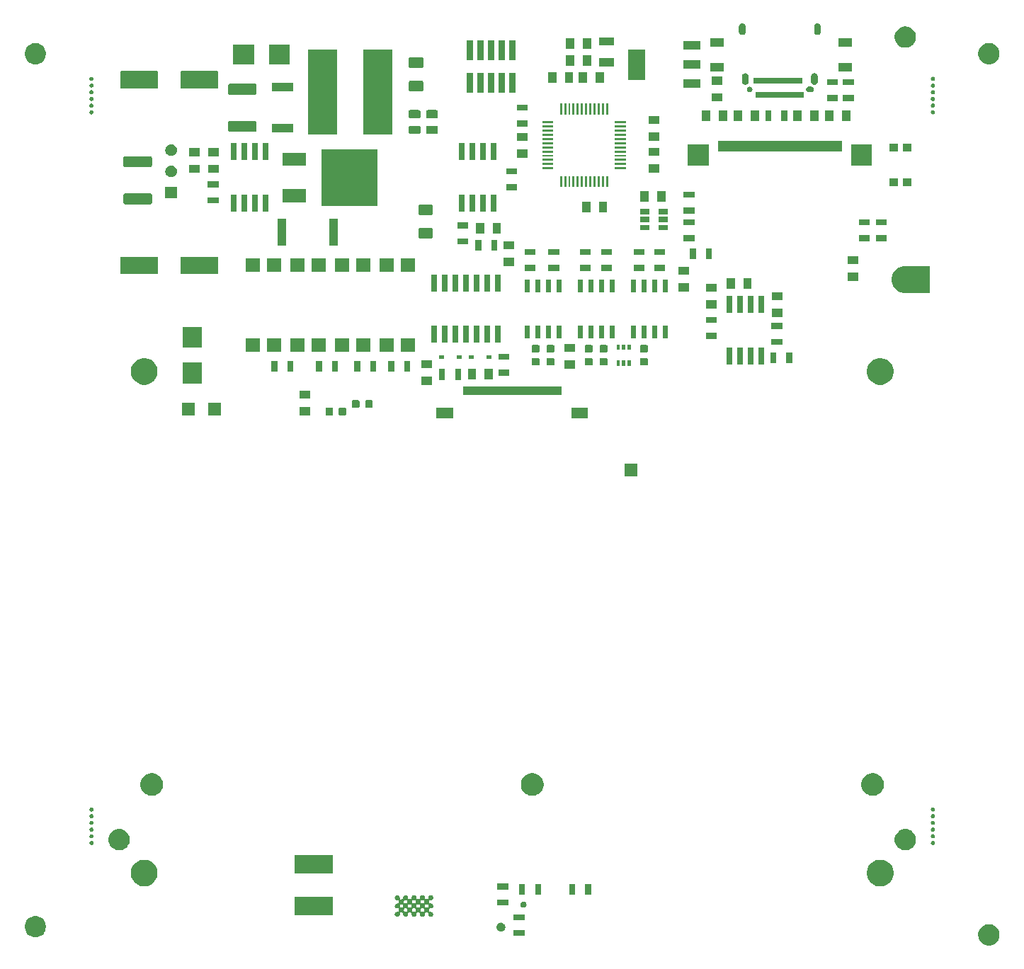
<source format=gbr>
G04 #@! TF.GenerationSoftware,KiCad,Pcbnew,5.1.5+dfsg1-2build2*
G04 #@! TF.CreationDate,2021-05-28T09:23:47+02:00*
G04 #@! TF.ProjectId,OpenDropV4,4f70656e-4472-46f7-9056-342e6b696361,rev?*
G04 #@! TF.SameCoordinates,Original*
G04 #@! TF.FileFunction,Soldermask,Bot*
G04 #@! TF.FilePolarity,Negative*
%FSLAX46Y46*%
G04 Gerber Fmt 4.6, Leading zero omitted, Abs format (unit mm)*
G04 Created by KiCad (PCBNEW 5.1.5+dfsg1-2build2) date 2021-05-28 09:23:47*
%MOMM*%
%LPD*%
G04 APERTURE LIST*
%ADD10C,0.100000*%
G04 APERTURE END LIST*
D10*
G36*
X157247764Y-140154402D02*
G01*
X157370445Y-140178805D01*
X157601571Y-140274541D01*
X157602132Y-140274916D01*
X157800701Y-140407595D01*
X157809578Y-140413527D01*
X157986473Y-140590422D01*
X158125459Y-140798429D01*
X158209604Y-141001571D01*
X158221195Y-141029556D01*
X158270000Y-141274915D01*
X158270000Y-141525085D01*
X158245597Y-141647765D01*
X158221195Y-141770445D01*
X158125459Y-142001571D01*
X157986473Y-142209578D01*
X157809578Y-142386473D01*
X157601571Y-142525459D01*
X157370445Y-142621195D01*
X157247765Y-142645597D01*
X157125085Y-142670000D01*
X156874915Y-142670000D01*
X156752235Y-142645597D01*
X156629555Y-142621195D01*
X156398429Y-142525459D01*
X156190422Y-142386473D01*
X156013527Y-142209578D01*
X155874541Y-142001571D01*
X155778805Y-141770445D01*
X155754403Y-141647765D01*
X155730000Y-141525085D01*
X155730000Y-141274915D01*
X155778805Y-141029556D01*
X155790397Y-141001571D01*
X155874541Y-140798429D01*
X156013527Y-140590422D01*
X156190422Y-140413527D01*
X156199300Y-140407595D01*
X156397868Y-140274916D01*
X156398429Y-140274541D01*
X156629555Y-140178805D01*
X156752236Y-140154402D01*
X156874915Y-140130000D01*
X157125085Y-140130000D01*
X157247764Y-140154402D01*
G37*
G36*
X43247765Y-139154403D02*
G01*
X43370445Y-139178805D01*
X43601571Y-139274541D01*
X43809578Y-139413527D01*
X43986473Y-139590422D01*
X44125459Y-139798429D01*
X44206490Y-139994053D01*
X44221195Y-140029556D01*
X44269926Y-140274541D01*
X44270000Y-140274916D01*
X44270000Y-140525084D01*
X44221195Y-140770445D01*
X44195118Y-140833400D01*
X44140969Y-140964128D01*
X44125459Y-141001571D01*
X43986473Y-141209578D01*
X43809578Y-141386473D01*
X43601571Y-141525459D01*
X43370445Y-141621195D01*
X43247765Y-141645597D01*
X43125085Y-141670000D01*
X42874915Y-141670000D01*
X42752235Y-141645597D01*
X42629555Y-141621195D01*
X42398429Y-141525459D01*
X42190422Y-141386473D01*
X42013527Y-141209578D01*
X41874541Y-141001571D01*
X41859032Y-140964128D01*
X41804882Y-140833400D01*
X41778805Y-140770445D01*
X41730000Y-140525084D01*
X41730000Y-140274916D01*
X41730075Y-140274541D01*
X41778805Y-140029556D01*
X41793511Y-139994053D01*
X41874541Y-139798429D01*
X42013527Y-139590422D01*
X42190422Y-139413527D01*
X42398429Y-139274541D01*
X42629555Y-139178805D01*
X42752235Y-139154403D01*
X42874915Y-139130000D01*
X43125085Y-139130000D01*
X43247765Y-139154403D01*
G37*
G36*
X101462600Y-141533400D02*
G01*
X100162600Y-141533400D01*
X100162600Y-140833400D01*
X101462600Y-140833400D01*
X101462600Y-141533400D01*
G37*
G36*
X98809434Y-139954478D02*
G01*
X98904976Y-139994053D01*
X98904978Y-139994054D01*
X98990965Y-140051509D01*
X99064091Y-140124635D01*
X99100286Y-140178805D01*
X99121547Y-140210624D01*
X99161122Y-140306166D01*
X99181297Y-140407594D01*
X99181297Y-140511012D01*
X99161122Y-140612440D01*
X99121547Y-140707982D01*
X99121546Y-140707984D01*
X99064091Y-140793971D01*
X98990965Y-140867097D01*
X98904978Y-140924552D01*
X98904977Y-140924553D01*
X98904976Y-140924553D01*
X98809434Y-140964128D01*
X98708006Y-140984303D01*
X98604588Y-140984303D01*
X98503160Y-140964128D01*
X98407618Y-140924553D01*
X98407617Y-140924553D01*
X98407616Y-140924552D01*
X98321629Y-140867097D01*
X98248503Y-140793971D01*
X98191048Y-140707984D01*
X98191047Y-140707982D01*
X98151472Y-140612440D01*
X98131297Y-140511012D01*
X98131297Y-140407594D01*
X98151472Y-140306166D01*
X98191047Y-140210624D01*
X98212308Y-140178805D01*
X98248503Y-140124635D01*
X98321629Y-140051509D01*
X98407616Y-139994054D01*
X98407618Y-139994053D01*
X98503160Y-139954478D01*
X98604588Y-139934303D01*
X98708006Y-139934303D01*
X98809434Y-139954478D01*
G37*
G36*
X101462600Y-139633400D02*
G01*
X100162600Y-139633400D01*
X100162600Y-138933400D01*
X101462600Y-138933400D01*
X101462600Y-139633400D01*
G37*
G36*
X86352507Y-136650528D02*
G01*
X86407103Y-136673143D01*
X86456239Y-136705974D01*
X86498026Y-136747761D01*
X86530857Y-136796897D01*
X86553472Y-136851493D01*
X86565000Y-136909453D01*
X86565000Y-136968547D01*
X86559171Y-136997854D01*
X86556770Y-137022229D01*
X86559171Y-137046615D01*
X86566284Y-137070064D01*
X86577835Y-137091675D01*
X86593380Y-137110617D01*
X86612322Y-137126163D01*
X86633932Y-137137714D01*
X86657381Y-137144828D01*
X86681767Y-137147230D01*
X86706146Y-137144829D01*
X86735453Y-137139000D01*
X86794547Y-137139000D01*
X86823854Y-137144829D01*
X86848229Y-137147230D01*
X86872615Y-137144829D01*
X86896064Y-137137716D01*
X86917675Y-137126165D01*
X86936617Y-137110620D01*
X86952163Y-137091678D01*
X86963714Y-137070068D01*
X86970828Y-137046619D01*
X86973230Y-137022233D01*
X86970829Y-136997854D01*
X86965000Y-136968547D01*
X86965000Y-136909453D01*
X86976528Y-136851493D01*
X86999143Y-136796897D01*
X87031974Y-136747761D01*
X87073761Y-136705974D01*
X87122897Y-136673143D01*
X87177493Y-136650528D01*
X87235453Y-136639000D01*
X87294547Y-136639000D01*
X87352507Y-136650528D01*
X87407103Y-136673143D01*
X87456239Y-136705974D01*
X87498026Y-136747761D01*
X87530857Y-136796897D01*
X87553472Y-136851493D01*
X87565000Y-136909453D01*
X87565000Y-136968547D01*
X87559171Y-136997854D01*
X87556770Y-137022229D01*
X87559171Y-137046615D01*
X87566284Y-137070064D01*
X87577835Y-137091675D01*
X87593380Y-137110617D01*
X87612322Y-137126163D01*
X87633932Y-137137714D01*
X87657381Y-137144828D01*
X87681767Y-137147230D01*
X87706146Y-137144829D01*
X87735453Y-137139000D01*
X87794547Y-137139000D01*
X87823854Y-137144829D01*
X87848229Y-137147230D01*
X87872615Y-137144829D01*
X87896064Y-137137716D01*
X87917675Y-137126165D01*
X87936617Y-137110620D01*
X87952163Y-137091678D01*
X87963714Y-137070068D01*
X87970828Y-137046619D01*
X87973230Y-137022233D01*
X87970829Y-136997854D01*
X87965000Y-136968547D01*
X87965000Y-136909453D01*
X87976528Y-136851493D01*
X87999143Y-136796897D01*
X88031974Y-136747761D01*
X88073761Y-136705974D01*
X88122897Y-136673143D01*
X88177493Y-136650528D01*
X88235453Y-136639000D01*
X88294547Y-136639000D01*
X88352507Y-136650528D01*
X88407103Y-136673143D01*
X88456239Y-136705974D01*
X88498026Y-136747761D01*
X88530857Y-136796897D01*
X88553472Y-136851493D01*
X88565000Y-136909453D01*
X88565000Y-136968547D01*
X88559171Y-136997854D01*
X88556770Y-137022229D01*
X88559171Y-137046615D01*
X88566284Y-137070064D01*
X88577835Y-137091675D01*
X88593380Y-137110617D01*
X88612322Y-137126163D01*
X88633932Y-137137714D01*
X88657381Y-137144828D01*
X88681767Y-137147230D01*
X88706146Y-137144829D01*
X88735453Y-137139000D01*
X88794547Y-137139000D01*
X88823854Y-137144829D01*
X88848229Y-137147230D01*
X88872615Y-137144829D01*
X88896064Y-137137716D01*
X88917675Y-137126165D01*
X88936617Y-137110620D01*
X88952163Y-137091678D01*
X88963714Y-137070068D01*
X88970828Y-137046619D01*
X88973230Y-137022233D01*
X88970829Y-136997854D01*
X88965000Y-136968547D01*
X88965000Y-136909453D01*
X88976528Y-136851493D01*
X88999143Y-136796897D01*
X89031974Y-136747761D01*
X89073761Y-136705974D01*
X89122897Y-136673143D01*
X89177493Y-136650528D01*
X89235453Y-136639000D01*
X89294547Y-136639000D01*
X89352507Y-136650528D01*
X89407103Y-136673143D01*
X89456239Y-136705974D01*
X89498026Y-136747761D01*
X89530857Y-136796897D01*
X89553472Y-136851493D01*
X89565000Y-136909453D01*
X89565000Y-136968547D01*
X89559171Y-136997854D01*
X89556770Y-137022229D01*
X89559171Y-137046615D01*
X89566284Y-137070064D01*
X89577835Y-137091675D01*
X89593380Y-137110617D01*
X89612322Y-137126163D01*
X89633932Y-137137714D01*
X89657381Y-137144828D01*
X89681767Y-137147230D01*
X89706146Y-137144829D01*
X89735453Y-137139000D01*
X89794547Y-137139000D01*
X89823854Y-137144829D01*
X89848229Y-137147230D01*
X89872615Y-137144829D01*
X89896064Y-137137716D01*
X89917675Y-137126165D01*
X89936617Y-137110620D01*
X89952163Y-137091678D01*
X89963714Y-137070068D01*
X89970828Y-137046619D01*
X89973230Y-137022233D01*
X89970829Y-136997854D01*
X89965000Y-136968547D01*
X89965000Y-136909453D01*
X89976528Y-136851493D01*
X89999143Y-136796897D01*
X90031974Y-136747761D01*
X90073761Y-136705974D01*
X90122897Y-136673143D01*
X90177493Y-136650528D01*
X90235453Y-136639000D01*
X90294547Y-136639000D01*
X90352507Y-136650528D01*
X90407103Y-136673143D01*
X90456239Y-136705974D01*
X90498026Y-136747761D01*
X90530857Y-136796897D01*
X90553472Y-136851493D01*
X90565000Y-136909453D01*
X90565000Y-136968547D01*
X90553472Y-137026507D01*
X90530857Y-137081103D01*
X90498026Y-137130239D01*
X90456239Y-137172026D01*
X90407103Y-137204857D01*
X90352507Y-137227472D01*
X90294547Y-137239000D01*
X90235453Y-137239000D01*
X90206146Y-137233171D01*
X90181771Y-137230770D01*
X90157385Y-137233171D01*
X90133936Y-137240284D01*
X90112325Y-137251835D01*
X90093383Y-137267380D01*
X90077837Y-137286322D01*
X90066286Y-137307932D01*
X90059172Y-137331381D01*
X90056770Y-137355767D01*
X90059171Y-137380146D01*
X90065000Y-137409453D01*
X90065000Y-137468547D01*
X90059171Y-137497854D01*
X90056770Y-137522229D01*
X90059171Y-137546615D01*
X90066284Y-137570064D01*
X90077835Y-137591675D01*
X90093380Y-137610617D01*
X90112322Y-137626163D01*
X90133932Y-137637714D01*
X90157381Y-137644828D01*
X90181767Y-137647230D01*
X90206146Y-137644829D01*
X90235453Y-137639000D01*
X90294547Y-137639000D01*
X90352507Y-137650528D01*
X90407103Y-137673143D01*
X90456239Y-137705974D01*
X90498026Y-137747761D01*
X90530857Y-137796897D01*
X90553472Y-137851493D01*
X90565000Y-137909453D01*
X90565000Y-137968547D01*
X90553472Y-138026507D01*
X90530857Y-138081103D01*
X90498026Y-138130239D01*
X90456239Y-138172026D01*
X90407103Y-138204857D01*
X90352507Y-138227472D01*
X90294547Y-138239000D01*
X90235453Y-138239000D01*
X90206146Y-138233171D01*
X90181771Y-138230770D01*
X90157385Y-138233171D01*
X90133936Y-138240284D01*
X90112325Y-138251835D01*
X90093383Y-138267380D01*
X90077837Y-138286322D01*
X90066286Y-138307932D01*
X90059172Y-138331381D01*
X90056770Y-138355767D01*
X90059171Y-138380146D01*
X90065000Y-138409453D01*
X90065000Y-138468547D01*
X90059171Y-138497854D01*
X90056770Y-138522229D01*
X90059171Y-138546615D01*
X90066284Y-138570064D01*
X90077835Y-138591675D01*
X90093380Y-138610617D01*
X90112322Y-138626163D01*
X90133932Y-138637714D01*
X90157381Y-138644828D01*
X90181767Y-138647230D01*
X90206146Y-138644829D01*
X90235453Y-138639000D01*
X90294547Y-138639000D01*
X90352507Y-138650528D01*
X90407103Y-138673143D01*
X90456239Y-138705974D01*
X90498026Y-138747761D01*
X90530857Y-138796897D01*
X90553472Y-138851493D01*
X90565000Y-138909453D01*
X90565000Y-138968547D01*
X90553472Y-139026507D01*
X90530857Y-139081103D01*
X90498026Y-139130239D01*
X90456239Y-139172026D01*
X90407103Y-139204857D01*
X90352507Y-139227472D01*
X90294547Y-139239000D01*
X90235453Y-139239000D01*
X90177493Y-139227472D01*
X90122897Y-139204857D01*
X90073761Y-139172026D01*
X90031974Y-139130239D01*
X89999143Y-139081103D01*
X89976528Y-139026507D01*
X89965000Y-138968547D01*
X89965000Y-138909453D01*
X89970829Y-138880146D01*
X89973230Y-138855771D01*
X89970829Y-138831385D01*
X89963716Y-138807936D01*
X89952165Y-138786325D01*
X89936620Y-138767383D01*
X89917678Y-138751837D01*
X89896068Y-138740286D01*
X89872619Y-138733172D01*
X89848233Y-138730770D01*
X89823854Y-138733171D01*
X89794547Y-138739000D01*
X89735453Y-138739000D01*
X89706146Y-138733171D01*
X89681771Y-138730770D01*
X89657385Y-138733171D01*
X89633936Y-138740284D01*
X89612325Y-138751835D01*
X89593383Y-138767380D01*
X89577837Y-138786322D01*
X89566286Y-138807932D01*
X89559172Y-138831381D01*
X89556770Y-138855767D01*
X89559171Y-138880146D01*
X89565000Y-138909453D01*
X89565000Y-138968547D01*
X89553472Y-139026507D01*
X89530857Y-139081103D01*
X89498026Y-139130239D01*
X89456239Y-139172026D01*
X89407103Y-139204857D01*
X89352507Y-139227472D01*
X89294547Y-139239000D01*
X89235453Y-139239000D01*
X89177493Y-139227472D01*
X89122897Y-139204857D01*
X89073761Y-139172026D01*
X89031974Y-139130239D01*
X88999143Y-139081103D01*
X88976528Y-139026507D01*
X88965000Y-138968547D01*
X88965000Y-138909453D01*
X88970829Y-138880146D01*
X88973230Y-138855771D01*
X88970829Y-138831385D01*
X88963716Y-138807936D01*
X88952165Y-138786325D01*
X88936620Y-138767383D01*
X88917678Y-138751837D01*
X88896068Y-138740286D01*
X88872619Y-138733172D01*
X88848233Y-138730770D01*
X88823854Y-138733171D01*
X88794547Y-138739000D01*
X88735453Y-138739000D01*
X88706146Y-138733171D01*
X88681771Y-138730770D01*
X88657385Y-138733171D01*
X88633936Y-138740284D01*
X88612325Y-138751835D01*
X88593383Y-138767380D01*
X88577837Y-138786322D01*
X88566286Y-138807932D01*
X88559172Y-138831381D01*
X88556770Y-138855767D01*
X88559171Y-138880146D01*
X88565000Y-138909453D01*
X88565000Y-138968547D01*
X88553472Y-139026507D01*
X88530857Y-139081103D01*
X88498026Y-139130239D01*
X88456239Y-139172026D01*
X88407103Y-139204857D01*
X88352507Y-139227472D01*
X88294547Y-139239000D01*
X88235453Y-139239000D01*
X88177493Y-139227472D01*
X88122897Y-139204857D01*
X88073761Y-139172026D01*
X88031974Y-139130239D01*
X87999143Y-139081103D01*
X87976528Y-139026507D01*
X87965000Y-138968547D01*
X87965000Y-138909453D01*
X87970829Y-138880146D01*
X87973230Y-138855771D01*
X87970829Y-138831385D01*
X87963716Y-138807936D01*
X87952165Y-138786325D01*
X87936620Y-138767383D01*
X87917678Y-138751837D01*
X87896068Y-138740286D01*
X87872619Y-138733172D01*
X87848233Y-138730770D01*
X87823854Y-138733171D01*
X87794547Y-138739000D01*
X87735453Y-138739000D01*
X87706146Y-138733171D01*
X87681771Y-138730770D01*
X87657385Y-138733171D01*
X87633936Y-138740284D01*
X87612325Y-138751835D01*
X87593383Y-138767380D01*
X87577837Y-138786322D01*
X87566286Y-138807932D01*
X87559172Y-138831381D01*
X87556770Y-138855767D01*
X87559171Y-138880146D01*
X87565000Y-138909453D01*
X87565000Y-138968547D01*
X87553472Y-139026507D01*
X87530857Y-139081103D01*
X87498026Y-139130239D01*
X87456239Y-139172026D01*
X87407103Y-139204857D01*
X87352507Y-139227472D01*
X87294547Y-139239000D01*
X87235453Y-139239000D01*
X87177493Y-139227472D01*
X87122897Y-139204857D01*
X87073761Y-139172026D01*
X87031974Y-139130239D01*
X86999143Y-139081103D01*
X86976528Y-139026507D01*
X86965000Y-138968547D01*
X86965000Y-138909453D01*
X86970829Y-138880146D01*
X86973230Y-138855771D01*
X86970829Y-138831385D01*
X86963716Y-138807936D01*
X86952165Y-138786325D01*
X86936620Y-138767383D01*
X86917678Y-138751837D01*
X86896068Y-138740286D01*
X86872619Y-138733172D01*
X86848233Y-138730770D01*
X86823854Y-138733171D01*
X86794547Y-138739000D01*
X86735453Y-138739000D01*
X86706146Y-138733171D01*
X86681771Y-138730770D01*
X86657385Y-138733171D01*
X86633936Y-138740284D01*
X86612325Y-138751835D01*
X86593383Y-138767380D01*
X86577837Y-138786322D01*
X86566286Y-138807932D01*
X86559172Y-138831381D01*
X86556770Y-138855767D01*
X86559171Y-138880146D01*
X86565000Y-138909453D01*
X86565000Y-138968547D01*
X86553472Y-139026507D01*
X86530857Y-139081103D01*
X86498026Y-139130239D01*
X86456239Y-139172026D01*
X86407103Y-139204857D01*
X86352507Y-139227472D01*
X86294547Y-139239000D01*
X86235453Y-139239000D01*
X86177493Y-139227472D01*
X86122897Y-139204857D01*
X86073761Y-139172026D01*
X86031974Y-139130239D01*
X85999143Y-139081103D01*
X85976528Y-139026507D01*
X85965000Y-138968547D01*
X85965000Y-138909453D01*
X85976528Y-138851493D01*
X85999143Y-138796897D01*
X86031974Y-138747761D01*
X86073761Y-138705974D01*
X86122897Y-138673143D01*
X86177493Y-138650528D01*
X86235453Y-138639000D01*
X86294547Y-138639000D01*
X86323854Y-138644829D01*
X86348229Y-138647230D01*
X86372615Y-138644829D01*
X86396064Y-138637716D01*
X86417675Y-138626165D01*
X86436617Y-138610620D01*
X86452163Y-138591678D01*
X86463714Y-138570068D01*
X86470828Y-138546619D01*
X86473230Y-138522233D01*
X86470829Y-138497854D01*
X86465000Y-138468547D01*
X86465000Y-138409453D01*
X86470829Y-138380146D01*
X86473230Y-138355771D01*
X86473230Y-138355767D01*
X87056770Y-138355767D01*
X87059171Y-138380146D01*
X87065000Y-138409453D01*
X87065000Y-138468547D01*
X87059171Y-138497854D01*
X87056770Y-138522229D01*
X87059171Y-138546615D01*
X87066284Y-138570064D01*
X87077835Y-138591675D01*
X87093380Y-138610617D01*
X87112322Y-138626163D01*
X87133932Y-138637714D01*
X87157381Y-138644828D01*
X87181767Y-138647230D01*
X87206146Y-138644829D01*
X87235453Y-138639000D01*
X87294547Y-138639000D01*
X87323854Y-138644829D01*
X87348229Y-138647230D01*
X87372615Y-138644829D01*
X87396064Y-138637716D01*
X87417675Y-138626165D01*
X87436617Y-138610620D01*
X87452163Y-138591678D01*
X87463714Y-138570068D01*
X87470828Y-138546619D01*
X87473230Y-138522233D01*
X87470829Y-138497854D01*
X87465000Y-138468547D01*
X87465000Y-138409453D01*
X87470829Y-138380146D01*
X87473230Y-138355771D01*
X87473230Y-138355767D01*
X88056770Y-138355767D01*
X88059171Y-138380146D01*
X88065000Y-138409453D01*
X88065000Y-138468547D01*
X88059171Y-138497854D01*
X88056770Y-138522229D01*
X88059171Y-138546615D01*
X88066284Y-138570064D01*
X88077835Y-138591675D01*
X88093380Y-138610617D01*
X88112322Y-138626163D01*
X88133932Y-138637714D01*
X88157381Y-138644828D01*
X88181767Y-138647230D01*
X88206146Y-138644829D01*
X88235453Y-138639000D01*
X88294547Y-138639000D01*
X88323854Y-138644829D01*
X88348229Y-138647230D01*
X88372615Y-138644829D01*
X88396064Y-138637716D01*
X88417675Y-138626165D01*
X88436617Y-138610620D01*
X88452163Y-138591678D01*
X88463714Y-138570068D01*
X88470828Y-138546619D01*
X88473230Y-138522233D01*
X88470829Y-138497854D01*
X88465000Y-138468547D01*
X88465000Y-138409453D01*
X88470829Y-138380146D01*
X88473230Y-138355771D01*
X88473230Y-138355767D01*
X89056770Y-138355767D01*
X89059171Y-138380146D01*
X89065000Y-138409453D01*
X89065000Y-138468547D01*
X89059171Y-138497854D01*
X89056770Y-138522229D01*
X89059171Y-138546615D01*
X89066284Y-138570064D01*
X89077835Y-138591675D01*
X89093380Y-138610617D01*
X89112322Y-138626163D01*
X89133932Y-138637714D01*
X89157381Y-138644828D01*
X89181767Y-138647230D01*
X89206146Y-138644829D01*
X89235453Y-138639000D01*
X89294547Y-138639000D01*
X89323854Y-138644829D01*
X89348229Y-138647230D01*
X89372615Y-138644829D01*
X89396064Y-138637716D01*
X89417675Y-138626165D01*
X89436617Y-138610620D01*
X89452163Y-138591678D01*
X89463714Y-138570068D01*
X89470828Y-138546619D01*
X89473230Y-138522233D01*
X89470829Y-138497854D01*
X89465000Y-138468547D01*
X89465000Y-138409453D01*
X89470829Y-138380146D01*
X89473230Y-138355771D01*
X89470829Y-138331385D01*
X89463716Y-138307936D01*
X89452165Y-138286325D01*
X89436620Y-138267383D01*
X89417678Y-138251837D01*
X89396068Y-138240286D01*
X89372619Y-138233172D01*
X89348233Y-138230770D01*
X89323854Y-138233171D01*
X89294547Y-138239000D01*
X89235453Y-138239000D01*
X89206146Y-138233171D01*
X89181771Y-138230770D01*
X89157385Y-138233171D01*
X89133936Y-138240284D01*
X89112325Y-138251835D01*
X89093383Y-138267380D01*
X89077837Y-138286322D01*
X89066286Y-138307932D01*
X89059172Y-138331381D01*
X89056770Y-138355767D01*
X88473230Y-138355767D01*
X88470829Y-138331385D01*
X88463716Y-138307936D01*
X88452165Y-138286325D01*
X88436620Y-138267383D01*
X88417678Y-138251837D01*
X88396068Y-138240286D01*
X88372619Y-138233172D01*
X88348233Y-138230770D01*
X88323854Y-138233171D01*
X88294547Y-138239000D01*
X88235453Y-138239000D01*
X88206146Y-138233171D01*
X88181771Y-138230770D01*
X88157385Y-138233171D01*
X88133936Y-138240284D01*
X88112325Y-138251835D01*
X88093383Y-138267380D01*
X88077837Y-138286322D01*
X88066286Y-138307932D01*
X88059172Y-138331381D01*
X88056770Y-138355767D01*
X87473230Y-138355767D01*
X87470829Y-138331385D01*
X87463716Y-138307936D01*
X87452165Y-138286325D01*
X87436620Y-138267383D01*
X87417678Y-138251837D01*
X87396068Y-138240286D01*
X87372619Y-138233172D01*
X87348233Y-138230770D01*
X87323854Y-138233171D01*
X87294547Y-138239000D01*
X87235453Y-138239000D01*
X87206146Y-138233171D01*
X87181771Y-138230770D01*
X87157385Y-138233171D01*
X87133936Y-138240284D01*
X87112325Y-138251835D01*
X87093383Y-138267380D01*
X87077837Y-138286322D01*
X87066286Y-138307932D01*
X87059172Y-138331381D01*
X87056770Y-138355767D01*
X86473230Y-138355767D01*
X86470829Y-138331385D01*
X86463716Y-138307936D01*
X86452165Y-138286325D01*
X86436620Y-138267383D01*
X86417678Y-138251837D01*
X86396068Y-138240286D01*
X86372619Y-138233172D01*
X86348233Y-138230770D01*
X86323854Y-138233171D01*
X86294547Y-138239000D01*
X86235453Y-138239000D01*
X86177493Y-138227472D01*
X86122897Y-138204857D01*
X86073761Y-138172026D01*
X86031974Y-138130239D01*
X85999143Y-138081103D01*
X85976528Y-138026507D01*
X85965000Y-137968547D01*
X85965000Y-137909453D01*
X85975677Y-137855767D01*
X86556770Y-137855767D01*
X86559171Y-137880146D01*
X86565000Y-137909453D01*
X86565000Y-137968547D01*
X86559171Y-137997854D01*
X86556770Y-138022229D01*
X86559171Y-138046615D01*
X86566284Y-138070064D01*
X86577835Y-138091675D01*
X86593380Y-138110617D01*
X86612322Y-138126163D01*
X86633932Y-138137714D01*
X86657381Y-138144828D01*
X86681767Y-138147230D01*
X86706146Y-138144829D01*
X86735453Y-138139000D01*
X86794547Y-138139000D01*
X86823854Y-138144829D01*
X86848229Y-138147230D01*
X86872615Y-138144829D01*
X86896064Y-138137716D01*
X86917675Y-138126165D01*
X86936617Y-138110620D01*
X86952163Y-138091678D01*
X86963714Y-138070068D01*
X86970828Y-138046619D01*
X86973230Y-138022233D01*
X86970829Y-137997854D01*
X86965000Y-137968547D01*
X86965000Y-137909453D01*
X86970829Y-137880146D01*
X86973230Y-137855771D01*
X86973230Y-137855767D01*
X87556770Y-137855767D01*
X87559171Y-137880146D01*
X87565000Y-137909453D01*
X87565000Y-137968547D01*
X87559171Y-137997854D01*
X87556770Y-138022229D01*
X87559171Y-138046615D01*
X87566284Y-138070064D01*
X87577835Y-138091675D01*
X87593380Y-138110617D01*
X87612322Y-138126163D01*
X87633932Y-138137714D01*
X87657381Y-138144828D01*
X87681767Y-138147230D01*
X87706146Y-138144829D01*
X87735453Y-138139000D01*
X87794547Y-138139000D01*
X87823854Y-138144829D01*
X87848229Y-138147230D01*
X87872615Y-138144829D01*
X87896064Y-138137716D01*
X87917675Y-138126165D01*
X87936617Y-138110620D01*
X87952163Y-138091678D01*
X87963714Y-138070068D01*
X87970828Y-138046619D01*
X87973230Y-138022233D01*
X87970829Y-137997854D01*
X87965000Y-137968547D01*
X87965000Y-137909453D01*
X87970829Y-137880146D01*
X87973230Y-137855771D01*
X87973230Y-137855767D01*
X88556770Y-137855767D01*
X88559171Y-137880146D01*
X88565000Y-137909453D01*
X88565000Y-137968547D01*
X88559171Y-137997854D01*
X88556770Y-138022229D01*
X88559171Y-138046615D01*
X88566284Y-138070064D01*
X88577835Y-138091675D01*
X88593380Y-138110617D01*
X88612322Y-138126163D01*
X88633932Y-138137714D01*
X88657381Y-138144828D01*
X88681767Y-138147230D01*
X88706146Y-138144829D01*
X88735453Y-138139000D01*
X88794547Y-138139000D01*
X88823854Y-138144829D01*
X88848229Y-138147230D01*
X88872615Y-138144829D01*
X88896064Y-138137716D01*
X88917675Y-138126165D01*
X88936617Y-138110620D01*
X88952163Y-138091678D01*
X88963714Y-138070068D01*
X88970828Y-138046619D01*
X88973230Y-138022233D01*
X88970829Y-137997854D01*
X88965000Y-137968547D01*
X88965000Y-137909453D01*
X88970829Y-137880146D01*
X88973230Y-137855771D01*
X88973230Y-137855767D01*
X89556770Y-137855767D01*
X89559171Y-137880146D01*
X89565000Y-137909453D01*
X89565000Y-137968547D01*
X89559171Y-137997854D01*
X89556770Y-138022229D01*
X89559171Y-138046615D01*
X89566284Y-138070064D01*
X89577835Y-138091675D01*
X89593380Y-138110617D01*
X89612322Y-138126163D01*
X89633932Y-138137714D01*
X89657381Y-138144828D01*
X89681767Y-138147230D01*
X89706146Y-138144829D01*
X89735453Y-138139000D01*
X89794547Y-138139000D01*
X89823854Y-138144829D01*
X89848229Y-138147230D01*
X89872615Y-138144829D01*
X89896064Y-138137716D01*
X89917675Y-138126165D01*
X89936617Y-138110620D01*
X89952163Y-138091678D01*
X89963714Y-138070068D01*
X89970828Y-138046619D01*
X89973230Y-138022233D01*
X89970829Y-137997854D01*
X89965000Y-137968547D01*
X89965000Y-137909453D01*
X89970829Y-137880146D01*
X89973230Y-137855771D01*
X89970829Y-137831385D01*
X89963716Y-137807936D01*
X89952165Y-137786325D01*
X89936620Y-137767383D01*
X89917678Y-137751837D01*
X89896068Y-137740286D01*
X89872619Y-137733172D01*
X89848233Y-137730770D01*
X89823854Y-137733171D01*
X89794547Y-137739000D01*
X89735453Y-137739000D01*
X89706146Y-137733171D01*
X89681771Y-137730770D01*
X89657385Y-137733171D01*
X89633936Y-137740284D01*
X89612325Y-137751835D01*
X89593383Y-137767380D01*
X89577837Y-137786322D01*
X89566286Y-137807932D01*
X89559172Y-137831381D01*
X89556770Y-137855767D01*
X88973230Y-137855767D01*
X88970829Y-137831385D01*
X88963716Y-137807936D01*
X88952165Y-137786325D01*
X88936620Y-137767383D01*
X88917678Y-137751837D01*
X88896068Y-137740286D01*
X88872619Y-137733172D01*
X88848233Y-137730770D01*
X88823854Y-137733171D01*
X88794547Y-137739000D01*
X88735453Y-137739000D01*
X88706146Y-137733171D01*
X88681771Y-137730770D01*
X88657385Y-137733171D01*
X88633936Y-137740284D01*
X88612325Y-137751835D01*
X88593383Y-137767380D01*
X88577837Y-137786322D01*
X88566286Y-137807932D01*
X88559172Y-137831381D01*
X88556770Y-137855767D01*
X87973230Y-137855767D01*
X87970829Y-137831385D01*
X87963716Y-137807936D01*
X87952165Y-137786325D01*
X87936620Y-137767383D01*
X87917678Y-137751837D01*
X87896068Y-137740286D01*
X87872619Y-137733172D01*
X87848233Y-137730770D01*
X87823854Y-137733171D01*
X87794547Y-137739000D01*
X87735453Y-137739000D01*
X87706146Y-137733171D01*
X87681771Y-137730770D01*
X87657385Y-137733171D01*
X87633936Y-137740284D01*
X87612325Y-137751835D01*
X87593383Y-137767380D01*
X87577837Y-137786322D01*
X87566286Y-137807932D01*
X87559172Y-137831381D01*
X87556770Y-137855767D01*
X86973230Y-137855767D01*
X86970829Y-137831385D01*
X86963716Y-137807936D01*
X86952165Y-137786325D01*
X86936620Y-137767383D01*
X86917678Y-137751837D01*
X86896068Y-137740286D01*
X86872619Y-137733172D01*
X86848233Y-137730770D01*
X86823854Y-137733171D01*
X86794547Y-137739000D01*
X86735453Y-137739000D01*
X86706146Y-137733171D01*
X86681771Y-137730770D01*
X86657385Y-137733171D01*
X86633936Y-137740284D01*
X86612325Y-137751835D01*
X86593383Y-137767380D01*
X86577837Y-137786322D01*
X86566286Y-137807932D01*
X86559172Y-137831381D01*
X86556770Y-137855767D01*
X85975677Y-137855767D01*
X85976528Y-137851493D01*
X85999143Y-137796897D01*
X86031974Y-137747761D01*
X86073761Y-137705974D01*
X86122897Y-137673143D01*
X86177493Y-137650528D01*
X86235453Y-137639000D01*
X86294547Y-137639000D01*
X86323854Y-137644829D01*
X86348229Y-137647230D01*
X86372615Y-137644829D01*
X86396064Y-137637716D01*
X86417675Y-137626165D01*
X86436617Y-137610620D01*
X86452163Y-137591678D01*
X86463714Y-137570068D01*
X86470828Y-137546619D01*
X86473230Y-137522233D01*
X86470829Y-137497854D01*
X86465000Y-137468547D01*
X86465000Y-137409453D01*
X86470829Y-137380146D01*
X86473230Y-137355771D01*
X86473230Y-137355767D01*
X87056770Y-137355767D01*
X87059171Y-137380146D01*
X87065000Y-137409453D01*
X87065000Y-137468547D01*
X87059171Y-137497854D01*
X87056770Y-137522229D01*
X87059171Y-137546615D01*
X87066284Y-137570064D01*
X87077835Y-137591675D01*
X87093380Y-137610617D01*
X87112322Y-137626163D01*
X87133932Y-137637714D01*
X87157381Y-137644828D01*
X87181767Y-137647230D01*
X87206146Y-137644829D01*
X87235453Y-137639000D01*
X87294547Y-137639000D01*
X87323854Y-137644829D01*
X87348229Y-137647230D01*
X87372615Y-137644829D01*
X87396064Y-137637716D01*
X87417675Y-137626165D01*
X87436617Y-137610620D01*
X87452163Y-137591678D01*
X87463714Y-137570068D01*
X87470828Y-137546619D01*
X87473230Y-137522233D01*
X87470829Y-137497854D01*
X87465000Y-137468547D01*
X87465000Y-137409453D01*
X87470829Y-137380146D01*
X87473230Y-137355771D01*
X87473230Y-137355767D01*
X88056770Y-137355767D01*
X88059171Y-137380146D01*
X88065000Y-137409453D01*
X88065000Y-137468547D01*
X88059171Y-137497854D01*
X88056770Y-137522229D01*
X88059171Y-137546615D01*
X88066284Y-137570064D01*
X88077835Y-137591675D01*
X88093380Y-137610617D01*
X88112322Y-137626163D01*
X88133932Y-137637714D01*
X88157381Y-137644828D01*
X88181767Y-137647230D01*
X88206146Y-137644829D01*
X88235453Y-137639000D01*
X88294547Y-137639000D01*
X88323854Y-137644829D01*
X88348229Y-137647230D01*
X88372615Y-137644829D01*
X88396064Y-137637716D01*
X88417675Y-137626165D01*
X88436617Y-137610620D01*
X88452163Y-137591678D01*
X88463714Y-137570068D01*
X88470828Y-137546619D01*
X88473230Y-137522233D01*
X88470829Y-137497854D01*
X88465000Y-137468547D01*
X88465000Y-137409453D01*
X88470829Y-137380146D01*
X88473230Y-137355771D01*
X88473230Y-137355767D01*
X89056770Y-137355767D01*
X89059171Y-137380146D01*
X89065000Y-137409453D01*
X89065000Y-137468547D01*
X89059171Y-137497854D01*
X89056770Y-137522229D01*
X89059171Y-137546615D01*
X89066284Y-137570064D01*
X89077835Y-137591675D01*
X89093380Y-137610617D01*
X89112322Y-137626163D01*
X89133932Y-137637714D01*
X89157381Y-137644828D01*
X89181767Y-137647230D01*
X89206146Y-137644829D01*
X89235453Y-137639000D01*
X89294547Y-137639000D01*
X89323854Y-137644829D01*
X89348229Y-137647230D01*
X89372615Y-137644829D01*
X89396064Y-137637716D01*
X89417675Y-137626165D01*
X89436617Y-137610620D01*
X89452163Y-137591678D01*
X89463714Y-137570068D01*
X89470828Y-137546619D01*
X89473230Y-137522233D01*
X89470829Y-137497854D01*
X89465000Y-137468547D01*
X89465000Y-137409453D01*
X89470829Y-137380146D01*
X89473230Y-137355771D01*
X89470829Y-137331385D01*
X89463716Y-137307936D01*
X89452165Y-137286325D01*
X89436620Y-137267383D01*
X89417678Y-137251837D01*
X89396068Y-137240286D01*
X89372619Y-137233172D01*
X89348233Y-137230770D01*
X89323854Y-137233171D01*
X89294547Y-137239000D01*
X89235453Y-137239000D01*
X89206146Y-137233171D01*
X89181771Y-137230770D01*
X89157385Y-137233171D01*
X89133936Y-137240284D01*
X89112325Y-137251835D01*
X89093383Y-137267380D01*
X89077837Y-137286322D01*
X89066286Y-137307932D01*
X89059172Y-137331381D01*
X89056770Y-137355767D01*
X88473230Y-137355767D01*
X88470829Y-137331385D01*
X88463716Y-137307936D01*
X88452165Y-137286325D01*
X88436620Y-137267383D01*
X88417678Y-137251837D01*
X88396068Y-137240286D01*
X88372619Y-137233172D01*
X88348233Y-137230770D01*
X88323854Y-137233171D01*
X88294547Y-137239000D01*
X88235453Y-137239000D01*
X88206146Y-137233171D01*
X88181771Y-137230770D01*
X88157385Y-137233171D01*
X88133936Y-137240284D01*
X88112325Y-137251835D01*
X88093383Y-137267380D01*
X88077837Y-137286322D01*
X88066286Y-137307932D01*
X88059172Y-137331381D01*
X88056770Y-137355767D01*
X87473230Y-137355767D01*
X87470829Y-137331385D01*
X87463716Y-137307936D01*
X87452165Y-137286325D01*
X87436620Y-137267383D01*
X87417678Y-137251837D01*
X87396068Y-137240286D01*
X87372619Y-137233172D01*
X87348233Y-137230770D01*
X87323854Y-137233171D01*
X87294547Y-137239000D01*
X87235453Y-137239000D01*
X87206146Y-137233171D01*
X87181771Y-137230770D01*
X87157385Y-137233171D01*
X87133936Y-137240284D01*
X87112325Y-137251835D01*
X87093383Y-137267380D01*
X87077837Y-137286322D01*
X87066286Y-137307932D01*
X87059172Y-137331381D01*
X87056770Y-137355767D01*
X86473230Y-137355767D01*
X86470829Y-137331385D01*
X86463716Y-137307936D01*
X86452165Y-137286325D01*
X86436620Y-137267383D01*
X86417678Y-137251837D01*
X86396068Y-137240286D01*
X86372619Y-137233172D01*
X86348233Y-137230770D01*
X86323854Y-137233171D01*
X86294547Y-137239000D01*
X86235453Y-137239000D01*
X86177493Y-137227472D01*
X86122897Y-137204857D01*
X86073761Y-137172026D01*
X86031974Y-137130239D01*
X85999143Y-137081103D01*
X85976528Y-137026507D01*
X85965000Y-136968547D01*
X85965000Y-136909453D01*
X85976528Y-136851493D01*
X85999143Y-136796897D01*
X86031974Y-136747761D01*
X86073761Y-136705974D01*
X86122897Y-136673143D01*
X86177493Y-136650528D01*
X86235453Y-136639000D01*
X86294547Y-136639000D01*
X86352507Y-136650528D01*
G37*
G36*
X78515000Y-139039000D02*
G01*
X74015000Y-139039000D01*
X74015000Y-136839000D01*
X78515000Y-136839000D01*
X78515000Y-139039000D01*
G37*
G36*
X101452686Y-137411708D02*
G01*
X101520932Y-137439977D01*
X101563688Y-137468546D01*
X101582351Y-137481016D01*
X101634584Y-137533249D01*
X101675624Y-137594670D01*
X101682231Y-137610620D01*
X101703892Y-137662914D01*
X101718303Y-137735363D01*
X101718303Y-137809231D01*
X101703892Y-137881680D01*
X101675623Y-137949926D01*
X101634584Y-138011345D01*
X101582351Y-138063578D01*
X101520932Y-138104617D01*
X101520931Y-138104618D01*
X101520930Y-138104618D01*
X101452686Y-138132886D01*
X101380237Y-138147297D01*
X101306369Y-138147297D01*
X101233920Y-138132886D01*
X101165676Y-138104618D01*
X101165675Y-138104618D01*
X101165674Y-138104617D01*
X101104255Y-138063578D01*
X101052022Y-138011345D01*
X101010983Y-137949926D01*
X100982714Y-137881680D01*
X100968303Y-137809231D01*
X100968303Y-137735363D01*
X100982714Y-137662914D01*
X101004375Y-137610620D01*
X101010982Y-137594670D01*
X101052022Y-137533249D01*
X101104255Y-137481016D01*
X101122918Y-137468546D01*
X101165674Y-137439977D01*
X101233920Y-137411708D01*
X101306369Y-137397297D01*
X101380237Y-137397297D01*
X101452686Y-137411708D01*
G37*
G36*
X99532200Y-137875800D02*
G01*
X98232200Y-137875800D01*
X98232200Y-137175800D01*
X99532200Y-137175800D01*
X99532200Y-137875800D01*
G37*
G36*
X109427800Y-136616200D02*
G01*
X108727800Y-136616200D01*
X108727800Y-135316200D01*
X109427800Y-135316200D01*
X109427800Y-136616200D01*
G37*
G36*
X101533400Y-136616200D02*
G01*
X100833400Y-136616200D01*
X100833400Y-135316200D01*
X101533400Y-135316200D01*
X101533400Y-136616200D01*
G37*
G36*
X103433400Y-136616200D02*
G01*
X102733400Y-136616200D01*
X102733400Y-135316200D01*
X103433400Y-135316200D01*
X103433400Y-136616200D01*
G37*
G36*
X107527800Y-136616200D02*
G01*
X106827800Y-136616200D01*
X106827800Y-135316200D01*
X107527800Y-135316200D01*
X107527800Y-136616200D01*
G37*
G36*
X99532200Y-135975800D02*
G01*
X98232200Y-135975800D01*
X98232200Y-135275800D01*
X99532200Y-135275800D01*
X99532200Y-135975800D01*
G37*
G36*
X144466703Y-132461486D02*
G01*
X144757883Y-132582097D01*
X145019940Y-132757198D01*
X145242802Y-132980060D01*
X145417903Y-133242117D01*
X145538514Y-133533297D01*
X145600000Y-133842412D01*
X145600000Y-134157588D01*
X145538514Y-134466703D01*
X145417903Y-134757883D01*
X145242802Y-135019940D01*
X145019940Y-135242802D01*
X144757883Y-135417903D01*
X144466703Y-135538514D01*
X144157588Y-135600000D01*
X143842412Y-135600000D01*
X143533297Y-135538514D01*
X143242117Y-135417903D01*
X142980060Y-135242802D01*
X142757198Y-135019940D01*
X142582097Y-134757883D01*
X142461486Y-134466703D01*
X142400000Y-134157588D01*
X142400000Y-133842412D01*
X142461486Y-133533297D01*
X142582097Y-133242117D01*
X142757198Y-132980060D01*
X142980060Y-132757198D01*
X143242117Y-132582097D01*
X143533297Y-132461486D01*
X143842412Y-132400000D01*
X144157588Y-132400000D01*
X144466703Y-132461486D01*
G37*
G36*
X56466703Y-132461486D02*
G01*
X56757883Y-132582097D01*
X57019940Y-132757198D01*
X57242802Y-132980060D01*
X57417903Y-133242117D01*
X57538514Y-133533297D01*
X57600000Y-133842412D01*
X57600000Y-134157588D01*
X57538514Y-134466703D01*
X57417903Y-134757883D01*
X57242802Y-135019940D01*
X57019940Y-135242802D01*
X56757883Y-135417903D01*
X56466703Y-135538514D01*
X56157588Y-135600000D01*
X55842412Y-135600000D01*
X55533297Y-135538514D01*
X55242117Y-135417903D01*
X54980060Y-135242802D01*
X54757198Y-135019940D01*
X54582097Y-134757883D01*
X54461486Y-134466703D01*
X54400000Y-134157588D01*
X54400000Y-133842412D01*
X54461486Y-133533297D01*
X54582097Y-133242117D01*
X54757198Y-132980060D01*
X54980060Y-132757198D01*
X55242117Y-132582097D01*
X55533297Y-132461486D01*
X55842412Y-132400000D01*
X56157588Y-132400000D01*
X56466703Y-132461486D01*
G37*
G36*
X78515000Y-134039000D02*
G01*
X74015000Y-134039000D01*
X74015000Y-131839000D01*
X78515000Y-131839000D01*
X78515000Y-134039000D01*
G37*
G36*
X53247764Y-128754402D02*
G01*
X53370445Y-128778805D01*
X53481059Y-128824623D01*
X53597663Y-128872922D01*
X53601571Y-128874541D01*
X53667236Y-128918417D01*
X53780636Y-128994188D01*
X53809578Y-129013527D01*
X53986473Y-129190422D01*
X54125459Y-129398429D01*
X54221195Y-129629555D01*
X54270000Y-129874916D01*
X54270000Y-130125084D01*
X54221195Y-130370445D01*
X54125459Y-130601571D01*
X53986473Y-130809578D01*
X53809578Y-130986473D01*
X53601571Y-131125459D01*
X53370445Y-131221195D01*
X53247764Y-131245598D01*
X53125085Y-131270000D01*
X52874915Y-131270000D01*
X52752236Y-131245598D01*
X52629555Y-131221195D01*
X52398429Y-131125459D01*
X52190422Y-130986473D01*
X52013527Y-130809578D01*
X51874541Y-130601571D01*
X51778805Y-130370445D01*
X51730000Y-130125084D01*
X51730000Y-129874916D01*
X51778805Y-129629555D01*
X51874541Y-129398429D01*
X52013527Y-129190422D01*
X52190422Y-129013527D01*
X52219365Y-128994188D01*
X52332764Y-128918417D01*
X52398429Y-128874541D01*
X52402338Y-128872922D01*
X52518941Y-128824623D01*
X52629555Y-128778805D01*
X52752236Y-128754402D01*
X52874915Y-128730000D01*
X53125085Y-128730000D01*
X53247764Y-128754402D01*
G37*
G36*
X147247764Y-128754402D02*
G01*
X147370445Y-128778805D01*
X147481059Y-128824623D01*
X147597663Y-128872922D01*
X147601571Y-128874541D01*
X147667236Y-128918417D01*
X147780636Y-128994188D01*
X147809578Y-129013527D01*
X147986473Y-129190422D01*
X148125459Y-129398429D01*
X148221195Y-129629555D01*
X148270000Y-129874916D01*
X148270000Y-130125084D01*
X148221195Y-130370445D01*
X148125459Y-130601571D01*
X147986473Y-130809578D01*
X147809578Y-130986473D01*
X147601571Y-131125459D01*
X147370445Y-131221195D01*
X147247764Y-131245598D01*
X147125085Y-131270000D01*
X146874915Y-131270000D01*
X146752236Y-131245598D01*
X146629555Y-131221195D01*
X146398429Y-131125459D01*
X146190422Y-130986473D01*
X146013527Y-130809578D01*
X145874541Y-130601571D01*
X145778805Y-130370445D01*
X145730000Y-130125084D01*
X145730000Y-129874916D01*
X145778805Y-129629555D01*
X145874541Y-129398429D01*
X146013527Y-129190422D01*
X146190422Y-129013527D01*
X146219365Y-128994188D01*
X146332764Y-128918417D01*
X146398429Y-128874541D01*
X146402338Y-128872922D01*
X146518941Y-128824623D01*
X146629555Y-128778805D01*
X146752236Y-128754402D01*
X146874915Y-128730000D01*
X147125085Y-128730000D01*
X147247764Y-128754402D01*
G37*
G36*
X150372923Y-130159607D02*
G01*
X150401611Y-130171491D01*
X150418420Y-130178453D01*
X150459366Y-130205812D01*
X150494188Y-130240634D01*
X150521547Y-130281580D01*
X150540393Y-130327078D01*
X150550000Y-130375377D01*
X150550000Y-130424623D01*
X150540393Y-130472922D01*
X150521547Y-130518420D01*
X150494188Y-130559366D01*
X150459366Y-130594188D01*
X150418420Y-130621547D01*
X150401611Y-130628509D01*
X150372923Y-130640393D01*
X150324624Y-130650000D01*
X150275376Y-130650000D01*
X150227077Y-130640393D01*
X150198389Y-130628509D01*
X150181580Y-130621547D01*
X150140634Y-130594188D01*
X150105812Y-130559366D01*
X150078453Y-130518420D01*
X150059607Y-130472922D01*
X150050000Y-130424623D01*
X150050000Y-130375377D01*
X150059607Y-130327078D01*
X150078453Y-130281580D01*
X150105812Y-130240634D01*
X150140634Y-130205812D01*
X150181580Y-130178453D01*
X150198389Y-130171491D01*
X150227077Y-130159607D01*
X150275376Y-130150000D01*
X150324624Y-130150000D01*
X150372923Y-130159607D01*
G37*
G36*
X49772923Y-130159607D02*
G01*
X49801611Y-130171491D01*
X49818420Y-130178453D01*
X49859366Y-130205812D01*
X49894188Y-130240634D01*
X49921547Y-130281580D01*
X49940393Y-130327078D01*
X49950000Y-130375377D01*
X49950000Y-130424623D01*
X49940393Y-130472922D01*
X49921547Y-130518420D01*
X49894188Y-130559366D01*
X49859366Y-130594188D01*
X49818420Y-130621547D01*
X49801611Y-130628509D01*
X49772923Y-130640393D01*
X49724624Y-130650000D01*
X49675376Y-130650000D01*
X49627077Y-130640393D01*
X49598389Y-130628509D01*
X49581580Y-130621547D01*
X49540634Y-130594188D01*
X49505812Y-130559366D01*
X49478453Y-130518420D01*
X49459607Y-130472922D01*
X49450000Y-130424623D01*
X49450000Y-130375377D01*
X49459607Y-130327078D01*
X49478453Y-130281580D01*
X49505812Y-130240634D01*
X49540634Y-130205812D01*
X49581580Y-130178453D01*
X49598389Y-130171491D01*
X49627077Y-130159607D01*
X49675376Y-130150000D01*
X49724624Y-130150000D01*
X49772923Y-130159607D01*
G37*
G36*
X150372923Y-129359607D02*
G01*
X150401611Y-129371491D01*
X150418420Y-129378453D01*
X150459366Y-129405812D01*
X150494188Y-129440634D01*
X150521547Y-129481580D01*
X150540393Y-129527078D01*
X150550000Y-129575377D01*
X150550000Y-129624623D01*
X150540393Y-129672922D01*
X150521547Y-129718420D01*
X150494188Y-129759366D01*
X150459366Y-129794188D01*
X150418420Y-129821547D01*
X150401611Y-129828509D01*
X150372923Y-129840393D01*
X150324624Y-129850000D01*
X150275376Y-129850000D01*
X150227077Y-129840393D01*
X150198389Y-129828509D01*
X150181580Y-129821547D01*
X150140634Y-129794188D01*
X150105812Y-129759366D01*
X150078453Y-129718420D01*
X150059607Y-129672922D01*
X150050000Y-129624623D01*
X150050000Y-129575377D01*
X150059607Y-129527078D01*
X150078453Y-129481580D01*
X150105812Y-129440634D01*
X150140634Y-129405812D01*
X150181580Y-129378453D01*
X150198389Y-129371491D01*
X150227077Y-129359607D01*
X150275376Y-129350000D01*
X150324624Y-129350000D01*
X150372923Y-129359607D01*
G37*
G36*
X49772923Y-129359607D02*
G01*
X49801611Y-129371491D01*
X49818420Y-129378453D01*
X49859366Y-129405812D01*
X49894188Y-129440634D01*
X49921547Y-129481580D01*
X49940393Y-129527078D01*
X49950000Y-129575377D01*
X49950000Y-129624623D01*
X49940393Y-129672922D01*
X49921547Y-129718420D01*
X49894188Y-129759366D01*
X49859366Y-129794188D01*
X49818420Y-129821547D01*
X49801611Y-129828509D01*
X49772923Y-129840393D01*
X49724624Y-129850000D01*
X49675376Y-129850000D01*
X49627077Y-129840393D01*
X49598389Y-129828509D01*
X49581580Y-129821547D01*
X49540634Y-129794188D01*
X49505812Y-129759366D01*
X49478453Y-129718420D01*
X49459607Y-129672922D01*
X49450000Y-129624623D01*
X49450000Y-129575377D01*
X49459607Y-129527078D01*
X49478453Y-129481580D01*
X49505812Y-129440634D01*
X49540634Y-129405812D01*
X49581580Y-129378453D01*
X49598389Y-129371491D01*
X49627077Y-129359607D01*
X49675376Y-129350000D01*
X49724624Y-129350000D01*
X49772923Y-129359607D01*
G37*
G36*
X49772923Y-128559607D02*
G01*
X49801611Y-128571491D01*
X49818420Y-128578453D01*
X49859366Y-128605812D01*
X49894188Y-128640634D01*
X49921547Y-128681580D01*
X49921548Y-128681583D01*
X49940393Y-128727077D01*
X49950000Y-128775376D01*
X49950000Y-128824624D01*
X49940393Y-128872923D01*
X49928509Y-128901611D01*
X49921547Y-128918420D01*
X49894188Y-128959366D01*
X49859366Y-128994188D01*
X49818420Y-129021547D01*
X49801611Y-129028509D01*
X49772923Y-129040393D01*
X49724624Y-129050000D01*
X49675376Y-129050000D01*
X49627077Y-129040393D01*
X49598389Y-129028509D01*
X49581580Y-129021547D01*
X49540634Y-128994188D01*
X49505812Y-128959366D01*
X49478453Y-128918420D01*
X49471491Y-128901611D01*
X49459607Y-128872923D01*
X49450000Y-128824624D01*
X49450000Y-128775376D01*
X49459607Y-128727077D01*
X49478452Y-128681583D01*
X49478453Y-128681580D01*
X49505812Y-128640634D01*
X49540634Y-128605812D01*
X49581580Y-128578453D01*
X49598389Y-128571491D01*
X49627077Y-128559607D01*
X49675376Y-128550000D01*
X49724624Y-128550000D01*
X49772923Y-128559607D01*
G37*
G36*
X150372923Y-128559607D02*
G01*
X150401611Y-128571491D01*
X150418420Y-128578453D01*
X150459366Y-128605812D01*
X150494188Y-128640634D01*
X150521547Y-128681580D01*
X150521548Y-128681583D01*
X150540393Y-128727077D01*
X150550000Y-128775376D01*
X150550000Y-128824624D01*
X150540393Y-128872923D01*
X150528509Y-128901611D01*
X150521547Y-128918420D01*
X150494188Y-128959366D01*
X150459366Y-128994188D01*
X150418420Y-129021547D01*
X150401611Y-129028509D01*
X150372923Y-129040393D01*
X150324624Y-129050000D01*
X150275376Y-129050000D01*
X150227077Y-129040393D01*
X150198389Y-129028509D01*
X150181580Y-129021547D01*
X150140634Y-128994188D01*
X150105812Y-128959366D01*
X150078453Y-128918420D01*
X150071491Y-128901611D01*
X150059607Y-128872923D01*
X150050000Y-128824624D01*
X150050000Y-128775376D01*
X150059607Y-128727077D01*
X150078452Y-128681583D01*
X150078453Y-128681580D01*
X150105812Y-128640634D01*
X150140634Y-128605812D01*
X150181580Y-128578453D01*
X150198389Y-128571491D01*
X150227077Y-128559607D01*
X150275376Y-128550000D01*
X150324624Y-128550000D01*
X150372923Y-128559607D01*
G37*
G36*
X49772923Y-127759607D02*
G01*
X49801611Y-127771491D01*
X49818420Y-127778453D01*
X49859366Y-127805812D01*
X49894188Y-127840634D01*
X49921547Y-127881580D01*
X49940393Y-127927078D01*
X49950000Y-127975377D01*
X49950000Y-128024623D01*
X49940393Y-128072922D01*
X49921547Y-128118420D01*
X49894188Y-128159366D01*
X49859366Y-128194188D01*
X49818420Y-128221547D01*
X49801611Y-128228509D01*
X49772923Y-128240393D01*
X49724624Y-128250000D01*
X49675376Y-128250000D01*
X49627077Y-128240393D01*
X49598389Y-128228509D01*
X49581580Y-128221547D01*
X49540634Y-128194188D01*
X49505812Y-128159366D01*
X49478453Y-128118420D01*
X49459607Y-128072922D01*
X49450000Y-128024623D01*
X49450000Y-127975377D01*
X49459607Y-127927078D01*
X49478453Y-127881580D01*
X49505812Y-127840634D01*
X49540634Y-127805812D01*
X49581580Y-127778453D01*
X49598389Y-127771491D01*
X49627077Y-127759607D01*
X49675376Y-127750000D01*
X49724624Y-127750000D01*
X49772923Y-127759607D01*
G37*
G36*
X150372923Y-127759607D02*
G01*
X150401611Y-127771491D01*
X150418420Y-127778453D01*
X150459366Y-127805812D01*
X150494188Y-127840634D01*
X150521547Y-127881580D01*
X150540393Y-127927078D01*
X150550000Y-127975377D01*
X150550000Y-128024623D01*
X150540393Y-128072922D01*
X150521547Y-128118420D01*
X150494188Y-128159366D01*
X150459366Y-128194188D01*
X150418420Y-128221547D01*
X150401611Y-128228509D01*
X150372923Y-128240393D01*
X150324624Y-128250000D01*
X150275376Y-128250000D01*
X150227077Y-128240393D01*
X150198389Y-128228509D01*
X150181580Y-128221547D01*
X150140634Y-128194188D01*
X150105812Y-128159366D01*
X150078453Y-128118420D01*
X150059607Y-128072922D01*
X150050000Y-128024623D01*
X150050000Y-127975377D01*
X150059607Y-127927078D01*
X150078453Y-127881580D01*
X150105812Y-127840634D01*
X150140634Y-127805812D01*
X150181580Y-127778453D01*
X150198389Y-127771491D01*
X150227077Y-127759607D01*
X150275376Y-127750000D01*
X150324624Y-127750000D01*
X150372923Y-127759607D01*
G37*
G36*
X150372923Y-126959607D02*
G01*
X150401611Y-126971491D01*
X150418420Y-126978453D01*
X150459366Y-127005812D01*
X150494188Y-127040634D01*
X150521547Y-127081580D01*
X150540393Y-127127078D01*
X150550000Y-127175377D01*
X150550000Y-127224623D01*
X150540393Y-127272922D01*
X150521547Y-127318420D01*
X150494188Y-127359366D01*
X150459366Y-127394188D01*
X150418420Y-127421547D01*
X150401611Y-127428509D01*
X150372923Y-127440393D01*
X150324624Y-127450000D01*
X150275376Y-127450000D01*
X150227077Y-127440393D01*
X150198389Y-127428509D01*
X150181580Y-127421547D01*
X150140634Y-127394188D01*
X150105812Y-127359366D01*
X150078453Y-127318420D01*
X150059607Y-127272922D01*
X150050000Y-127224623D01*
X150050000Y-127175377D01*
X150059607Y-127127078D01*
X150078453Y-127081580D01*
X150105812Y-127040634D01*
X150140634Y-127005812D01*
X150181580Y-126978453D01*
X150198389Y-126971491D01*
X150227077Y-126959607D01*
X150275376Y-126950000D01*
X150324624Y-126950000D01*
X150372923Y-126959607D01*
G37*
G36*
X49772923Y-126959607D02*
G01*
X49801611Y-126971491D01*
X49818420Y-126978453D01*
X49859366Y-127005812D01*
X49894188Y-127040634D01*
X49921547Y-127081580D01*
X49940393Y-127127078D01*
X49950000Y-127175377D01*
X49950000Y-127224623D01*
X49940393Y-127272922D01*
X49921547Y-127318420D01*
X49894188Y-127359366D01*
X49859366Y-127394188D01*
X49818420Y-127421547D01*
X49801611Y-127428509D01*
X49772923Y-127440393D01*
X49724624Y-127450000D01*
X49675376Y-127450000D01*
X49627077Y-127440393D01*
X49598389Y-127428509D01*
X49581580Y-127421547D01*
X49540634Y-127394188D01*
X49505812Y-127359366D01*
X49478453Y-127318420D01*
X49459607Y-127272922D01*
X49450000Y-127224623D01*
X49450000Y-127175377D01*
X49459607Y-127127078D01*
X49478453Y-127081580D01*
X49505812Y-127040634D01*
X49540634Y-127005812D01*
X49581580Y-126978453D01*
X49598389Y-126971491D01*
X49627077Y-126959607D01*
X49675376Y-126950000D01*
X49724624Y-126950000D01*
X49772923Y-126959607D01*
G37*
G36*
X150372923Y-126159607D02*
G01*
X150401611Y-126171491D01*
X150418420Y-126178453D01*
X150459366Y-126205812D01*
X150494188Y-126240634D01*
X150521547Y-126281580D01*
X150540393Y-126327078D01*
X150550000Y-126375377D01*
X150550000Y-126424623D01*
X150540393Y-126472922D01*
X150521547Y-126518420D01*
X150494188Y-126559366D01*
X150459366Y-126594188D01*
X150418420Y-126621547D01*
X150401611Y-126628509D01*
X150372923Y-126640393D01*
X150324624Y-126650000D01*
X150275376Y-126650000D01*
X150227077Y-126640393D01*
X150198389Y-126628509D01*
X150181580Y-126621547D01*
X150140634Y-126594188D01*
X150105812Y-126559366D01*
X150078453Y-126518420D01*
X150059607Y-126472922D01*
X150050000Y-126424623D01*
X150050000Y-126375377D01*
X150059607Y-126327078D01*
X150078453Y-126281580D01*
X150105812Y-126240634D01*
X150140634Y-126205812D01*
X150181580Y-126178453D01*
X150198389Y-126171491D01*
X150227077Y-126159607D01*
X150275376Y-126150000D01*
X150324624Y-126150000D01*
X150372923Y-126159607D01*
G37*
G36*
X49772923Y-126159607D02*
G01*
X49801611Y-126171491D01*
X49818420Y-126178453D01*
X49859366Y-126205812D01*
X49894188Y-126240634D01*
X49921547Y-126281580D01*
X49940393Y-126327078D01*
X49950000Y-126375377D01*
X49950000Y-126424623D01*
X49940393Y-126472922D01*
X49921547Y-126518420D01*
X49894188Y-126559366D01*
X49859366Y-126594188D01*
X49818420Y-126621547D01*
X49801611Y-126628509D01*
X49772923Y-126640393D01*
X49724624Y-126650000D01*
X49675376Y-126650000D01*
X49627077Y-126640393D01*
X49598389Y-126628509D01*
X49581580Y-126621547D01*
X49540634Y-126594188D01*
X49505812Y-126559366D01*
X49478453Y-126518420D01*
X49459607Y-126472922D01*
X49450000Y-126424623D01*
X49450000Y-126375377D01*
X49459607Y-126327078D01*
X49478453Y-126281580D01*
X49505812Y-126240634D01*
X49540634Y-126205812D01*
X49581580Y-126178453D01*
X49598389Y-126171491D01*
X49627077Y-126159607D01*
X49675376Y-126150000D01*
X49724624Y-126150000D01*
X49772923Y-126159607D01*
G37*
G36*
X102793779Y-122101879D02*
G01*
X103039463Y-122203645D01*
X103039465Y-122203646D01*
X103150769Y-122278017D01*
X103260574Y-122351386D01*
X103448614Y-122539426D01*
X103596355Y-122760537D01*
X103698121Y-123006221D01*
X103750000Y-123267035D01*
X103750000Y-123532965D01*
X103698121Y-123793779D01*
X103596355Y-124039463D01*
X103596354Y-124039465D01*
X103448613Y-124260575D01*
X103260575Y-124448613D01*
X103039465Y-124596354D01*
X103039464Y-124596355D01*
X103039463Y-124596355D01*
X102793779Y-124698121D01*
X102532965Y-124750000D01*
X102267035Y-124750000D01*
X102006221Y-124698121D01*
X101760537Y-124596355D01*
X101760536Y-124596355D01*
X101760535Y-124596354D01*
X101539425Y-124448613D01*
X101351387Y-124260575D01*
X101203646Y-124039465D01*
X101203645Y-124039463D01*
X101101879Y-123793779D01*
X101050000Y-123532965D01*
X101050000Y-123267035D01*
X101101879Y-123006221D01*
X101203645Y-122760537D01*
X101351386Y-122539426D01*
X101539426Y-122351386D01*
X101649231Y-122278017D01*
X101760535Y-122203646D01*
X101760537Y-122203645D01*
X102006221Y-122101879D01*
X102267035Y-122050000D01*
X102532965Y-122050000D01*
X102793779Y-122101879D01*
G37*
G36*
X57293779Y-122101879D02*
G01*
X57539463Y-122203645D01*
X57539465Y-122203646D01*
X57650769Y-122278017D01*
X57760574Y-122351386D01*
X57948614Y-122539426D01*
X58096355Y-122760537D01*
X58198121Y-123006221D01*
X58250000Y-123267035D01*
X58250000Y-123532965D01*
X58198121Y-123793779D01*
X58096355Y-124039463D01*
X58096354Y-124039465D01*
X57948613Y-124260575D01*
X57760575Y-124448613D01*
X57539465Y-124596354D01*
X57539464Y-124596355D01*
X57539463Y-124596355D01*
X57293779Y-124698121D01*
X57032965Y-124750000D01*
X56767035Y-124750000D01*
X56506221Y-124698121D01*
X56260537Y-124596355D01*
X56260536Y-124596355D01*
X56260535Y-124596354D01*
X56039425Y-124448613D01*
X55851387Y-124260575D01*
X55703646Y-124039465D01*
X55703645Y-124039463D01*
X55601879Y-123793779D01*
X55550000Y-123532965D01*
X55550000Y-123267035D01*
X55601879Y-123006221D01*
X55703645Y-122760537D01*
X55851386Y-122539426D01*
X56039426Y-122351386D01*
X56149231Y-122278017D01*
X56260535Y-122203646D01*
X56260537Y-122203645D01*
X56506221Y-122101879D01*
X56767035Y-122050000D01*
X57032965Y-122050000D01*
X57293779Y-122101879D01*
G37*
G36*
X143493779Y-122101879D02*
G01*
X143739463Y-122203645D01*
X143739465Y-122203646D01*
X143850769Y-122278017D01*
X143960574Y-122351386D01*
X144148614Y-122539426D01*
X144296355Y-122760537D01*
X144398121Y-123006221D01*
X144450000Y-123267035D01*
X144450000Y-123532965D01*
X144398121Y-123793779D01*
X144296355Y-124039463D01*
X144296354Y-124039465D01*
X144148613Y-124260575D01*
X143960575Y-124448613D01*
X143739465Y-124596354D01*
X143739464Y-124596355D01*
X143739463Y-124596355D01*
X143493779Y-124698121D01*
X143232965Y-124750000D01*
X142967035Y-124750000D01*
X142706221Y-124698121D01*
X142460537Y-124596355D01*
X142460536Y-124596355D01*
X142460535Y-124596354D01*
X142239425Y-124448613D01*
X142051387Y-124260575D01*
X141903646Y-124039465D01*
X141903645Y-124039463D01*
X141801879Y-123793779D01*
X141750000Y-123532965D01*
X141750000Y-123267035D01*
X141801879Y-123006221D01*
X141903645Y-122760537D01*
X142051386Y-122539426D01*
X142239426Y-122351386D01*
X142349231Y-122278017D01*
X142460535Y-122203646D01*
X142460537Y-122203645D01*
X142706221Y-122101879D01*
X142967035Y-122050000D01*
X143232965Y-122050000D01*
X143493779Y-122101879D01*
G37*
G36*
X114974570Y-86526570D02*
G01*
X113473430Y-86526570D01*
X113473430Y-85025430D01*
X114974570Y-85025430D01*
X114974570Y-86526570D01*
G37*
G36*
X109050000Y-79650000D02*
G01*
X107050000Y-79650000D01*
X107050000Y-78350000D01*
X109050000Y-78350000D01*
X109050000Y-79650000D01*
G37*
G36*
X92950000Y-79650000D02*
G01*
X90950000Y-79650000D01*
X90950000Y-78350000D01*
X92950000Y-78350000D01*
X92950000Y-79650000D01*
G37*
G36*
X65195570Y-79287570D02*
G01*
X63694430Y-79287570D01*
X63694430Y-77786430D01*
X65195570Y-77786430D01*
X65195570Y-79287570D01*
G37*
G36*
X62015570Y-79287570D02*
G01*
X60514430Y-79287570D01*
X60514430Y-77786430D01*
X62015570Y-77786430D01*
X62015570Y-79287570D01*
G37*
G36*
X75860000Y-79275000D02*
G01*
X74610000Y-79275000D01*
X74610000Y-78275000D01*
X75860000Y-78275000D01*
X75860000Y-79275000D01*
G37*
G36*
X80017116Y-78319595D02*
G01*
X80046311Y-78328452D01*
X80073223Y-78342837D01*
X80096808Y-78362192D01*
X80116163Y-78385777D01*
X80130548Y-78412689D01*
X80139405Y-78441884D01*
X80143000Y-78478390D01*
X80143000Y-79103610D01*
X80139405Y-79140116D01*
X80130548Y-79169311D01*
X80116163Y-79196223D01*
X80096808Y-79219808D01*
X80073223Y-79239163D01*
X80046311Y-79253548D01*
X80017116Y-79262405D01*
X79980610Y-79266000D01*
X79430390Y-79266000D01*
X79393884Y-79262405D01*
X79364689Y-79253548D01*
X79337777Y-79239163D01*
X79314192Y-79219808D01*
X79294837Y-79196223D01*
X79280452Y-79169311D01*
X79271595Y-79140116D01*
X79268000Y-79103610D01*
X79268000Y-78478390D01*
X79271595Y-78441884D01*
X79280452Y-78412689D01*
X79294837Y-78385777D01*
X79314192Y-78362192D01*
X79337777Y-78342837D01*
X79364689Y-78328452D01*
X79393884Y-78319595D01*
X79430390Y-78316000D01*
X79980610Y-78316000D01*
X80017116Y-78319595D01*
G37*
G36*
X78442116Y-78319595D02*
G01*
X78471311Y-78328452D01*
X78498223Y-78342837D01*
X78521808Y-78362192D01*
X78541163Y-78385777D01*
X78555548Y-78412689D01*
X78564405Y-78441884D01*
X78568000Y-78478390D01*
X78568000Y-79103610D01*
X78564405Y-79140116D01*
X78555548Y-79169311D01*
X78541163Y-79196223D01*
X78521808Y-79219808D01*
X78498223Y-79239163D01*
X78471311Y-79253548D01*
X78442116Y-79262405D01*
X78405610Y-79266000D01*
X77855390Y-79266000D01*
X77818884Y-79262405D01*
X77789689Y-79253548D01*
X77762777Y-79239163D01*
X77739192Y-79219808D01*
X77719837Y-79196223D01*
X77705452Y-79169311D01*
X77696595Y-79140116D01*
X77693000Y-79103610D01*
X77693000Y-78478390D01*
X77696595Y-78441884D01*
X77705452Y-78412689D01*
X77719837Y-78385777D01*
X77739192Y-78362192D01*
X77762777Y-78342837D01*
X77789689Y-78328452D01*
X77818884Y-78319595D01*
X77855390Y-78316000D01*
X78405610Y-78316000D01*
X78442116Y-78319595D01*
G37*
G36*
X83192116Y-77430595D02*
G01*
X83221311Y-77439452D01*
X83248223Y-77453837D01*
X83271808Y-77473192D01*
X83291163Y-77496777D01*
X83305548Y-77523689D01*
X83314405Y-77552884D01*
X83318000Y-77589390D01*
X83318000Y-78214610D01*
X83314405Y-78251116D01*
X83305548Y-78280311D01*
X83291163Y-78307223D01*
X83271808Y-78330808D01*
X83248223Y-78350163D01*
X83221311Y-78364548D01*
X83192116Y-78373405D01*
X83155610Y-78377000D01*
X82605390Y-78377000D01*
X82568884Y-78373405D01*
X82539689Y-78364548D01*
X82512777Y-78350163D01*
X82489192Y-78330808D01*
X82469837Y-78307223D01*
X82455452Y-78280311D01*
X82446595Y-78251116D01*
X82443000Y-78214610D01*
X82443000Y-77589390D01*
X82446595Y-77552884D01*
X82455452Y-77523689D01*
X82469837Y-77496777D01*
X82489192Y-77473192D01*
X82512777Y-77453837D01*
X82539689Y-77439452D01*
X82568884Y-77430595D01*
X82605390Y-77427000D01*
X83155610Y-77427000D01*
X83192116Y-77430595D01*
G37*
G36*
X81617116Y-77430595D02*
G01*
X81646311Y-77439452D01*
X81673223Y-77453837D01*
X81696808Y-77473192D01*
X81716163Y-77496777D01*
X81730548Y-77523689D01*
X81739405Y-77552884D01*
X81743000Y-77589390D01*
X81743000Y-78214610D01*
X81739405Y-78251116D01*
X81730548Y-78280311D01*
X81716163Y-78307223D01*
X81696808Y-78330808D01*
X81673223Y-78350163D01*
X81646311Y-78364548D01*
X81617116Y-78373405D01*
X81580610Y-78377000D01*
X81030390Y-78377000D01*
X80993884Y-78373405D01*
X80964689Y-78364548D01*
X80937777Y-78350163D01*
X80914192Y-78330808D01*
X80894837Y-78307223D01*
X80880452Y-78280311D01*
X80871595Y-78251116D01*
X80868000Y-78214610D01*
X80868000Y-77589390D01*
X80871595Y-77552884D01*
X80880452Y-77523689D01*
X80894837Y-77496777D01*
X80914192Y-77473192D01*
X80937777Y-77453837D01*
X80964689Y-77439452D01*
X80993884Y-77430595D01*
X81030390Y-77427000D01*
X81580610Y-77427000D01*
X81617116Y-77430595D01*
G37*
G36*
X75860000Y-77275000D02*
G01*
X74610000Y-77275000D01*
X74610000Y-76275000D01*
X75860000Y-76275000D01*
X75860000Y-77275000D01*
G37*
G36*
X105900000Y-76800000D02*
G01*
X94100000Y-76800000D01*
X94100000Y-75800000D01*
X105900000Y-75800000D01*
X105900000Y-76800000D01*
G37*
G36*
X90414000Y-75627000D02*
G01*
X89164000Y-75627000D01*
X89164000Y-74627000D01*
X90414000Y-74627000D01*
X90414000Y-75627000D01*
G37*
G36*
X56466703Y-72461486D02*
G01*
X56757883Y-72582097D01*
X57019940Y-72757198D01*
X57242802Y-72980060D01*
X57417903Y-73242117D01*
X57538514Y-73533297D01*
X57600000Y-73842412D01*
X57600000Y-74157588D01*
X57538514Y-74466703D01*
X57417903Y-74757883D01*
X57242802Y-75019940D01*
X57019940Y-75242802D01*
X56757883Y-75417903D01*
X56466703Y-75538514D01*
X56157588Y-75600000D01*
X55842412Y-75600000D01*
X55533297Y-75538514D01*
X55242117Y-75417903D01*
X54980060Y-75242802D01*
X54757198Y-75019940D01*
X54582097Y-74757883D01*
X54461486Y-74466703D01*
X54400000Y-74157588D01*
X54400000Y-73842412D01*
X54461486Y-73533297D01*
X54582097Y-73242117D01*
X54757198Y-72980060D01*
X54980060Y-72757198D01*
X55242117Y-72582097D01*
X55533297Y-72461486D01*
X55842412Y-72400000D01*
X56157588Y-72400000D01*
X56466703Y-72461486D01*
G37*
G36*
X144466703Y-72461486D02*
G01*
X144757883Y-72582097D01*
X145019940Y-72757198D01*
X145242802Y-72980060D01*
X145417903Y-73242117D01*
X145538514Y-73533297D01*
X145600000Y-73842412D01*
X145600000Y-74157588D01*
X145538514Y-74466703D01*
X145417903Y-74757883D01*
X145242802Y-75019940D01*
X145019940Y-75242802D01*
X144757883Y-75417903D01*
X144466703Y-75538514D01*
X144157588Y-75600000D01*
X143842412Y-75600000D01*
X143533297Y-75538514D01*
X143242117Y-75417903D01*
X142980060Y-75242802D01*
X142757198Y-75019940D01*
X142582097Y-74757883D01*
X142461486Y-74466703D01*
X142400000Y-74157588D01*
X142400000Y-73842412D01*
X142461486Y-73533297D01*
X142582097Y-73242117D01*
X142757198Y-72980060D01*
X142980060Y-72757198D01*
X143242117Y-72582097D01*
X143533297Y-72461486D01*
X143842412Y-72400000D01*
X144157588Y-72400000D01*
X144466703Y-72461486D01*
G37*
G36*
X62923000Y-75460000D02*
G01*
X60623000Y-75460000D01*
X60623000Y-72960000D01*
X62923000Y-72960000D01*
X62923000Y-75460000D01*
G37*
G36*
X91968000Y-74996000D02*
G01*
X91268000Y-74996000D01*
X91268000Y-73696000D01*
X91968000Y-73696000D01*
X91968000Y-74996000D01*
G37*
G36*
X93868000Y-74996000D02*
G01*
X93168000Y-74996000D01*
X93168000Y-73696000D01*
X93868000Y-73696000D01*
X93868000Y-74996000D01*
G37*
G36*
X97690000Y-74971000D02*
G01*
X96690000Y-74971000D01*
X96690000Y-73721000D01*
X97690000Y-73721000D01*
X97690000Y-74971000D01*
G37*
G36*
X95690000Y-74971000D02*
G01*
X94690000Y-74971000D01*
X94690000Y-73721000D01*
X95690000Y-73721000D01*
X95690000Y-74971000D01*
G37*
G36*
X99634000Y-74503000D02*
G01*
X98334000Y-74503000D01*
X98334000Y-73803000D01*
X99634000Y-73803000D01*
X99634000Y-74503000D01*
G37*
G36*
X83723000Y-74015000D02*
G01*
X83023000Y-74015000D01*
X83023000Y-72715000D01*
X83723000Y-72715000D01*
X83723000Y-74015000D01*
G37*
G36*
X81823000Y-74015000D02*
G01*
X81123000Y-74015000D01*
X81123000Y-72715000D01*
X81823000Y-72715000D01*
X81823000Y-74015000D01*
G37*
G36*
X87787000Y-74015000D02*
G01*
X87087000Y-74015000D01*
X87087000Y-72715000D01*
X87787000Y-72715000D01*
X87787000Y-74015000D01*
G37*
G36*
X73817000Y-74015000D02*
G01*
X73117000Y-74015000D01*
X73117000Y-72715000D01*
X73817000Y-72715000D01*
X73817000Y-74015000D01*
G37*
G36*
X71917000Y-74015000D02*
G01*
X71217000Y-74015000D01*
X71217000Y-72715000D01*
X71917000Y-72715000D01*
X71917000Y-74015000D01*
G37*
G36*
X85887000Y-74015000D02*
G01*
X85187000Y-74015000D01*
X85187000Y-72715000D01*
X85887000Y-72715000D01*
X85887000Y-74015000D01*
G37*
G36*
X77251000Y-74015000D02*
G01*
X76551000Y-74015000D01*
X76551000Y-72715000D01*
X77251000Y-72715000D01*
X77251000Y-74015000D01*
G37*
G36*
X79151000Y-74015000D02*
G01*
X78451000Y-74015000D01*
X78451000Y-72715000D01*
X79151000Y-72715000D01*
X79151000Y-74015000D01*
G37*
G36*
X107483000Y-73687000D02*
G01*
X106233000Y-73687000D01*
X106233000Y-72687000D01*
X107483000Y-72687000D01*
X107483000Y-73687000D01*
G37*
G36*
X90414000Y-73627000D02*
G01*
X89164000Y-73627000D01*
X89164000Y-72627000D01*
X90414000Y-72627000D01*
X90414000Y-73627000D01*
G37*
G36*
X112885000Y-73335000D02*
G01*
X112485000Y-73335000D01*
X112485000Y-72685000D01*
X112885000Y-72685000D01*
X112885000Y-73335000D01*
G37*
G36*
X113535000Y-73335000D02*
G01*
X113135000Y-73335000D01*
X113135000Y-72685000D01*
X113535000Y-72685000D01*
X113535000Y-73335000D01*
G37*
G36*
X114185000Y-73335000D02*
G01*
X113785000Y-73335000D01*
X113785000Y-72685000D01*
X114185000Y-72685000D01*
X114185000Y-73335000D01*
G37*
G36*
X104921116Y-72413595D02*
G01*
X104950311Y-72422452D01*
X104977223Y-72436837D01*
X105000808Y-72456192D01*
X105020163Y-72479777D01*
X105034548Y-72506689D01*
X105043405Y-72535884D01*
X105047000Y-72572390D01*
X105047000Y-73122610D01*
X105043405Y-73159116D01*
X105034548Y-73188311D01*
X105020163Y-73215223D01*
X105000808Y-73238808D01*
X104977223Y-73258163D01*
X104950311Y-73272548D01*
X104921116Y-73281405D01*
X104884610Y-73285000D01*
X104259390Y-73285000D01*
X104222884Y-73281405D01*
X104193689Y-73272548D01*
X104166777Y-73258163D01*
X104143192Y-73238808D01*
X104123837Y-73215223D01*
X104109452Y-73188311D01*
X104100595Y-73159116D01*
X104097000Y-73122610D01*
X104097000Y-72572390D01*
X104100595Y-72535884D01*
X104109452Y-72506689D01*
X104123837Y-72479777D01*
X104143192Y-72456192D01*
X104166777Y-72436837D01*
X104193689Y-72422452D01*
X104222884Y-72413595D01*
X104259390Y-72410000D01*
X104884610Y-72410000D01*
X104921116Y-72413595D01*
G37*
G36*
X109493116Y-72413595D02*
G01*
X109522311Y-72422452D01*
X109549223Y-72436837D01*
X109572808Y-72456192D01*
X109592163Y-72479777D01*
X109606548Y-72506689D01*
X109615405Y-72535884D01*
X109619000Y-72572390D01*
X109619000Y-73122610D01*
X109615405Y-73159116D01*
X109606548Y-73188311D01*
X109592163Y-73215223D01*
X109572808Y-73238808D01*
X109549223Y-73258163D01*
X109522311Y-73272548D01*
X109493116Y-73281405D01*
X109456610Y-73285000D01*
X108831390Y-73285000D01*
X108794884Y-73281405D01*
X108765689Y-73272548D01*
X108738777Y-73258163D01*
X108715192Y-73238808D01*
X108695837Y-73215223D01*
X108681452Y-73188311D01*
X108672595Y-73159116D01*
X108669000Y-73122610D01*
X108669000Y-72572390D01*
X108672595Y-72535884D01*
X108681452Y-72506689D01*
X108695837Y-72479777D01*
X108715192Y-72456192D01*
X108738777Y-72436837D01*
X108765689Y-72422452D01*
X108794884Y-72413595D01*
X108831390Y-72410000D01*
X109456610Y-72410000D01*
X109493116Y-72413595D01*
G37*
G36*
X116097116Y-72413595D02*
G01*
X116126311Y-72422452D01*
X116153223Y-72436837D01*
X116176808Y-72456192D01*
X116196163Y-72479777D01*
X116210548Y-72506689D01*
X116219405Y-72535884D01*
X116223000Y-72572390D01*
X116223000Y-73122610D01*
X116219405Y-73159116D01*
X116210548Y-73188311D01*
X116196163Y-73215223D01*
X116176808Y-73238808D01*
X116153223Y-73258163D01*
X116126311Y-73272548D01*
X116097116Y-73281405D01*
X116060610Y-73285000D01*
X115435390Y-73285000D01*
X115398884Y-73281405D01*
X115369689Y-73272548D01*
X115342777Y-73258163D01*
X115319192Y-73238808D01*
X115299837Y-73215223D01*
X115285452Y-73188311D01*
X115276595Y-73159116D01*
X115273000Y-73122610D01*
X115273000Y-72572390D01*
X115276595Y-72535884D01*
X115285452Y-72506689D01*
X115299837Y-72479777D01*
X115319192Y-72456192D01*
X115342777Y-72436837D01*
X115369689Y-72422452D01*
X115398884Y-72413595D01*
X115435390Y-72410000D01*
X116060610Y-72410000D01*
X116097116Y-72413595D01*
G37*
G36*
X103143116Y-72413595D02*
G01*
X103172311Y-72422452D01*
X103199223Y-72436837D01*
X103222808Y-72456192D01*
X103242163Y-72479777D01*
X103256548Y-72506689D01*
X103265405Y-72535884D01*
X103269000Y-72572390D01*
X103269000Y-73122610D01*
X103265405Y-73159116D01*
X103256548Y-73188311D01*
X103242163Y-73215223D01*
X103222808Y-73238808D01*
X103199223Y-73258163D01*
X103172311Y-73272548D01*
X103143116Y-73281405D01*
X103106610Y-73285000D01*
X102481390Y-73285000D01*
X102444884Y-73281405D01*
X102415689Y-73272548D01*
X102388777Y-73258163D01*
X102365192Y-73238808D01*
X102345837Y-73215223D01*
X102331452Y-73188311D01*
X102322595Y-73159116D01*
X102319000Y-73122610D01*
X102319000Y-72572390D01*
X102322595Y-72535884D01*
X102331452Y-72506689D01*
X102345837Y-72479777D01*
X102365192Y-72456192D01*
X102388777Y-72436837D01*
X102415689Y-72422452D01*
X102444884Y-72413595D01*
X102481390Y-72410000D01*
X103106610Y-72410000D01*
X103143116Y-72413595D01*
G37*
G36*
X111271116Y-72413595D02*
G01*
X111300311Y-72422452D01*
X111327223Y-72436837D01*
X111350808Y-72456192D01*
X111370163Y-72479777D01*
X111384548Y-72506689D01*
X111393405Y-72535884D01*
X111397000Y-72572390D01*
X111397000Y-73122610D01*
X111393405Y-73159116D01*
X111384548Y-73188311D01*
X111370163Y-73215223D01*
X111350808Y-73238808D01*
X111327223Y-73258163D01*
X111300311Y-73272548D01*
X111271116Y-73281405D01*
X111234610Y-73285000D01*
X110609390Y-73285000D01*
X110572884Y-73281405D01*
X110543689Y-73272548D01*
X110516777Y-73258163D01*
X110493192Y-73238808D01*
X110473837Y-73215223D01*
X110459452Y-73188311D01*
X110450595Y-73159116D01*
X110447000Y-73122610D01*
X110447000Y-72572390D01*
X110450595Y-72535884D01*
X110459452Y-72506689D01*
X110473837Y-72479777D01*
X110493192Y-72456192D01*
X110516777Y-72436837D01*
X110543689Y-72422452D01*
X110572884Y-72413595D01*
X110609390Y-72410000D01*
X111234610Y-72410000D01*
X111271116Y-72413595D01*
G37*
G36*
X126283200Y-73150440D02*
G01*
X125622800Y-73150440D01*
X125622800Y-71118440D01*
X126283200Y-71118440D01*
X126283200Y-73150440D01*
G37*
G36*
X127553200Y-73150440D02*
G01*
X126892800Y-73150440D01*
X126892800Y-71118440D01*
X127553200Y-71118440D01*
X127553200Y-73150440D01*
G37*
G36*
X128823200Y-73150440D02*
G01*
X128162800Y-73150440D01*
X128162800Y-71118440D01*
X128823200Y-71118440D01*
X128823200Y-73150440D01*
G37*
G36*
X130093200Y-73150440D02*
G01*
X129432800Y-73150440D01*
X129432800Y-71118440D01*
X130093200Y-71118440D01*
X130093200Y-73150440D01*
G37*
G36*
X133476000Y-73013040D02*
G01*
X132776000Y-73013040D01*
X132776000Y-71713040D01*
X133476000Y-71713040D01*
X133476000Y-73013040D01*
G37*
G36*
X131576000Y-73013040D02*
G01*
X130876000Y-73013040D01*
X130876000Y-71713040D01*
X131576000Y-71713040D01*
X131576000Y-73013040D01*
G37*
G36*
X99634000Y-72603000D02*
G01*
X98334000Y-72603000D01*
X98334000Y-71903000D01*
X99634000Y-71903000D01*
X99634000Y-72603000D01*
G37*
G36*
X95389000Y-72539000D02*
G01*
X94789000Y-72539000D01*
X94789000Y-72089000D01*
X95389000Y-72089000D01*
X95389000Y-72539000D01*
G37*
G36*
X97489000Y-72539000D02*
G01*
X96889000Y-72539000D01*
X96889000Y-72089000D01*
X97489000Y-72089000D01*
X97489000Y-72539000D01*
G37*
G36*
X93933000Y-72539000D02*
G01*
X93333000Y-72539000D01*
X93333000Y-72089000D01*
X93933000Y-72089000D01*
X93933000Y-72539000D01*
G37*
G36*
X91833000Y-72539000D02*
G01*
X91233000Y-72539000D01*
X91233000Y-72089000D01*
X91833000Y-72089000D01*
X91833000Y-72539000D01*
G37*
G36*
X104921116Y-70838595D02*
G01*
X104950311Y-70847452D01*
X104977223Y-70861837D01*
X105000808Y-70881192D01*
X105020163Y-70904777D01*
X105034548Y-70931689D01*
X105043405Y-70960884D01*
X105047000Y-70997390D01*
X105047000Y-71547610D01*
X105043405Y-71584116D01*
X105034548Y-71613311D01*
X105020163Y-71640223D01*
X105000808Y-71663808D01*
X104977223Y-71683163D01*
X104950311Y-71697548D01*
X104921116Y-71706405D01*
X104884610Y-71710000D01*
X104259390Y-71710000D01*
X104222884Y-71706405D01*
X104193689Y-71697548D01*
X104166777Y-71683163D01*
X104143192Y-71663808D01*
X104123837Y-71640223D01*
X104109452Y-71613311D01*
X104100595Y-71584116D01*
X104097000Y-71547610D01*
X104097000Y-70997390D01*
X104100595Y-70960884D01*
X104109452Y-70931689D01*
X104123837Y-70904777D01*
X104143192Y-70881192D01*
X104166777Y-70861837D01*
X104193689Y-70847452D01*
X104222884Y-70838595D01*
X104259390Y-70835000D01*
X104884610Y-70835000D01*
X104921116Y-70838595D01*
G37*
G36*
X109493116Y-70838595D02*
G01*
X109522311Y-70847452D01*
X109549223Y-70861837D01*
X109572808Y-70881192D01*
X109592163Y-70904777D01*
X109606548Y-70931689D01*
X109615405Y-70960884D01*
X109619000Y-70997390D01*
X109619000Y-71547610D01*
X109615405Y-71584116D01*
X109606548Y-71613311D01*
X109592163Y-71640223D01*
X109572808Y-71663808D01*
X109549223Y-71683163D01*
X109522311Y-71697548D01*
X109493116Y-71706405D01*
X109456610Y-71710000D01*
X108831390Y-71710000D01*
X108794884Y-71706405D01*
X108765689Y-71697548D01*
X108738777Y-71683163D01*
X108715192Y-71663808D01*
X108695837Y-71640223D01*
X108681452Y-71613311D01*
X108672595Y-71584116D01*
X108669000Y-71547610D01*
X108669000Y-70997390D01*
X108672595Y-70960884D01*
X108681452Y-70931689D01*
X108695837Y-70904777D01*
X108715192Y-70881192D01*
X108738777Y-70861837D01*
X108765689Y-70847452D01*
X108794884Y-70838595D01*
X108831390Y-70835000D01*
X109456610Y-70835000D01*
X109493116Y-70838595D01*
G37*
G36*
X103143116Y-70838595D02*
G01*
X103172311Y-70847452D01*
X103199223Y-70861837D01*
X103222808Y-70881192D01*
X103242163Y-70904777D01*
X103256548Y-70931689D01*
X103265405Y-70960884D01*
X103269000Y-70997390D01*
X103269000Y-71547610D01*
X103265405Y-71584116D01*
X103256548Y-71613311D01*
X103242163Y-71640223D01*
X103222808Y-71663808D01*
X103199223Y-71683163D01*
X103172311Y-71697548D01*
X103143116Y-71706405D01*
X103106610Y-71710000D01*
X102481390Y-71710000D01*
X102444884Y-71706405D01*
X102415689Y-71697548D01*
X102388777Y-71683163D01*
X102365192Y-71663808D01*
X102345837Y-71640223D01*
X102331452Y-71613311D01*
X102322595Y-71584116D01*
X102319000Y-71547610D01*
X102319000Y-70997390D01*
X102322595Y-70960884D01*
X102331452Y-70931689D01*
X102345837Y-70904777D01*
X102365192Y-70881192D01*
X102388777Y-70861837D01*
X102415689Y-70847452D01*
X102444884Y-70838595D01*
X102481390Y-70835000D01*
X103106610Y-70835000D01*
X103143116Y-70838595D01*
G37*
G36*
X116097116Y-70838595D02*
G01*
X116126311Y-70847452D01*
X116153223Y-70861837D01*
X116176808Y-70881192D01*
X116196163Y-70904777D01*
X116210548Y-70931689D01*
X116219405Y-70960884D01*
X116223000Y-70997390D01*
X116223000Y-71547610D01*
X116219405Y-71584116D01*
X116210548Y-71613311D01*
X116196163Y-71640223D01*
X116176808Y-71663808D01*
X116153223Y-71683163D01*
X116126311Y-71697548D01*
X116097116Y-71706405D01*
X116060610Y-71710000D01*
X115435390Y-71710000D01*
X115398884Y-71706405D01*
X115369689Y-71697548D01*
X115342777Y-71683163D01*
X115319192Y-71663808D01*
X115299837Y-71640223D01*
X115285452Y-71613311D01*
X115276595Y-71584116D01*
X115273000Y-71547610D01*
X115273000Y-70997390D01*
X115276595Y-70960884D01*
X115285452Y-70931689D01*
X115299837Y-70904777D01*
X115319192Y-70881192D01*
X115342777Y-70861837D01*
X115369689Y-70847452D01*
X115398884Y-70838595D01*
X115435390Y-70835000D01*
X116060610Y-70835000D01*
X116097116Y-70838595D01*
G37*
G36*
X111271116Y-70838595D02*
G01*
X111300311Y-70847452D01*
X111327223Y-70861837D01*
X111350808Y-70881192D01*
X111370163Y-70904777D01*
X111384548Y-70931689D01*
X111393405Y-70960884D01*
X111397000Y-70997390D01*
X111397000Y-71547610D01*
X111393405Y-71584116D01*
X111384548Y-71613311D01*
X111370163Y-71640223D01*
X111350808Y-71663808D01*
X111327223Y-71683163D01*
X111300311Y-71697548D01*
X111271116Y-71706405D01*
X111234610Y-71710000D01*
X110609390Y-71710000D01*
X110572884Y-71706405D01*
X110543689Y-71697548D01*
X110516777Y-71683163D01*
X110493192Y-71663808D01*
X110473837Y-71640223D01*
X110459452Y-71613311D01*
X110450595Y-71584116D01*
X110447000Y-71547610D01*
X110447000Y-70997390D01*
X110450595Y-70960884D01*
X110459452Y-70931689D01*
X110473837Y-70904777D01*
X110493192Y-70881192D01*
X110516777Y-70861837D01*
X110543689Y-70847452D01*
X110572884Y-70838595D01*
X110609390Y-70835000D01*
X111234610Y-70835000D01*
X111271116Y-70838595D01*
G37*
G36*
X107483000Y-71687000D02*
G01*
X106233000Y-71687000D01*
X106233000Y-70687000D01*
X107483000Y-70687000D01*
X107483000Y-71687000D01*
G37*
G36*
X72399000Y-71617000D02*
G01*
X70699000Y-71617000D01*
X70699000Y-70017000D01*
X72399000Y-70017000D01*
X72399000Y-71617000D01*
G37*
G36*
X80527000Y-71617000D02*
G01*
X78827000Y-71617000D01*
X78827000Y-70017000D01*
X80527000Y-70017000D01*
X80527000Y-71617000D01*
G37*
G36*
X69859000Y-71617000D02*
G01*
X68159000Y-71617000D01*
X68159000Y-70017000D01*
X69859000Y-70017000D01*
X69859000Y-71617000D01*
G37*
G36*
X77733000Y-71617000D02*
G01*
X76033000Y-71617000D01*
X76033000Y-70017000D01*
X77733000Y-70017000D01*
X77733000Y-71617000D01*
G37*
G36*
X75193000Y-71617000D02*
G01*
X73493000Y-71617000D01*
X73493000Y-70017000D01*
X75193000Y-70017000D01*
X75193000Y-71617000D01*
G37*
G36*
X83067000Y-71617000D02*
G01*
X81367000Y-71617000D01*
X81367000Y-70017000D01*
X83067000Y-70017000D01*
X83067000Y-71617000D01*
G37*
G36*
X88401000Y-71617000D02*
G01*
X86701000Y-71617000D01*
X86701000Y-70017000D01*
X88401000Y-70017000D01*
X88401000Y-71617000D01*
G37*
G36*
X85861000Y-71617000D02*
G01*
X84161000Y-71617000D01*
X84161000Y-70017000D01*
X85861000Y-70017000D01*
X85861000Y-71617000D01*
G37*
G36*
X113535000Y-71435000D02*
G01*
X113135000Y-71435000D01*
X113135000Y-70785000D01*
X113535000Y-70785000D01*
X113535000Y-71435000D01*
G37*
G36*
X114185000Y-71435000D02*
G01*
X113785000Y-71435000D01*
X113785000Y-70785000D01*
X114185000Y-70785000D01*
X114185000Y-71435000D01*
G37*
G36*
X112885000Y-71435000D02*
G01*
X112485000Y-71435000D01*
X112485000Y-70785000D01*
X112885000Y-70785000D01*
X112885000Y-71435000D01*
G37*
G36*
X62923000Y-71160000D02*
G01*
X60623000Y-71160000D01*
X60623000Y-68660000D01*
X62923000Y-68660000D01*
X62923000Y-71160000D01*
G37*
G36*
X132300000Y-70810000D02*
G01*
X131000000Y-70810000D01*
X131000000Y-70110000D01*
X132300000Y-70110000D01*
X132300000Y-70810000D01*
G37*
G36*
X96100200Y-70589400D02*
G01*
X95439800Y-70589400D01*
X95439800Y-68557400D01*
X96100200Y-68557400D01*
X96100200Y-70589400D01*
G37*
G36*
X98640200Y-70589400D02*
G01*
X97979800Y-70589400D01*
X97979800Y-68557400D01*
X98640200Y-68557400D01*
X98640200Y-70589400D01*
G37*
G36*
X94830200Y-70589400D02*
G01*
X94169800Y-70589400D01*
X94169800Y-68557400D01*
X94830200Y-68557400D01*
X94830200Y-70589400D01*
G37*
G36*
X93560200Y-70589400D02*
G01*
X92899800Y-70589400D01*
X92899800Y-68557400D01*
X93560200Y-68557400D01*
X93560200Y-70589400D01*
G37*
G36*
X92290200Y-70589400D02*
G01*
X91629800Y-70589400D01*
X91629800Y-68557400D01*
X92290200Y-68557400D01*
X92290200Y-70589400D01*
G37*
G36*
X91020200Y-70589400D02*
G01*
X90359800Y-70589400D01*
X90359800Y-68557400D01*
X91020200Y-68557400D01*
X91020200Y-70589400D01*
G37*
G36*
X97370200Y-70589400D02*
G01*
X96709800Y-70589400D01*
X96709800Y-68557400D01*
X97370200Y-68557400D01*
X97370200Y-70589400D01*
G37*
G36*
X124444000Y-70107040D02*
G01*
X123144000Y-70107040D01*
X123144000Y-69407040D01*
X124444000Y-69407040D01*
X124444000Y-70107040D01*
G37*
G36*
X112240000Y-70004000D02*
G01*
X111630000Y-70004000D01*
X111630000Y-68484000D01*
X112240000Y-68484000D01*
X112240000Y-70004000D01*
G37*
G36*
X110970000Y-70004000D02*
G01*
X110360000Y-70004000D01*
X110360000Y-68484000D01*
X110970000Y-68484000D01*
X110970000Y-70004000D01*
G37*
G36*
X109700000Y-70004000D02*
G01*
X109090000Y-70004000D01*
X109090000Y-68484000D01*
X109700000Y-68484000D01*
X109700000Y-70004000D01*
G37*
G36*
X118590000Y-70004000D02*
G01*
X117980000Y-70004000D01*
X117980000Y-68484000D01*
X118590000Y-68484000D01*
X118590000Y-70004000D01*
G37*
G36*
X108430000Y-70004000D02*
G01*
X107820000Y-70004000D01*
X107820000Y-68484000D01*
X108430000Y-68484000D01*
X108430000Y-70004000D01*
G37*
G36*
X105890000Y-70004000D02*
G01*
X105280000Y-70004000D01*
X105280000Y-68484000D01*
X105890000Y-68484000D01*
X105890000Y-70004000D01*
G37*
G36*
X103350000Y-70004000D02*
G01*
X102740000Y-70004000D01*
X102740000Y-68484000D01*
X103350000Y-68484000D01*
X103350000Y-70004000D01*
G37*
G36*
X117320000Y-70004000D02*
G01*
X116710000Y-70004000D01*
X116710000Y-68484000D01*
X117320000Y-68484000D01*
X117320000Y-70004000D01*
G37*
G36*
X116050000Y-70004000D02*
G01*
X115440000Y-70004000D01*
X115440000Y-68484000D01*
X116050000Y-68484000D01*
X116050000Y-70004000D01*
G37*
G36*
X114780000Y-70004000D02*
G01*
X114170000Y-70004000D01*
X114170000Y-68484000D01*
X114780000Y-68484000D01*
X114780000Y-70004000D01*
G37*
G36*
X102080000Y-70004000D02*
G01*
X101470000Y-70004000D01*
X101470000Y-68484000D01*
X102080000Y-68484000D01*
X102080000Y-70004000D01*
G37*
G36*
X104620000Y-70004000D02*
G01*
X104010000Y-70004000D01*
X104010000Y-68484000D01*
X104620000Y-68484000D01*
X104620000Y-70004000D01*
G37*
G36*
X132300000Y-68910000D02*
G01*
X131000000Y-68910000D01*
X131000000Y-68210000D01*
X132300000Y-68210000D01*
X132300000Y-68910000D01*
G37*
G36*
X124444000Y-68207040D02*
G01*
X123144000Y-68207040D01*
X123144000Y-67507040D01*
X124444000Y-67507040D01*
X124444000Y-68207040D01*
G37*
G36*
X132293000Y-67513040D02*
G01*
X131043000Y-67513040D01*
X131043000Y-66513040D01*
X132293000Y-66513040D01*
X132293000Y-67513040D01*
G37*
G36*
X127553200Y-67003640D02*
G01*
X126892800Y-67003640D01*
X126892800Y-64971640D01*
X127553200Y-64971640D01*
X127553200Y-67003640D01*
G37*
G36*
X126283200Y-67003640D02*
G01*
X125622800Y-67003640D01*
X125622800Y-64971640D01*
X126283200Y-64971640D01*
X126283200Y-67003640D01*
G37*
G36*
X128823200Y-67003640D02*
G01*
X128162800Y-67003640D01*
X128162800Y-64971640D01*
X128823200Y-64971640D01*
X128823200Y-67003640D01*
G37*
G36*
X130093200Y-67003640D02*
G01*
X129432800Y-67003640D01*
X129432800Y-64971640D01*
X130093200Y-64971640D01*
X130093200Y-67003640D01*
G37*
G36*
X124419000Y-66497040D02*
G01*
X123169000Y-66497040D01*
X123169000Y-65497040D01*
X124419000Y-65497040D01*
X124419000Y-66497040D01*
G37*
G36*
X132293000Y-65513040D02*
G01*
X131043000Y-65513040D01*
X131043000Y-64513040D01*
X132293000Y-64513040D01*
X132293000Y-65513040D01*
G37*
G36*
X149963000Y-64600000D02*
G01*
X146805412Y-64600000D01*
X146496297Y-64538514D01*
X146205117Y-64417903D01*
X145943060Y-64242802D01*
X145720198Y-64019940D01*
X145545097Y-63757883D01*
X145424486Y-63466703D01*
X145363000Y-63157588D01*
X145363000Y-62842412D01*
X145424486Y-62533297D01*
X145545097Y-62242117D01*
X145720198Y-61980060D01*
X145943060Y-61757198D01*
X146205117Y-61582097D01*
X146496297Y-61461486D01*
X146805412Y-61400000D01*
X149963000Y-61400000D01*
X149963000Y-64600000D01*
G37*
G36*
X102080000Y-64539000D02*
G01*
X101470000Y-64539000D01*
X101470000Y-63019000D01*
X102080000Y-63019000D01*
X102080000Y-64539000D01*
G37*
G36*
X118590000Y-64539000D02*
G01*
X117980000Y-64539000D01*
X117980000Y-63019000D01*
X118590000Y-63019000D01*
X118590000Y-64539000D01*
G37*
G36*
X103350000Y-64539000D02*
G01*
X102740000Y-64539000D01*
X102740000Y-63019000D01*
X103350000Y-63019000D01*
X103350000Y-64539000D01*
G37*
G36*
X104620000Y-64539000D02*
G01*
X104010000Y-64539000D01*
X104010000Y-63019000D01*
X104620000Y-63019000D01*
X104620000Y-64539000D01*
G37*
G36*
X105890000Y-64539000D02*
G01*
X105280000Y-64539000D01*
X105280000Y-63019000D01*
X105890000Y-63019000D01*
X105890000Y-64539000D01*
G37*
G36*
X108430000Y-64539000D02*
G01*
X107820000Y-64539000D01*
X107820000Y-63019000D01*
X108430000Y-63019000D01*
X108430000Y-64539000D01*
G37*
G36*
X110970000Y-64539000D02*
G01*
X110360000Y-64539000D01*
X110360000Y-63019000D01*
X110970000Y-63019000D01*
X110970000Y-64539000D01*
G37*
G36*
X112240000Y-64539000D02*
G01*
X111630000Y-64539000D01*
X111630000Y-63019000D01*
X112240000Y-63019000D01*
X112240000Y-64539000D01*
G37*
G36*
X114780000Y-64539000D02*
G01*
X114170000Y-64539000D01*
X114170000Y-63019000D01*
X114780000Y-63019000D01*
X114780000Y-64539000D01*
G37*
G36*
X116050000Y-64539000D02*
G01*
X115440000Y-64539000D01*
X115440000Y-63019000D01*
X116050000Y-63019000D01*
X116050000Y-64539000D01*
G37*
G36*
X117320000Y-64539000D02*
G01*
X116710000Y-64539000D01*
X116710000Y-63019000D01*
X117320000Y-63019000D01*
X117320000Y-64539000D01*
G37*
G36*
X109700000Y-64539000D02*
G01*
X109090000Y-64539000D01*
X109090000Y-63019000D01*
X109700000Y-63019000D01*
X109700000Y-64539000D01*
G37*
G36*
X124419000Y-64497040D02*
G01*
X123169000Y-64497040D01*
X123169000Y-63497040D01*
X124419000Y-63497040D01*
X124419000Y-64497040D01*
G37*
G36*
X121148000Y-64451000D02*
G01*
X119898000Y-64451000D01*
X119898000Y-63451000D01*
X121148000Y-63451000D01*
X121148000Y-64451000D01*
G37*
G36*
X96100200Y-64442600D02*
G01*
X95439800Y-64442600D01*
X95439800Y-62410600D01*
X96100200Y-62410600D01*
X96100200Y-64442600D01*
G37*
G36*
X92290200Y-64442600D02*
G01*
X91629800Y-64442600D01*
X91629800Y-62410600D01*
X92290200Y-62410600D01*
X92290200Y-64442600D01*
G37*
G36*
X93560200Y-64442600D02*
G01*
X92899800Y-64442600D01*
X92899800Y-62410600D01*
X93560200Y-62410600D01*
X93560200Y-64442600D01*
G37*
G36*
X94830200Y-64442600D02*
G01*
X94169800Y-64442600D01*
X94169800Y-62410600D01*
X94830200Y-62410600D01*
X94830200Y-64442600D01*
G37*
G36*
X91020200Y-64442600D02*
G01*
X90359800Y-64442600D01*
X90359800Y-62410600D01*
X91020200Y-62410600D01*
X91020200Y-64442600D01*
G37*
G36*
X97370200Y-64442600D02*
G01*
X96709800Y-64442600D01*
X96709800Y-62410600D01*
X97370200Y-62410600D01*
X97370200Y-64442600D01*
G37*
G36*
X98640200Y-64442600D02*
G01*
X97979800Y-64442600D01*
X97979800Y-62410600D01*
X98640200Y-62410600D01*
X98640200Y-64442600D01*
G37*
G36*
X126627000Y-64084000D02*
G01*
X125627000Y-64084000D01*
X125627000Y-62834000D01*
X126627000Y-62834000D01*
X126627000Y-64084000D01*
G37*
G36*
X128627000Y-64084000D02*
G01*
X127627000Y-64084000D01*
X127627000Y-62834000D01*
X128627000Y-62834000D01*
X128627000Y-64084000D01*
G37*
G36*
X141341000Y-63181000D02*
G01*
X140091000Y-63181000D01*
X140091000Y-62181000D01*
X141341000Y-62181000D01*
X141341000Y-63181000D01*
G37*
G36*
X121148000Y-62451000D02*
G01*
X119898000Y-62451000D01*
X119898000Y-61451000D01*
X121148000Y-61451000D01*
X121148000Y-62451000D01*
G37*
G36*
X64704310Y-60282067D02*
G01*
X64733232Y-60290841D01*
X64759884Y-60305086D01*
X64783244Y-60324256D01*
X64802414Y-60347616D01*
X64816659Y-60374268D01*
X64825433Y-60403190D01*
X64829000Y-60439404D01*
X64829000Y-62217596D01*
X64825433Y-62253810D01*
X64816659Y-62282732D01*
X64802414Y-62309384D01*
X64783244Y-62332744D01*
X64759884Y-62351914D01*
X64733232Y-62366159D01*
X64704310Y-62374933D01*
X64668096Y-62378500D01*
X60489904Y-62378500D01*
X60453690Y-62374933D01*
X60424768Y-62366159D01*
X60398116Y-62351914D01*
X60374756Y-62332744D01*
X60355586Y-62309384D01*
X60341341Y-62282732D01*
X60332567Y-62253810D01*
X60329000Y-62217596D01*
X60329000Y-60439404D01*
X60332567Y-60403190D01*
X60341341Y-60374268D01*
X60355586Y-60347616D01*
X60374756Y-60324256D01*
X60398116Y-60305086D01*
X60424768Y-60290841D01*
X60453690Y-60282067D01*
X60489904Y-60278500D01*
X64668096Y-60278500D01*
X64704310Y-60282067D01*
G37*
G36*
X57504310Y-60282067D02*
G01*
X57533232Y-60290841D01*
X57559884Y-60305086D01*
X57583244Y-60324256D01*
X57602414Y-60347616D01*
X57616659Y-60374268D01*
X57625433Y-60403190D01*
X57629000Y-60439404D01*
X57629000Y-62217596D01*
X57625433Y-62253810D01*
X57616659Y-62282732D01*
X57602414Y-62309384D01*
X57583244Y-62332744D01*
X57559884Y-62351914D01*
X57533232Y-62366159D01*
X57504310Y-62374933D01*
X57468096Y-62378500D01*
X53289904Y-62378500D01*
X53253690Y-62374933D01*
X53224768Y-62366159D01*
X53198116Y-62351914D01*
X53174756Y-62332744D01*
X53155586Y-62309384D01*
X53141341Y-62282732D01*
X53132567Y-62253810D01*
X53129000Y-62217596D01*
X53129000Y-60439404D01*
X53132567Y-60403190D01*
X53141341Y-60374268D01*
X53155586Y-60347616D01*
X53174756Y-60324256D01*
X53198116Y-60305086D01*
X53224768Y-60290841D01*
X53253690Y-60282067D01*
X53289904Y-60278500D01*
X57468096Y-60278500D01*
X57504310Y-60282067D01*
G37*
G36*
X77733000Y-62117000D02*
G01*
X76033000Y-62117000D01*
X76033000Y-60517000D01*
X77733000Y-60517000D01*
X77733000Y-62117000D01*
G37*
G36*
X72399000Y-62117000D02*
G01*
X70699000Y-62117000D01*
X70699000Y-60517000D01*
X72399000Y-60517000D01*
X72399000Y-62117000D01*
G37*
G36*
X69859000Y-62117000D02*
G01*
X68159000Y-62117000D01*
X68159000Y-60517000D01*
X69859000Y-60517000D01*
X69859000Y-62117000D01*
G37*
G36*
X88401000Y-62117000D02*
G01*
X86701000Y-62117000D01*
X86701000Y-60517000D01*
X88401000Y-60517000D01*
X88401000Y-62117000D01*
G37*
G36*
X85861000Y-62117000D02*
G01*
X84161000Y-62117000D01*
X84161000Y-60517000D01*
X85861000Y-60517000D01*
X85861000Y-62117000D01*
G37*
G36*
X83067000Y-62117000D02*
G01*
X81367000Y-62117000D01*
X81367000Y-60517000D01*
X83067000Y-60517000D01*
X83067000Y-62117000D01*
G37*
G36*
X80527000Y-62117000D02*
G01*
X78827000Y-62117000D01*
X78827000Y-60517000D01*
X80527000Y-60517000D01*
X80527000Y-62117000D01*
G37*
G36*
X75193000Y-62117000D02*
G01*
X73493000Y-62117000D01*
X73493000Y-60517000D01*
X75193000Y-60517000D01*
X75193000Y-62117000D01*
G37*
G36*
X115825000Y-61975000D02*
G01*
X114525000Y-61975000D01*
X114525000Y-61275000D01*
X115825000Y-61275000D01*
X115825000Y-61975000D01*
G37*
G36*
X105625000Y-61975000D02*
G01*
X104325000Y-61975000D01*
X104325000Y-61275000D01*
X105625000Y-61275000D01*
X105625000Y-61975000D01*
G37*
G36*
X109410000Y-61969500D02*
G01*
X108110000Y-61969500D01*
X108110000Y-61269500D01*
X109410000Y-61269500D01*
X109410000Y-61969500D01*
G37*
G36*
X102806000Y-61969500D02*
G01*
X101506000Y-61969500D01*
X101506000Y-61269500D01*
X102806000Y-61269500D01*
X102806000Y-61969500D01*
G37*
G36*
X111950000Y-61969500D02*
G01*
X110650000Y-61969500D01*
X110650000Y-61269500D01*
X111950000Y-61269500D01*
X111950000Y-61969500D01*
G37*
G36*
X118300000Y-61969500D02*
G01*
X117000000Y-61969500D01*
X117000000Y-61269500D01*
X118300000Y-61269500D01*
X118300000Y-61969500D01*
G37*
G36*
X100193000Y-61403000D02*
G01*
X98943000Y-61403000D01*
X98943000Y-60403000D01*
X100193000Y-60403000D01*
X100193000Y-61403000D01*
G37*
G36*
X141341000Y-61181000D02*
G01*
X140091000Y-61181000D01*
X140091000Y-60181000D01*
X141341000Y-60181000D01*
X141341000Y-61181000D01*
G37*
G36*
X121955000Y-60553000D02*
G01*
X121255000Y-60553000D01*
X121255000Y-59253000D01*
X121955000Y-59253000D01*
X121955000Y-60553000D01*
G37*
G36*
X123855000Y-60553000D02*
G01*
X123155000Y-60553000D01*
X123155000Y-59253000D01*
X123855000Y-59253000D01*
X123855000Y-60553000D01*
G37*
G36*
X105625000Y-60075000D02*
G01*
X104325000Y-60075000D01*
X104325000Y-59375000D01*
X105625000Y-59375000D01*
X105625000Y-60075000D01*
G37*
G36*
X115825000Y-60075000D02*
G01*
X114525000Y-60075000D01*
X114525000Y-59375000D01*
X115825000Y-59375000D01*
X115825000Y-60075000D01*
G37*
G36*
X118300000Y-60069500D02*
G01*
X117000000Y-60069500D01*
X117000000Y-59369500D01*
X118300000Y-59369500D01*
X118300000Y-60069500D01*
G37*
G36*
X102806000Y-60069500D02*
G01*
X101506000Y-60069500D01*
X101506000Y-59369500D01*
X102806000Y-59369500D01*
X102806000Y-60069500D01*
G37*
G36*
X109410000Y-60069500D02*
G01*
X108110000Y-60069500D01*
X108110000Y-59369500D01*
X109410000Y-59369500D01*
X109410000Y-60069500D01*
G37*
G36*
X111950000Y-60069500D02*
G01*
X110650000Y-60069500D01*
X110650000Y-59369500D01*
X111950000Y-59369500D01*
X111950000Y-60069500D01*
G37*
G36*
X98201000Y-59537000D02*
G01*
X97501000Y-59537000D01*
X97501000Y-58237000D01*
X98201000Y-58237000D01*
X98201000Y-59537000D01*
G37*
G36*
X96301000Y-59537000D02*
G01*
X95601000Y-59537000D01*
X95601000Y-58237000D01*
X96301000Y-58237000D01*
X96301000Y-59537000D01*
G37*
G36*
X100193000Y-59403000D02*
G01*
X98943000Y-59403000D01*
X98943000Y-58403000D01*
X100193000Y-58403000D01*
X100193000Y-59403000D01*
G37*
G36*
X72965000Y-58963000D02*
G01*
X71965000Y-58963000D01*
X71965000Y-55763000D01*
X72965000Y-55763000D01*
X72965000Y-58963000D01*
G37*
G36*
X79165000Y-58963000D02*
G01*
X78165000Y-58963000D01*
X78165000Y-55763000D01*
X79165000Y-55763000D01*
X79165000Y-58963000D01*
G37*
G36*
X94757000Y-58790000D02*
G01*
X93457000Y-58790000D01*
X93457000Y-58090000D01*
X94757000Y-58090000D01*
X94757000Y-58790000D01*
G37*
G36*
X144795000Y-58409000D02*
G01*
X143495000Y-58409000D01*
X143495000Y-57709000D01*
X144795000Y-57709000D01*
X144795000Y-58409000D01*
G37*
G36*
X142763000Y-58409000D02*
G01*
X141463000Y-58409000D01*
X141463000Y-57709000D01*
X142763000Y-57709000D01*
X142763000Y-58409000D01*
G37*
G36*
X121808000Y-58409000D02*
G01*
X120508000Y-58409000D01*
X120508000Y-57709000D01*
X121808000Y-57709000D01*
X121808000Y-58409000D01*
G37*
G36*
X90383524Y-56836955D02*
G01*
X90416238Y-56846879D01*
X90446385Y-56862993D01*
X90472815Y-56884685D01*
X90494507Y-56911115D01*
X90510621Y-56941262D01*
X90520545Y-56973976D01*
X90524500Y-57014138D01*
X90524500Y-57901862D01*
X90520545Y-57942024D01*
X90510621Y-57974738D01*
X90494507Y-58004885D01*
X90472815Y-58031315D01*
X90446385Y-58053007D01*
X90416238Y-58069121D01*
X90383524Y-58079045D01*
X90343362Y-58083000D01*
X88955638Y-58083000D01*
X88915476Y-58079045D01*
X88882762Y-58069121D01*
X88852615Y-58053007D01*
X88826185Y-58031315D01*
X88804493Y-58004885D01*
X88788379Y-57974738D01*
X88778455Y-57942024D01*
X88774500Y-57901862D01*
X88774500Y-57014138D01*
X88778455Y-56973976D01*
X88788379Y-56941262D01*
X88804493Y-56911115D01*
X88826185Y-56884685D01*
X88852615Y-56862993D01*
X88882762Y-56846879D01*
X88915476Y-56836955D01*
X88955638Y-56833000D01*
X90343362Y-56833000D01*
X90383524Y-56836955D01*
G37*
G36*
X96655000Y-57480000D02*
G01*
X95655000Y-57480000D01*
X95655000Y-56230000D01*
X96655000Y-56230000D01*
X96655000Y-57480000D01*
G37*
G36*
X98655000Y-57480000D02*
G01*
X97655000Y-57480000D01*
X97655000Y-56230000D01*
X98655000Y-56230000D01*
X98655000Y-57480000D01*
G37*
G36*
X118597000Y-57114000D02*
G01*
X117537000Y-57114000D01*
X117537000Y-56464000D01*
X118597000Y-56464000D01*
X118597000Y-57114000D01*
G37*
G36*
X116397000Y-57114000D02*
G01*
X115337000Y-57114000D01*
X115337000Y-56464000D01*
X116397000Y-56464000D01*
X116397000Y-57114000D01*
G37*
G36*
X94757000Y-56890000D02*
G01*
X93457000Y-56890000D01*
X93457000Y-56190000D01*
X94757000Y-56190000D01*
X94757000Y-56890000D01*
G37*
G36*
X144795000Y-56509000D02*
G01*
X143495000Y-56509000D01*
X143495000Y-55809000D01*
X144795000Y-55809000D01*
X144795000Y-56509000D01*
G37*
G36*
X142763000Y-56509000D02*
G01*
X141463000Y-56509000D01*
X141463000Y-55809000D01*
X142763000Y-55809000D01*
X142763000Y-56509000D01*
G37*
G36*
X121808000Y-56509000D02*
G01*
X120508000Y-56509000D01*
X120508000Y-55809000D01*
X121808000Y-55809000D01*
X121808000Y-56509000D01*
G37*
G36*
X118597000Y-56164000D02*
G01*
X117537000Y-56164000D01*
X117537000Y-55514000D01*
X118597000Y-55514000D01*
X118597000Y-56164000D01*
G37*
G36*
X116397000Y-56164000D02*
G01*
X115337000Y-56164000D01*
X115337000Y-55514000D01*
X116397000Y-55514000D01*
X116397000Y-56164000D01*
G37*
G36*
X90383524Y-54036955D02*
G01*
X90416238Y-54046879D01*
X90446385Y-54062993D01*
X90472815Y-54084685D01*
X90494507Y-54111115D01*
X90510621Y-54141262D01*
X90520545Y-54173976D01*
X90524500Y-54214138D01*
X90524500Y-55101862D01*
X90520545Y-55142024D01*
X90510621Y-55174738D01*
X90494507Y-55204885D01*
X90472815Y-55231315D01*
X90446385Y-55253007D01*
X90416238Y-55269121D01*
X90383524Y-55279045D01*
X90343362Y-55283000D01*
X88955638Y-55283000D01*
X88915476Y-55279045D01*
X88882762Y-55269121D01*
X88852615Y-55253007D01*
X88826185Y-55231315D01*
X88804493Y-55204885D01*
X88788379Y-55174738D01*
X88778455Y-55142024D01*
X88774500Y-55101862D01*
X88774500Y-54214138D01*
X88778455Y-54173976D01*
X88788379Y-54141262D01*
X88804493Y-54111115D01*
X88826185Y-54084685D01*
X88852615Y-54062993D01*
X88882762Y-54046879D01*
X88915476Y-54036955D01*
X88955638Y-54033000D01*
X90343362Y-54033000D01*
X90383524Y-54036955D01*
G37*
G36*
X118597000Y-55214000D02*
G01*
X117537000Y-55214000D01*
X117537000Y-54564000D01*
X118597000Y-54564000D01*
X118597000Y-55214000D01*
G37*
G36*
X116397000Y-55214000D02*
G01*
X115337000Y-55214000D01*
X115337000Y-54564000D01*
X116397000Y-54564000D01*
X116397000Y-55214000D01*
G37*
G36*
X121808000Y-55107000D02*
G01*
X120508000Y-55107000D01*
X120508000Y-54407000D01*
X121808000Y-54407000D01*
X121808000Y-55107000D01*
G37*
G36*
X109355000Y-54940000D02*
G01*
X108355000Y-54940000D01*
X108355000Y-53690000D01*
X109355000Y-53690000D01*
X109355000Y-54940000D01*
G37*
G36*
X111355000Y-54940000D02*
G01*
X110355000Y-54940000D01*
X110355000Y-53690000D01*
X111355000Y-53690000D01*
X111355000Y-54940000D01*
G37*
G36*
X70815200Y-54889400D02*
G01*
X70154800Y-54889400D01*
X70154800Y-52857400D01*
X70815200Y-52857400D01*
X70815200Y-54889400D01*
G37*
G36*
X69545200Y-54889400D02*
G01*
X68884800Y-54889400D01*
X68884800Y-52857400D01*
X69545200Y-52857400D01*
X69545200Y-54889400D01*
G37*
G36*
X68275200Y-54889400D02*
G01*
X67614800Y-54889400D01*
X67614800Y-52857400D01*
X68275200Y-52857400D01*
X68275200Y-54889400D01*
G37*
G36*
X67005200Y-54889400D02*
G01*
X66344800Y-54889400D01*
X66344800Y-52857400D01*
X67005200Y-52857400D01*
X67005200Y-54889400D01*
G37*
G36*
X94310200Y-54848400D02*
G01*
X93649800Y-54848400D01*
X93649800Y-52816400D01*
X94310200Y-52816400D01*
X94310200Y-54848400D01*
G37*
G36*
X98120200Y-54848400D02*
G01*
X97459800Y-54848400D01*
X97459800Y-52816400D01*
X98120200Y-52816400D01*
X98120200Y-54848400D01*
G37*
G36*
X96850200Y-54848400D02*
G01*
X96189800Y-54848400D01*
X96189800Y-52816400D01*
X96850200Y-52816400D01*
X96850200Y-54848400D01*
G37*
G36*
X95580200Y-54848400D02*
G01*
X94919800Y-54848400D01*
X94919800Y-52816400D01*
X95580200Y-52816400D01*
X95580200Y-54848400D01*
G37*
G36*
X83932000Y-54170000D02*
G01*
X77202000Y-54170000D01*
X77202000Y-47430000D01*
X83932000Y-47430000D01*
X83932000Y-54170000D01*
G37*
G36*
X56785569Y-52703918D02*
G01*
X56817923Y-52713733D01*
X56847744Y-52729672D01*
X56873879Y-52751121D01*
X56895328Y-52777256D01*
X56911267Y-52807077D01*
X56921082Y-52839431D01*
X56925000Y-52879216D01*
X56925000Y-53820784D01*
X56921082Y-53860569D01*
X56911267Y-53892923D01*
X56895328Y-53922744D01*
X56873879Y-53948879D01*
X56847744Y-53970328D01*
X56817923Y-53986267D01*
X56785569Y-53996082D01*
X56745784Y-54000000D01*
X53704216Y-54000000D01*
X53664431Y-53996082D01*
X53632077Y-53986267D01*
X53602256Y-53970328D01*
X53576121Y-53948879D01*
X53554672Y-53922744D01*
X53538733Y-53892923D01*
X53528918Y-53860569D01*
X53525000Y-53820784D01*
X53525000Y-52879216D01*
X53528918Y-52839431D01*
X53538733Y-52807077D01*
X53554672Y-52777256D01*
X53576121Y-52751121D01*
X53602256Y-52729672D01*
X53632077Y-52713733D01*
X53664431Y-52703918D01*
X53704216Y-52700000D01*
X56745784Y-52700000D01*
X56785569Y-52703918D01*
G37*
G36*
X64912000Y-53878000D02*
G01*
X63612000Y-53878000D01*
X63612000Y-53178000D01*
X64912000Y-53178000D01*
X64912000Y-53878000D01*
G37*
G36*
X75322000Y-53755000D02*
G01*
X72542000Y-53755000D01*
X72542000Y-52205000D01*
X75322000Y-52205000D01*
X75322000Y-53755000D01*
G37*
G36*
X116340000Y-53670000D02*
G01*
X115340000Y-53670000D01*
X115340000Y-52420000D01*
X116340000Y-52420000D01*
X116340000Y-53670000D01*
G37*
G36*
X118340000Y-53670000D02*
G01*
X117340000Y-53670000D01*
X117340000Y-52420000D01*
X118340000Y-52420000D01*
X118340000Y-53670000D01*
G37*
G36*
X59928500Y-53303500D02*
G01*
X58531500Y-53303500D01*
X58531500Y-51906500D01*
X59928500Y-51906500D01*
X59928500Y-53303500D01*
G37*
G36*
X121808000Y-53207000D02*
G01*
X120508000Y-53207000D01*
X120508000Y-52507000D01*
X121808000Y-52507000D01*
X121808000Y-53207000D01*
G37*
G36*
X100599000Y-52313000D02*
G01*
X99299000Y-52313000D01*
X99299000Y-51613000D01*
X100599000Y-51613000D01*
X100599000Y-52313000D01*
G37*
G36*
X64912000Y-51978000D02*
G01*
X63612000Y-51978000D01*
X63612000Y-51278000D01*
X64912000Y-51278000D01*
X64912000Y-51978000D01*
G37*
G36*
X105960000Y-51949000D02*
G01*
X105710000Y-51949000D01*
X105710000Y-50649000D01*
X105960000Y-50649000D01*
X105960000Y-51949000D01*
G37*
G36*
X110460000Y-51949000D02*
G01*
X110210000Y-51949000D01*
X110210000Y-50649000D01*
X110460000Y-50649000D01*
X110460000Y-51949000D01*
G37*
G36*
X108960000Y-51949000D02*
G01*
X108710000Y-51949000D01*
X108710000Y-50649000D01*
X108960000Y-50649000D01*
X108960000Y-51949000D01*
G37*
G36*
X109460000Y-51949000D02*
G01*
X109210000Y-51949000D01*
X109210000Y-50649000D01*
X109460000Y-50649000D01*
X109460000Y-51949000D01*
G37*
G36*
X109960000Y-51949000D02*
G01*
X109710000Y-51949000D01*
X109710000Y-50649000D01*
X109960000Y-50649000D01*
X109960000Y-51949000D01*
G37*
G36*
X111460000Y-51949000D02*
G01*
X111210000Y-51949000D01*
X111210000Y-50649000D01*
X111460000Y-50649000D01*
X111460000Y-51949000D01*
G37*
G36*
X108460000Y-51949000D02*
G01*
X108210000Y-51949000D01*
X108210000Y-50649000D01*
X108460000Y-50649000D01*
X108460000Y-51949000D01*
G37*
G36*
X107960000Y-51949000D02*
G01*
X107710000Y-51949000D01*
X107710000Y-50649000D01*
X107960000Y-50649000D01*
X107960000Y-51949000D01*
G37*
G36*
X107460000Y-51949000D02*
G01*
X107210000Y-51949000D01*
X107210000Y-50649000D01*
X107460000Y-50649000D01*
X107460000Y-51949000D01*
G37*
G36*
X106960000Y-51949000D02*
G01*
X106710000Y-51949000D01*
X106710000Y-50649000D01*
X106960000Y-50649000D01*
X106960000Y-51949000D01*
G37*
G36*
X106460000Y-51949000D02*
G01*
X106210000Y-51949000D01*
X106210000Y-50649000D01*
X106460000Y-50649000D01*
X106460000Y-51949000D01*
G37*
G36*
X110960000Y-51949000D02*
G01*
X110710000Y-51949000D01*
X110710000Y-50649000D01*
X110960000Y-50649000D01*
X110960000Y-51949000D01*
G37*
G36*
X146131000Y-51798500D02*
G01*
X145131000Y-51798500D01*
X145131000Y-50898500D01*
X146131000Y-50898500D01*
X146131000Y-51798500D01*
G37*
G36*
X147731000Y-51798500D02*
G01*
X146731000Y-51798500D01*
X146731000Y-50898500D01*
X147731000Y-50898500D01*
X147731000Y-51798500D01*
G37*
G36*
X59433745Y-49393342D02*
G01*
X59553443Y-49442923D01*
X59560864Y-49445997D01*
X59675268Y-49522439D01*
X59772561Y-49619732D01*
X59834880Y-49713000D01*
X59849004Y-49734138D01*
X59901658Y-49861255D01*
X59928500Y-49996202D01*
X59928500Y-50133798D01*
X59901658Y-50268745D01*
X59849004Y-50395862D01*
X59849003Y-50395864D01*
X59772561Y-50510268D01*
X59675268Y-50607561D01*
X59560864Y-50684003D01*
X59560863Y-50684004D01*
X59560862Y-50684004D01*
X59433745Y-50736658D01*
X59298798Y-50763500D01*
X59161202Y-50763500D01*
X59026255Y-50736658D01*
X58899138Y-50684004D01*
X58899137Y-50684004D01*
X58899136Y-50684003D01*
X58784732Y-50607561D01*
X58687439Y-50510268D01*
X58610997Y-50395864D01*
X58610996Y-50395862D01*
X58558342Y-50268745D01*
X58531500Y-50133798D01*
X58531500Y-49996202D01*
X58558342Y-49861255D01*
X58610996Y-49734138D01*
X58625120Y-49713000D01*
X58687439Y-49619732D01*
X58784732Y-49522439D01*
X58899136Y-49445997D01*
X58906557Y-49442923D01*
X59026255Y-49393342D01*
X59161202Y-49366500D01*
X59298798Y-49366500D01*
X59433745Y-49393342D01*
G37*
G36*
X100599000Y-50413000D02*
G01*
X99299000Y-50413000D01*
X99299000Y-49713000D01*
X100599000Y-49713000D01*
X100599000Y-50413000D01*
G37*
G36*
X62601000Y-50268000D02*
G01*
X61351000Y-50268000D01*
X61351000Y-49268000D01*
X62601000Y-49268000D01*
X62601000Y-50268000D01*
G37*
G36*
X64887000Y-50268000D02*
G01*
X63637000Y-50268000D01*
X63637000Y-49268000D01*
X64887000Y-49268000D01*
X64887000Y-50268000D01*
G37*
G36*
X117592000Y-50227000D02*
G01*
X116342000Y-50227000D01*
X116342000Y-49227000D01*
X117592000Y-49227000D01*
X117592000Y-50227000D01*
G37*
G36*
X113585000Y-49824000D02*
G01*
X112285000Y-49824000D01*
X112285000Y-49574000D01*
X113585000Y-49574000D01*
X113585000Y-49824000D01*
G37*
G36*
X104885000Y-49824000D02*
G01*
X103585000Y-49824000D01*
X103585000Y-49574000D01*
X104885000Y-49574000D01*
X104885000Y-49824000D01*
G37*
G36*
X56785569Y-48253918D02*
G01*
X56817923Y-48263733D01*
X56847744Y-48279672D01*
X56873879Y-48301121D01*
X56895328Y-48327256D01*
X56911267Y-48357077D01*
X56921082Y-48389431D01*
X56925000Y-48429216D01*
X56925000Y-49370784D01*
X56921082Y-49410569D01*
X56911267Y-49442923D01*
X56895328Y-49472744D01*
X56873879Y-49498879D01*
X56847744Y-49520328D01*
X56817923Y-49536267D01*
X56785569Y-49546082D01*
X56745784Y-49550000D01*
X53704216Y-49550000D01*
X53664431Y-49546082D01*
X53632077Y-49536267D01*
X53602256Y-49520328D01*
X53576121Y-49498879D01*
X53554672Y-49472744D01*
X53538733Y-49442923D01*
X53528918Y-49410569D01*
X53525000Y-49370784D01*
X53525000Y-48429216D01*
X53528918Y-48389431D01*
X53538733Y-48357077D01*
X53554672Y-48327256D01*
X53576121Y-48301121D01*
X53602256Y-48279672D01*
X53632077Y-48263733D01*
X53664431Y-48253918D01*
X53704216Y-48250000D01*
X56745784Y-48250000D01*
X56785569Y-48253918D01*
G37*
G36*
X75322000Y-49395000D02*
G01*
X72542000Y-49395000D01*
X72542000Y-47845000D01*
X75322000Y-47845000D01*
X75322000Y-49395000D01*
G37*
G36*
X143000000Y-49375000D02*
G01*
X140500000Y-49375000D01*
X140500000Y-46875000D01*
X143000000Y-46875000D01*
X143000000Y-49375000D01*
G37*
G36*
X123500000Y-49375000D02*
G01*
X121000000Y-49375000D01*
X121000000Y-46875000D01*
X123500000Y-46875000D01*
X123500000Y-49375000D01*
G37*
G36*
X113585000Y-49324000D02*
G01*
X112285000Y-49324000D01*
X112285000Y-49074000D01*
X113585000Y-49074000D01*
X113585000Y-49324000D01*
G37*
G36*
X104885000Y-49324000D02*
G01*
X103585000Y-49324000D01*
X103585000Y-49074000D01*
X104885000Y-49074000D01*
X104885000Y-49324000D01*
G37*
G36*
X113585000Y-48824000D02*
G01*
X112285000Y-48824000D01*
X112285000Y-48574000D01*
X113585000Y-48574000D01*
X113585000Y-48824000D01*
G37*
G36*
X104885000Y-48824000D02*
G01*
X103585000Y-48824000D01*
X103585000Y-48574000D01*
X104885000Y-48574000D01*
X104885000Y-48824000D01*
G37*
G36*
X68275200Y-48742600D02*
G01*
X67614800Y-48742600D01*
X67614800Y-46710600D01*
X68275200Y-46710600D01*
X68275200Y-48742600D01*
G37*
G36*
X67005200Y-48742600D02*
G01*
X66344800Y-48742600D01*
X66344800Y-46710600D01*
X67005200Y-46710600D01*
X67005200Y-48742600D01*
G37*
G36*
X69545200Y-48742600D02*
G01*
X68884800Y-48742600D01*
X68884800Y-46710600D01*
X69545200Y-46710600D01*
X69545200Y-48742600D01*
G37*
G36*
X70815200Y-48742600D02*
G01*
X70154800Y-48742600D01*
X70154800Y-46710600D01*
X70815200Y-46710600D01*
X70815200Y-48742600D01*
G37*
G36*
X98120200Y-48701600D02*
G01*
X97459800Y-48701600D01*
X97459800Y-46669600D01*
X98120200Y-46669600D01*
X98120200Y-48701600D01*
G37*
G36*
X96850200Y-48701600D02*
G01*
X96189800Y-48701600D01*
X96189800Y-46669600D01*
X96850200Y-46669600D01*
X96850200Y-48701600D01*
G37*
G36*
X95580200Y-48701600D02*
G01*
X94919800Y-48701600D01*
X94919800Y-46669600D01*
X95580200Y-46669600D01*
X95580200Y-48701600D01*
G37*
G36*
X94310200Y-48701600D02*
G01*
X93649800Y-48701600D01*
X93649800Y-46669600D01*
X94310200Y-46669600D01*
X94310200Y-48701600D01*
G37*
G36*
X101844000Y-48449000D02*
G01*
X100594000Y-48449000D01*
X100594000Y-47449000D01*
X101844000Y-47449000D01*
X101844000Y-48449000D01*
G37*
G36*
X104885000Y-48324000D02*
G01*
X103585000Y-48324000D01*
X103585000Y-48074000D01*
X104885000Y-48074000D01*
X104885000Y-48324000D01*
G37*
G36*
X113585000Y-48324000D02*
G01*
X112285000Y-48324000D01*
X112285000Y-48074000D01*
X113585000Y-48074000D01*
X113585000Y-48324000D01*
G37*
G36*
X64887000Y-48268000D02*
G01*
X63637000Y-48268000D01*
X63637000Y-47268000D01*
X64887000Y-47268000D01*
X64887000Y-48268000D01*
G37*
G36*
X62601000Y-48268000D02*
G01*
X61351000Y-48268000D01*
X61351000Y-47268000D01*
X62601000Y-47268000D01*
X62601000Y-48268000D01*
G37*
G36*
X117592000Y-48227000D02*
G01*
X116342000Y-48227000D01*
X116342000Y-47227000D01*
X117592000Y-47227000D01*
X117592000Y-48227000D01*
G37*
G36*
X59433745Y-46853342D02*
G01*
X59560862Y-46905996D01*
X59560864Y-46905997D01*
X59675268Y-46982439D01*
X59772561Y-47079732D01*
X59849003Y-47194136D01*
X59849004Y-47194138D01*
X59901658Y-47321255D01*
X59928500Y-47456202D01*
X59928500Y-47593798D01*
X59901658Y-47728745D01*
X59853503Y-47845000D01*
X59849003Y-47855864D01*
X59772561Y-47970268D01*
X59675268Y-48067561D01*
X59560864Y-48144003D01*
X59560863Y-48144004D01*
X59560862Y-48144004D01*
X59433745Y-48196658D01*
X59298798Y-48223500D01*
X59161202Y-48223500D01*
X59026255Y-48196658D01*
X58899138Y-48144004D01*
X58899137Y-48144004D01*
X58899136Y-48144003D01*
X58784732Y-48067561D01*
X58687439Y-47970268D01*
X58610997Y-47855864D01*
X58606497Y-47845000D01*
X58558342Y-47728745D01*
X58531500Y-47593798D01*
X58531500Y-47456202D01*
X58558342Y-47321255D01*
X58610996Y-47194138D01*
X58610997Y-47194136D01*
X58687439Y-47079732D01*
X58784732Y-46982439D01*
X58899136Y-46905997D01*
X58899138Y-46905996D01*
X59026255Y-46853342D01*
X59161202Y-46826500D01*
X59298798Y-46826500D01*
X59433745Y-46853342D01*
G37*
G36*
X113585000Y-47824000D02*
G01*
X112285000Y-47824000D01*
X112285000Y-47574000D01*
X113585000Y-47574000D01*
X113585000Y-47824000D01*
G37*
G36*
X104885000Y-47824000D02*
G01*
X103585000Y-47824000D01*
X103585000Y-47574000D01*
X104885000Y-47574000D01*
X104885000Y-47824000D01*
G37*
G36*
X146131000Y-47698500D02*
G01*
X145131000Y-47698500D01*
X145131000Y-46798500D01*
X146131000Y-46798500D01*
X146131000Y-47698500D01*
G37*
G36*
X147731000Y-47698500D02*
G01*
X146731000Y-47698500D01*
X146731000Y-46798500D01*
X147731000Y-46798500D01*
X147731000Y-47698500D01*
G37*
G36*
X139400000Y-47650000D02*
G01*
X124600000Y-47650000D01*
X124600000Y-46400000D01*
X139400000Y-46400000D01*
X139400000Y-47650000D01*
G37*
G36*
X113585000Y-47324000D02*
G01*
X112285000Y-47324000D01*
X112285000Y-47074000D01*
X113585000Y-47074000D01*
X113585000Y-47324000D01*
G37*
G36*
X104885000Y-47324000D02*
G01*
X103585000Y-47324000D01*
X103585000Y-47074000D01*
X104885000Y-47074000D01*
X104885000Y-47324000D01*
G37*
G36*
X104885000Y-46824000D02*
G01*
X103585000Y-46824000D01*
X103585000Y-46574000D01*
X104885000Y-46574000D01*
X104885000Y-46824000D01*
G37*
G36*
X113585000Y-46824000D02*
G01*
X112285000Y-46824000D01*
X112285000Y-46574000D01*
X113585000Y-46574000D01*
X113585000Y-46824000D01*
G37*
G36*
X101844000Y-46449000D02*
G01*
X100594000Y-46449000D01*
X100594000Y-45449000D01*
X101844000Y-45449000D01*
X101844000Y-46449000D01*
G37*
G36*
X117592000Y-46417000D02*
G01*
X116342000Y-46417000D01*
X116342000Y-45417000D01*
X117592000Y-45417000D01*
X117592000Y-46417000D01*
G37*
G36*
X104885000Y-46324000D02*
G01*
X103585000Y-46324000D01*
X103585000Y-46074000D01*
X104885000Y-46074000D01*
X104885000Y-46324000D01*
G37*
G36*
X113585000Y-46324000D02*
G01*
X112285000Y-46324000D01*
X112285000Y-46074000D01*
X113585000Y-46074000D01*
X113585000Y-46324000D01*
G37*
G36*
X104885000Y-45824000D02*
G01*
X103585000Y-45824000D01*
X103585000Y-45574000D01*
X104885000Y-45574000D01*
X104885000Y-45824000D01*
G37*
G36*
X113585000Y-45824000D02*
G01*
X112285000Y-45824000D01*
X112285000Y-45574000D01*
X113585000Y-45574000D01*
X113585000Y-45824000D01*
G37*
G36*
X85695000Y-45699000D02*
G01*
X82195000Y-45699000D01*
X82195000Y-35499000D01*
X85695000Y-35499000D01*
X85695000Y-45699000D01*
G37*
G36*
X79095000Y-45699000D02*
G01*
X75595000Y-45699000D01*
X75595000Y-35499000D01*
X79095000Y-35499000D01*
X79095000Y-45699000D01*
G37*
G36*
X90963991Y-44614075D02*
G01*
X90997879Y-44624355D01*
X91029112Y-44641050D01*
X91056486Y-44663514D01*
X91078950Y-44690888D01*
X91095645Y-44722121D01*
X91105925Y-44756009D01*
X91110000Y-44797388D01*
X91110000Y-45397612D01*
X91105925Y-45438991D01*
X91095645Y-45472879D01*
X91078950Y-45504112D01*
X91056486Y-45531486D01*
X91029112Y-45553950D01*
X90997879Y-45570645D01*
X90963991Y-45580925D01*
X90922612Y-45585000D01*
X89897388Y-45585000D01*
X89856009Y-45580925D01*
X89822121Y-45570645D01*
X89790888Y-45553950D01*
X89763514Y-45531486D01*
X89741050Y-45504112D01*
X89724355Y-45472879D01*
X89714075Y-45438991D01*
X89710000Y-45397612D01*
X89710000Y-44797388D01*
X89714075Y-44756009D01*
X89724355Y-44722121D01*
X89741050Y-44690888D01*
X89763514Y-44663514D01*
X89790888Y-44641050D01*
X89822121Y-44624355D01*
X89856009Y-44614075D01*
X89897388Y-44610000D01*
X90922612Y-44610000D01*
X90963991Y-44614075D01*
G37*
G36*
X88873991Y-44614075D02*
G01*
X88907879Y-44624355D01*
X88939112Y-44641050D01*
X88966486Y-44663514D01*
X88988950Y-44690888D01*
X89005645Y-44722121D01*
X89015925Y-44756009D01*
X89020000Y-44797388D01*
X89020000Y-45397612D01*
X89015925Y-45438991D01*
X89005645Y-45472879D01*
X88988950Y-45504112D01*
X88966486Y-45531486D01*
X88939112Y-45553950D01*
X88907879Y-45570645D01*
X88873991Y-45580925D01*
X88832612Y-45585000D01*
X87807388Y-45585000D01*
X87766009Y-45580925D01*
X87732121Y-45570645D01*
X87700888Y-45553950D01*
X87673514Y-45531486D01*
X87651050Y-45504112D01*
X87634355Y-45472879D01*
X87624075Y-45438991D01*
X87620000Y-45397612D01*
X87620000Y-44797388D01*
X87624075Y-44756009D01*
X87634355Y-44722121D01*
X87651050Y-44690888D01*
X87673514Y-44663514D01*
X87700888Y-44641050D01*
X87732121Y-44624355D01*
X87766009Y-44614075D01*
X87807388Y-44610000D01*
X88832612Y-44610000D01*
X88873991Y-44614075D01*
G37*
G36*
X73815000Y-45395000D02*
G01*
X71315000Y-45395000D01*
X71315000Y-44395000D01*
X73815000Y-44395000D01*
X73815000Y-45395000D01*
G37*
G36*
X69302569Y-44047918D02*
G01*
X69334923Y-44057733D01*
X69364744Y-44073672D01*
X69390879Y-44095121D01*
X69412328Y-44121256D01*
X69428267Y-44151077D01*
X69438082Y-44183431D01*
X69442000Y-44223216D01*
X69442000Y-45164784D01*
X69438082Y-45204569D01*
X69428267Y-45236923D01*
X69412328Y-45266744D01*
X69390879Y-45292879D01*
X69364744Y-45314328D01*
X69334923Y-45330267D01*
X69302569Y-45340082D01*
X69262784Y-45344000D01*
X66221216Y-45344000D01*
X66181431Y-45340082D01*
X66149077Y-45330267D01*
X66119256Y-45314328D01*
X66093121Y-45292879D01*
X66071672Y-45266744D01*
X66055733Y-45236923D01*
X66045918Y-45204569D01*
X66042000Y-45164784D01*
X66042000Y-44223216D01*
X66045918Y-44183431D01*
X66055733Y-44151077D01*
X66071672Y-44121256D01*
X66093121Y-44095121D01*
X66119256Y-44073672D01*
X66149077Y-44057733D01*
X66181431Y-44047918D01*
X66221216Y-44044000D01*
X69262784Y-44044000D01*
X69302569Y-44047918D01*
G37*
G36*
X104885000Y-45324000D02*
G01*
X103585000Y-45324000D01*
X103585000Y-45074000D01*
X104885000Y-45074000D01*
X104885000Y-45324000D01*
G37*
G36*
X113585000Y-45324000D02*
G01*
X112285000Y-45324000D01*
X112285000Y-45074000D01*
X113585000Y-45074000D01*
X113585000Y-45324000D01*
G37*
G36*
X113585000Y-44824000D02*
G01*
X112285000Y-44824000D01*
X112285000Y-44574000D01*
X113585000Y-44574000D01*
X113585000Y-44824000D01*
G37*
G36*
X104885000Y-44824000D02*
G01*
X103585000Y-44824000D01*
X103585000Y-44574000D01*
X104885000Y-44574000D01*
X104885000Y-44824000D01*
G37*
G36*
X101869000Y-44693000D02*
G01*
X100569000Y-44693000D01*
X100569000Y-43993000D01*
X101869000Y-43993000D01*
X101869000Y-44693000D01*
G37*
G36*
X117592000Y-44417000D02*
G01*
X116342000Y-44417000D01*
X116342000Y-43417000D01*
X117592000Y-43417000D01*
X117592000Y-44417000D01*
G37*
G36*
X104885000Y-44324000D02*
G01*
X103585000Y-44324000D01*
X103585000Y-44074000D01*
X104885000Y-44074000D01*
X104885000Y-44324000D01*
G37*
G36*
X113585000Y-44324000D02*
G01*
X112285000Y-44324000D01*
X112285000Y-44074000D01*
X113585000Y-44074000D01*
X113585000Y-44324000D01*
G37*
G36*
X130972000Y-44043000D02*
G01*
X130272000Y-44043000D01*
X130272000Y-42743000D01*
X130972000Y-42743000D01*
X130972000Y-44043000D01*
G37*
G36*
X132872000Y-44043000D02*
G01*
X132172000Y-44043000D01*
X132172000Y-42743000D01*
X132872000Y-42743000D01*
X132872000Y-44043000D01*
G37*
G36*
X129516000Y-44018000D02*
G01*
X128516000Y-44018000D01*
X128516000Y-42768000D01*
X129516000Y-42768000D01*
X129516000Y-44018000D01*
G37*
G36*
X127516000Y-44018000D02*
G01*
X126516000Y-44018000D01*
X126516000Y-42768000D01*
X127516000Y-42768000D01*
X127516000Y-44018000D01*
G37*
G36*
X136628000Y-44018000D02*
G01*
X135628000Y-44018000D01*
X135628000Y-42768000D01*
X136628000Y-42768000D01*
X136628000Y-44018000D01*
G37*
G36*
X125706000Y-44018000D02*
G01*
X124706000Y-44018000D01*
X124706000Y-42768000D01*
X125706000Y-42768000D01*
X125706000Y-44018000D01*
G37*
G36*
X138438000Y-44018000D02*
G01*
X137438000Y-44018000D01*
X137438000Y-42768000D01*
X138438000Y-42768000D01*
X138438000Y-44018000D01*
G37*
G36*
X140438000Y-44018000D02*
G01*
X139438000Y-44018000D01*
X139438000Y-42768000D01*
X140438000Y-42768000D01*
X140438000Y-44018000D01*
G37*
G36*
X134628000Y-44018000D02*
G01*
X133628000Y-44018000D01*
X133628000Y-42768000D01*
X134628000Y-42768000D01*
X134628000Y-44018000D01*
G37*
G36*
X123706000Y-44018000D02*
G01*
X122706000Y-44018000D01*
X122706000Y-42768000D01*
X123706000Y-42768000D01*
X123706000Y-44018000D01*
G37*
G36*
X90963991Y-42739075D02*
G01*
X90997879Y-42749355D01*
X91029112Y-42766050D01*
X91056486Y-42788514D01*
X91078950Y-42815888D01*
X91095645Y-42847121D01*
X91105925Y-42881009D01*
X91110000Y-42922388D01*
X91110000Y-43522612D01*
X91105925Y-43563991D01*
X91095645Y-43597879D01*
X91078950Y-43629112D01*
X91056486Y-43656486D01*
X91029112Y-43678950D01*
X90997879Y-43695645D01*
X90963991Y-43705925D01*
X90922612Y-43710000D01*
X89897388Y-43710000D01*
X89856009Y-43705925D01*
X89822121Y-43695645D01*
X89790888Y-43678950D01*
X89763514Y-43656486D01*
X89741050Y-43629112D01*
X89724355Y-43597879D01*
X89714075Y-43563991D01*
X89710000Y-43522612D01*
X89710000Y-42922388D01*
X89714075Y-42881009D01*
X89724355Y-42847121D01*
X89741050Y-42815888D01*
X89763514Y-42788514D01*
X89790888Y-42766050D01*
X89822121Y-42749355D01*
X89856009Y-42739075D01*
X89897388Y-42735000D01*
X90922612Y-42735000D01*
X90963991Y-42739075D01*
G37*
G36*
X88873991Y-42739075D02*
G01*
X88907879Y-42749355D01*
X88939112Y-42766050D01*
X88966486Y-42788514D01*
X88988950Y-42815888D01*
X89005645Y-42847121D01*
X89015925Y-42881009D01*
X89020000Y-42922388D01*
X89020000Y-43522612D01*
X89015925Y-43563991D01*
X89005645Y-43597879D01*
X88988950Y-43629112D01*
X88966486Y-43656486D01*
X88939112Y-43678950D01*
X88907879Y-43695645D01*
X88873991Y-43705925D01*
X88832612Y-43710000D01*
X87807388Y-43710000D01*
X87766009Y-43705925D01*
X87732121Y-43695645D01*
X87700888Y-43678950D01*
X87673514Y-43656486D01*
X87651050Y-43629112D01*
X87634355Y-43597879D01*
X87624075Y-43563991D01*
X87620000Y-43522612D01*
X87620000Y-42922388D01*
X87624075Y-42881009D01*
X87634355Y-42847121D01*
X87651050Y-42815888D01*
X87673514Y-42788514D01*
X87700888Y-42766050D01*
X87732121Y-42749355D01*
X87766009Y-42739075D01*
X87807388Y-42735000D01*
X88832612Y-42735000D01*
X88873991Y-42739075D01*
G37*
G36*
X150372923Y-42759607D02*
G01*
X150401611Y-42771491D01*
X150418420Y-42778453D01*
X150459366Y-42805812D01*
X150494188Y-42840634D01*
X150521547Y-42881580D01*
X150521548Y-42881583D01*
X150538451Y-42922388D01*
X150540393Y-42927078D01*
X150550000Y-42975377D01*
X150550000Y-43024623D01*
X150540393Y-43072922D01*
X150521547Y-43118420D01*
X150494188Y-43159366D01*
X150459366Y-43194188D01*
X150418420Y-43221547D01*
X150401611Y-43228509D01*
X150372923Y-43240393D01*
X150324624Y-43250000D01*
X150275376Y-43250000D01*
X150227077Y-43240393D01*
X150198389Y-43228509D01*
X150181580Y-43221547D01*
X150140634Y-43194188D01*
X150105812Y-43159366D01*
X150078453Y-43118420D01*
X150059607Y-43072922D01*
X150050000Y-43024623D01*
X150050000Y-42975377D01*
X150059607Y-42927078D01*
X150061550Y-42922388D01*
X150078452Y-42881583D01*
X150078453Y-42881580D01*
X150105812Y-42840634D01*
X150140634Y-42805812D01*
X150181580Y-42778453D01*
X150198389Y-42771491D01*
X150227077Y-42759607D01*
X150275376Y-42750000D01*
X150324624Y-42750000D01*
X150372923Y-42759607D01*
G37*
G36*
X49772923Y-42759607D02*
G01*
X49801611Y-42771491D01*
X49818420Y-42778453D01*
X49859366Y-42805812D01*
X49894188Y-42840634D01*
X49921547Y-42881580D01*
X49921548Y-42881583D01*
X49938451Y-42922388D01*
X49940393Y-42927078D01*
X49950000Y-42975377D01*
X49950000Y-43024623D01*
X49940393Y-43072922D01*
X49921547Y-43118420D01*
X49894188Y-43159366D01*
X49859366Y-43194188D01*
X49818420Y-43221547D01*
X49801611Y-43228509D01*
X49772923Y-43240393D01*
X49724624Y-43250000D01*
X49675376Y-43250000D01*
X49627077Y-43240393D01*
X49598389Y-43228509D01*
X49581580Y-43221547D01*
X49540634Y-43194188D01*
X49505812Y-43159366D01*
X49478453Y-43118420D01*
X49459607Y-43072922D01*
X49450000Y-43024623D01*
X49450000Y-42975377D01*
X49459607Y-42927078D01*
X49461550Y-42922388D01*
X49478452Y-42881583D01*
X49478453Y-42881580D01*
X49505812Y-42840634D01*
X49540634Y-42805812D01*
X49581580Y-42778453D01*
X49598389Y-42771491D01*
X49627077Y-42759607D01*
X49675376Y-42750000D01*
X49724624Y-42750000D01*
X49772923Y-42759607D01*
G37*
G36*
X108460000Y-43249000D02*
G01*
X108210000Y-43249000D01*
X108210000Y-41949000D01*
X108460000Y-41949000D01*
X108460000Y-43249000D01*
G37*
G36*
X111460000Y-43249000D02*
G01*
X111210000Y-43249000D01*
X111210000Y-41949000D01*
X111460000Y-41949000D01*
X111460000Y-43249000D01*
G37*
G36*
X110960000Y-43249000D02*
G01*
X110710000Y-43249000D01*
X110710000Y-41949000D01*
X110960000Y-41949000D01*
X110960000Y-43249000D01*
G37*
G36*
X110460000Y-43249000D02*
G01*
X110210000Y-43249000D01*
X110210000Y-41949000D01*
X110460000Y-41949000D01*
X110460000Y-43249000D01*
G37*
G36*
X109460000Y-43249000D02*
G01*
X109210000Y-43249000D01*
X109210000Y-41949000D01*
X109460000Y-41949000D01*
X109460000Y-43249000D01*
G37*
G36*
X108960000Y-43249000D02*
G01*
X108710000Y-43249000D01*
X108710000Y-41949000D01*
X108960000Y-41949000D01*
X108960000Y-43249000D01*
G37*
G36*
X107960000Y-43249000D02*
G01*
X107710000Y-43249000D01*
X107710000Y-41949000D01*
X107960000Y-41949000D01*
X107960000Y-43249000D01*
G37*
G36*
X107460000Y-43249000D02*
G01*
X107210000Y-43249000D01*
X107210000Y-41949000D01*
X107460000Y-41949000D01*
X107460000Y-43249000D01*
G37*
G36*
X106960000Y-43249000D02*
G01*
X106710000Y-43249000D01*
X106710000Y-41949000D01*
X106960000Y-41949000D01*
X106960000Y-43249000D01*
G37*
G36*
X106460000Y-43249000D02*
G01*
X106210000Y-43249000D01*
X106210000Y-41949000D01*
X106460000Y-41949000D01*
X106460000Y-43249000D01*
G37*
G36*
X109960000Y-43249000D02*
G01*
X109710000Y-43249000D01*
X109710000Y-41949000D01*
X109960000Y-41949000D01*
X109960000Y-43249000D01*
G37*
G36*
X105960000Y-43249000D02*
G01*
X105710000Y-43249000D01*
X105710000Y-41949000D01*
X105960000Y-41949000D01*
X105960000Y-43249000D01*
G37*
G36*
X101869000Y-42793000D02*
G01*
X100569000Y-42793000D01*
X100569000Y-42093000D01*
X101869000Y-42093000D01*
X101869000Y-42793000D01*
G37*
G36*
X150372923Y-41959607D02*
G01*
X150401611Y-41971491D01*
X150418420Y-41978453D01*
X150459366Y-42005812D01*
X150494188Y-42040634D01*
X150521547Y-42081580D01*
X150540393Y-42127078D01*
X150550000Y-42175377D01*
X150550000Y-42224623D01*
X150540393Y-42272922D01*
X150521547Y-42318420D01*
X150494188Y-42359366D01*
X150459366Y-42394188D01*
X150418420Y-42421547D01*
X150401611Y-42428509D01*
X150372923Y-42440393D01*
X150324624Y-42450000D01*
X150275376Y-42450000D01*
X150227077Y-42440393D01*
X150198389Y-42428509D01*
X150181580Y-42421547D01*
X150140634Y-42394188D01*
X150105812Y-42359366D01*
X150078453Y-42318420D01*
X150059607Y-42272922D01*
X150050000Y-42224623D01*
X150050000Y-42175377D01*
X150059607Y-42127078D01*
X150078453Y-42081580D01*
X150105812Y-42040634D01*
X150140634Y-42005812D01*
X150181580Y-41978453D01*
X150198389Y-41971491D01*
X150227077Y-41959607D01*
X150275376Y-41950000D01*
X150324624Y-41950000D01*
X150372923Y-41959607D01*
G37*
G36*
X49772923Y-41959607D02*
G01*
X49801611Y-41971491D01*
X49818420Y-41978453D01*
X49859366Y-42005812D01*
X49894188Y-42040634D01*
X49921547Y-42081580D01*
X49940393Y-42127078D01*
X49950000Y-42175377D01*
X49950000Y-42224623D01*
X49940393Y-42272922D01*
X49921547Y-42318420D01*
X49894188Y-42359366D01*
X49859366Y-42394188D01*
X49818420Y-42421547D01*
X49801611Y-42428509D01*
X49772923Y-42440393D01*
X49724624Y-42450000D01*
X49675376Y-42450000D01*
X49627077Y-42440393D01*
X49598389Y-42428509D01*
X49581580Y-42421547D01*
X49540634Y-42394188D01*
X49505812Y-42359366D01*
X49478453Y-42318420D01*
X49459607Y-42272922D01*
X49450000Y-42224623D01*
X49450000Y-42175377D01*
X49459607Y-42127078D01*
X49478453Y-42081580D01*
X49505812Y-42040634D01*
X49540634Y-42005812D01*
X49581580Y-41978453D01*
X49598389Y-41971491D01*
X49627077Y-41959607D01*
X49675376Y-41950000D01*
X49724624Y-41950000D01*
X49772923Y-41959607D01*
G37*
G36*
X125125000Y-41718000D02*
G01*
X123875000Y-41718000D01*
X123875000Y-40718000D01*
X125125000Y-40718000D01*
X125125000Y-41718000D01*
G37*
G36*
X150372923Y-41159607D02*
G01*
X150401611Y-41171491D01*
X150418420Y-41178453D01*
X150459366Y-41205812D01*
X150494188Y-41240634D01*
X150521547Y-41281580D01*
X150540393Y-41327078D01*
X150550000Y-41375377D01*
X150550000Y-41424623D01*
X150540393Y-41472922D01*
X150521547Y-41518420D01*
X150494188Y-41559366D01*
X150459366Y-41594188D01*
X150418420Y-41621547D01*
X150401611Y-41628509D01*
X150372923Y-41640393D01*
X150324624Y-41650000D01*
X150275376Y-41650000D01*
X150227077Y-41640393D01*
X150198389Y-41628509D01*
X150181580Y-41621547D01*
X150140634Y-41594188D01*
X150105812Y-41559366D01*
X150078453Y-41518420D01*
X150059607Y-41472922D01*
X150050000Y-41424623D01*
X150050000Y-41375377D01*
X150059607Y-41327078D01*
X150078453Y-41281580D01*
X150105812Y-41240634D01*
X150140634Y-41205812D01*
X150181580Y-41178453D01*
X150198389Y-41171491D01*
X150227077Y-41159607D01*
X150275376Y-41150000D01*
X150324624Y-41150000D01*
X150372923Y-41159607D01*
G37*
G36*
X49772923Y-41159607D02*
G01*
X49801611Y-41171491D01*
X49818420Y-41178453D01*
X49859366Y-41205812D01*
X49894188Y-41240634D01*
X49921547Y-41281580D01*
X49940393Y-41327078D01*
X49950000Y-41375377D01*
X49950000Y-41424623D01*
X49940393Y-41472922D01*
X49921547Y-41518420D01*
X49894188Y-41559366D01*
X49859366Y-41594188D01*
X49818420Y-41621547D01*
X49801611Y-41628509D01*
X49772923Y-41640393D01*
X49724624Y-41650000D01*
X49675376Y-41650000D01*
X49627077Y-41640393D01*
X49598389Y-41628509D01*
X49581580Y-41621547D01*
X49540634Y-41594188D01*
X49505812Y-41559366D01*
X49478453Y-41518420D01*
X49459607Y-41472922D01*
X49450000Y-41424623D01*
X49450000Y-41375377D01*
X49459607Y-41327078D01*
X49478453Y-41281580D01*
X49505812Y-41240634D01*
X49540634Y-41205812D01*
X49581580Y-41178453D01*
X49598389Y-41171491D01*
X49627077Y-41159607D01*
X49675376Y-41150000D01*
X49724624Y-41150000D01*
X49772923Y-41159607D01*
G37*
G36*
X140858000Y-41645000D02*
G01*
X139558000Y-41645000D01*
X139558000Y-40945000D01*
X140858000Y-40945000D01*
X140858000Y-41645000D01*
G37*
G36*
X138953000Y-41645000D02*
G01*
X137653000Y-41645000D01*
X137653000Y-40945000D01*
X138953000Y-40945000D01*
X138953000Y-41645000D01*
G37*
G36*
X134900000Y-41270000D02*
G01*
X129100000Y-41270000D01*
X129100000Y-40570000D01*
X134900000Y-40570000D01*
X134900000Y-41270000D01*
G37*
G36*
X69302569Y-39597918D02*
G01*
X69334923Y-39607733D01*
X69364744Y-39623672D01*
X69390879Y-39645121D01*
X69412328Y-39671256D01*
X69428267Y-39701077D01*
X69438082Y-39733431D01*
X69442000Y-39773216D01*
X69442000Y-40714784D01*
X69438082Y-40754569D01*
X69428267Y-40786923D01*
X69412328Y-40816744D01*
X69390879Y-40842879D01*
X69364744Y-40864328D01*
X69334923Y-40880267D01*
X69302569Y-40890082D01*
X69262784Y-40894000D01*
X66221216Y-40894000D01*
X66181431Y-40890082D01*
X66149077Y-40880267D01*
X66119256Y-40864328D01*
X66093121Y-40842879D01*
X66071672Y-40816744D01*
X66055733Y-40786923D01*
X66045918Y-40754569D01*
X66042000Y-40714784D01*
X66042000Y-39773216D01*
X66045918Y-39733431D01*
X66055733Y-39701077D01*
X66071672Y-39671256D01*
X66093121Y-39645121D01*
X66119256Y-39623672D01*
X66149077Y-39607733D01*
X66181431Y-39597918D01*
X66221216Y-39594000D01*
X69262784Y-39594000D01*
X69302569Y-39597918D01*
G37*
G36*
X150372923Y-40359607D02*
G01*
X150401611Y-40371491D01*
X150418420Y-40378453D01*
X150459366Y-40405812D01*
X150494188Y-40440634D01*
X150521547Y-40481580D01*
X150526484Y-40493500D01*
X150540393Y-40527077D01*
X150550000Y-40575376D01*
X150550000Y-40624624D01*
X150540393Y-40672923D01*
X150528509Y-40701611D01*
X150521547Y-40718420D01*
X150494188Y-40759366D01*
X150459366Y-40794188D01*
X150418420Y-40821547D01*
X150401611Y-40828509D01*
X150372923Y-40840393D01*
X150324624Y-40850000D01*
X150275376Y-40850000D01*
X150227077Y-40840393D01*
X150198389Y-40828509D01*
X150181580Y-40821547D01*
X150140634Y-40794188D01*
X150105812Y-40759366D01*
X150078453Y-40718420D01*
X150071491Y-40701611D01*
X150059607Y-40672923D01*
X150050000Y-40624624D01*
X150050000Y-40575376D01*
X150059607Y-40527077D01*
X150073516Y-40493500D01*
X150078453Y-40481580D01*
X150105812Y-40440634D01*
X150140634Y-40405812D01*
X150181580Y-40378453D01*
X150198389Y-40371491D01*
X150227077Y-40359607D01*
X150275376Y-40350000D01*
X150324624Y-40350000D01*
X150372923Y-40359607D01*
G37*
G36*
X49772923Y-40359607D02*
G01*
X49801611Y-40371491D01*
X49818420Y-40378453D01*
X49859366Y-40405812D01*
X49894188Y-40440634D01*
X49921547Y-40481580D01*
X49926484Y-40493500D01*
X49940393Y-40527077D01*
X49950000Y-40575376D01*
X49950000Y-40624624D01*
X49940393Y-40672923D01*
X49928509Y-40701611D01*
X49921547Y-40718420D01*
X49894188Y-40759366D01*
X49859366Y-40794188D01*
X49818420Y-40821547D01*
X49801611Y-40828509D01*
X49772923Y-40840393D01*
X49724624Y-40850000D01*
X49675376Y-40850000D01*
X49627077Y-40840393D01*
X49598389Y-40828509D01*
X49581580Y-40821547D01*
X49540634Y-40794188D01*
X49505812Y-40759366D01*
X49478453Y-40718420D01*
X49471491Y-40701611D01*
X49459607Y-40672923D01*
X49450000Y-40624624D01*
X49450000Y-40575376D01*
X49459607Y-40527077D01*
X49473516Y-40493500D01*
X49478453Y-40481580D01*
X49505812Y-40440634D01*
X49540634Y-40405812D01*
X49581580Y-40378453D01*
X49598389Y-40371491D01*
X49627077Y-40359607D01*
X49675376Y-40350000D01*
X49724624Y-40350000D01*
X49772923Y-40359607D01*
G37*
G36*
X96600000Y-40675600D02*
G01*
X95860000Y-40675600D01*
X95860000Y-38275600D01*
X96600000Y-38275600D01*
X96600000Y-40675600D01*
G37*
G36*
X97870000Y-40675600D02*
G01*
X97130000Y-40675600D01*
X97130000Y-38275600D01*
X97870000Y-38275600D01*
X97870000Y-40675600D01*
G37*
G36*
X99140000Y-40675600D02*
G01*
X98400000Y-40675600D01*
X98400000Y-38275600D01*
X99140000Y-38275600D01*
X99140000Y-40675600D01*
G37*
G36*
X100410000Y-40675600D02*
G01*
X99670000Y-40675600D01*
X99670000Y-38275600D01*
X100410000Y-38275600D01*
X100410000Y-40675600D01*
G37*
G36*
X95330000Y-40675600D02*
G01*
X94590000Y-40675600D01*
X94590000Y-38275600D01*
X95330000Y-38275600D01*
X95330000Y-40675600D01*
G37*
G36*
X128494799Y-39947489D02*
G01*
X128553945Y-39971988D01*
X128607176Y-40007556D01*
X128652444Y-40052824D01*
X128688012Y-40106055D01*
X128712511Y-40165201D01*
X128725000Y-40227990D01*
X128725000Y-40292010D01*
X128712511Y-40354799D01*
X128688012Y-40413945D01*
X128652444Y-40467176D01*
X128607176Y-40512444D01*
X128553945Y-40548012D01*
X128494799Y-40572511D01*
X128432010Y-40585000D01*
X128367990Y-40585000D01*
X128305201Y-40572511D01*
X128246055Y-40548012D01*
X128192824Y-40512444D01*
X128147556Y-40467176D01*
X128111988Y-40413945D01*
X128087489Y-40354799D01*
X128075000Y-40292010D01*
X128075000Y-40227990D01*
X128087489Y-40165201D01*
X128111988Y-40106055D01*
X128147556Y-40052824D01*
X128192824Y-40007556D01*
X128246055Y-39971988D01*
X128305201Y-39947489D01*
X128367990Y-39935000D01*
X128432010Y-39935000D01*
X128494799Y-39947489D01*
G37*
G36*
X135813712Y-39939702D02*
G01*
X135874972Y-39958286D01*
X135931436Y-39988466D01*
X135980922Y-40029078D01*
X136021534Y-40078564D01*
X136051714Y-40135028D01*
X136070298Y-40196288D01*
X136076572Y-40260000D01*
X136070298Y-40323712D01*
X136051714Y-40384972D01*
X136021534Y-40441436D01*
X135980922Y-40490922D01*
X135931436Y-40531534D01*
X135874972Y-40561714D01*
X135813712Y-40580298D01*
X135765965Y-40585000D01*
X135434035Y-40585000D01*
X135386288Y-40580298D01*
X135325028Y-40561714D01*
X135268564Y-40531534D01*
X135219078Y-40490922D01*
X135178466Y-40441436D01*
X135148286Y-40384972D01*
X135129702Y-40323712D01*
X135123428Y-40260000D01*
X135129702Y-40196288D01*
X135148286Y-40135028D01*
X135178466Y-40078564D01*
X135219078Y-40029078D01*
X135268564Y-39988466D01*
X135325028Y-39958286D01*
X135386288Y-39939702D01*
X135434035Y-39935000D01*
X135765965Y-39935000D01*
X135813712Y-39939702D01*
G37*
G36*
X73815000Y-40495000D02*
G01*
X71315000Y-40495000D01*
X71315000Y-39495000D01*
X73815000Y-39495000D01*
X73815000Y-40495000D01*
G37*
G36*
X89240524Y-39247455D02*
G01*
X89273238Y-39257379D01*
X89303385Y-39273493D01*
X89329815Y-39295185D01*
X89351507Y-39321615D01*
X89367621Y-39351762D01*
X89377545Y-39384476D01*
X89381500Y-39424638D01*
X89381500Y-40312362D01*
X89377545Y-40352524D01*
X89367621Y-40385238D01*
X89351507Y-40415385D01*
X89329815Y-40441815D01*
X89303385Y-40463507D01*
X89273238Y-40479621D01*
X89240524Y-40489545D01*
X89200362Y-40493500D01*
X87812638Y-40493500D01*
X87772476Y-40489545D01*
X87739762Y-40479621D01*
X87709615Y-40463507D01*
X87683185Y-40441815D01*
X87661493Y-40415385D01*
X87645379Y-40385238D01*
X87635455Y-40352524D01*
X87631500Y-40312362D01*
X87631500Y-39424638D01*
X87635455Y-39384476D01*
X87645379Y-39351762D01*
X87661493Y-39321615D01*
X87683185Y-39295185D01*
X87709615Y-39273493D01*
X87739762Y-39257379D01*
X87772476Y-39247455D01*
X87812638Y-39243500D01*
X89200362Y-39243500D01*
X89240524Y-39247455D01*
G37*
G36*
X57504310Y-38069567D02*
G01*
X57533232Y-38078341D01*
X57559884Y-38092586D01*
X57583244Y-38111756D01*
X57602414Y-38135116D01*
X57616659Y-38161768D01*
X57625433Y-38190690D01*
X57629000Y-38226904D01*
X57629000Y-40005096D01*
X57625433Y-40041310D01*
X57616659Y-40070232D01*
X57602414Y-40096884D01*
X57583244Y-40120244D01*
X57559884Y-40139414D01*
X57533232Y-40153659D01*
X57504310Y-40162433D01*
X57468096Y-40166000D01*
X53289904Y-40166000D01*
X53253690Y-40162433D01*
X53224768Y-40153659D01*
X53198116Y-40139414D01*
X53174756Y-40120244D01*
X53155586Y-40096884D01*
X53141341Y-40070232D01*
X53132567Y-40041310D01*
X53129000Y-40005096D01*
X53129000Y-38226904D01*
X53132567Y-38190690D01*
X53141341Y-38161768D01*
X53155586Y-38135116D01*
X53174756Y-38111756D01*
X53198116Y-38092586D01*
X53224768Y-38078341D01*
X53253690Y-38069567D01*
X53289904Y-38066000D01*
X57468096Y-38066000D01*
X57504310Y-38069567D01*
G37*
G36*
X64704310Y-38069567D02*
G01*
X64733232Y-38078341D01*
X64759884Y-38092586D01*
X64783244Y-38111756D01*
X64802414Y-38135116D01*
X64816659Y-38161768D01*
X64825433Y-38190690D01*
X64829000Y-38226904D01*
X64829000Y-40005096D01*
X64825433Y-40041310D01*
X64816659Y-40070232D01*
X64802414Y-40096884D01*
X64783244Y-40120244D01*
X64759884Y-40139414D01*
X64733232Y-40153659D01*
X64704310Y-40162433D01*
X64668096Y-40166000D01*
X60489904Y-40166000D01*
X60453690Y-40162433D01*
X60424768Y-40153659D01*
X60398116Y-40139414D01*
X60374756Y-40120244D01*
X60355586Y-40096884D01*
X60341341Y-40070232D01*
X60332567Y-40041310D01*
X60329000Y-40005096D01*
X60329000Y-38226904D01*
X60332567Y-38190690D01*
X60341341Y-38161768D01*
X60355586Y-38135116D01*
X60374756Y-38111756D01*
X60398116Y-38092586D01*
X60424768Y-38078341D01*
X60453690Y-38069567D01*
X60489904Y-38066000D01*
X64668096Y-38066000D01*
X64704310Y-38069567D01*
G37*
G36*
X122518000Y-40091000D02*
G01*
X120486000Y-40091000D01*
X120486000Y-39075000D01*
X122518000Y-39075000D01*
X122518000Y-40091000D01*
G37*
G36*
X150372923Y-39559607D02*
G01*
X150398013Y-39570000D01*
X150418420Y-39578453D01*
X150459366Y-39605812D01*
X150494188Y-39640634D01*
X150521547Y-39681580D01*
X150540393Y-39727078D01*
X150550000Y-39775377D01*
X150550000Y-39824623D01*
X150540393Y-39872922D01*
X150521547Y-39918420D01*
X150494188Y-39959366D01*
X150459366Y-39994188D01*
X150418420Y-40021547D01*
X150401611Y-40028509D01*
X150372923Y-40040393D01*
X150324624Y-40050000D01*
X150275376Y-40050000D01*
X150227077Y-40040393D01*
X150198389Y-40028509D01*
X150181580Y-40021547D01*
X150140634Y-39994188D01*
X150105812Y-39959366D01*
X150078453Y-39918420D01*
X150059607Y-39872922D01*
X150050000Y-39824623D01*
X150050000Y-39775377D01*
X150059607Y-39727078D01*
X150078453Y-39681580D01*
X150105812Y-39640634D01*
X150140634Y-39605812D01*
X150181580Y-39578453D01*
X150201987Y-39570000D01*
X150227077Y-39559607D01*
X150275376Y-39550000D01*
X150324624Y-39550000D01*
X150372923Y-39559607D01*
G37*
G36*
X49772923Y-39559607D02*
G01*
X49798013Y-39570000D01*
X49818420Y-39578453D01*
X49859366Y-39605812D01*
X49894188Y-39640634D01*
X49921547Y-39681580D01*
X49940393Y-39727078D01*
X49950000Y-39775377D01*
X49950000Y-39824623D01*
X49940393Y-39872922D01*
X49921547Y-39918420D01*
X49894188Y-39959366D01*
X49859366Y-39994188D01*
X49818420Y-40021547D01*
X49801611Y-40028509D01*
X49772923Y-40040393D01*
X49724624Y-40050000D01*
X49675376Y-40050000D01*
X49627077Y-40040393D01*
X49598389Y-40028509D01*
X49581580Y-40021547D01*
X49540634Y-39994188D01*
X49505812Y-39959366D01*
X49478453Y-39918420D01*
X49459607Y-39872922D01*
X49450000Y-39824623D01*
X49450000Y-39775377D01*
X49459607Y-39727078D01*
X49478453Y-39681580D01*
X49505812Y-39640634D01*
X49540634Y-39605812D01*
X49581580Y-39578453D01*
X49601987Y-39570000D01*
X49627077Y-39559607D01*
X49675376Y-39550000D01*
X49724624Y-39550000D01*
X49772923Y-39559607D01*
G37*
G36*
X140858000Y-39745000D02*
G01*
X139558000Y-39745000D01*
X139558000Y-39045000D01*
X140858000Y-39045000D01*
X140858000Y-39745000D01*
G37*
G36*
X138953000Y-39745000D02*
G01*
X137653000Y-39745000D01*
X137653000Y-39045000D01*
X138953000Y-39045000D01*
X138953000Y-39745000D01*
G37*
G36*
X125125000Y-39718000D02*
G01*
X123875000Y-39718000D01*
X123875000Y-38718000D01*
X125125000Y-38718000D01*
X125125000Y-39718000D01*
G37*
G36*
X127948413Y-38315788D02*
G01*
X128023813Y-38338660D01*
X128088507Y-38373240D01*
X128093304Y-38375804D01*
X128154211Y-38425789D01*
X128204197Y-38486697D01*
X128241340Y-38556186D01*
X128264212Y-38631586D01*
X128270000Y-38690353D01*
X128270000Y-39329647D01*
X128264212Y-39388414D01*
X128241340Y-39463814D01*
X128204197Y-39533303D01*
X128154211Y-39594211D01*
X128093303Y-39644197D01*
X128023814Y-39681340D01*
X127948414Y-39704212D01*
X127870000Y-39711935D01*
X127791587Y-39704212D01*
X127716187Y-39681340D01*
X127646698Y-39644197D01*
X127585790Y-39594211D01*
X127535804Y-39533303D01*
X127498661Y-39463814D01*
X127475789Y-39388414D01*
X127472179Y-39351762D01*
X127470000Y-39329645D01*
X127470000Y-38690354D01*
X127475788Y-38631591D01*
X127475788Y-38631587D01*
X127498660Y-38556187D01*
X127535803Y-38486698D01*
X127535804Y-38486696D01*
X127585789Y-38425789D01*
X127646696Y-38375804D01*
X127646695Y-38375804D01*
X127646697Y-38375803D01*
X127716186Y-38338660D01*
X127791586Y-38315788D01*
X127870000Y-38308065D01*
X127948413Y-38315788D01*
G37*
G36*
X136208413Y-38315788D02*
G01*
X136283813Y-38338660D01*
X136348507Y-38373240D01*
X136353304Y-38375804D01*
X136414211Y-38425789D01*
X136464197Y-38486697D01*
X136501340Y-38556186D01*
X136524212Y-38631586D01*
X136530000Y-38690353D01*
X136530000Y-39329647D01*
X136524212Y-39388414D01*
X136501340Y-39463814D01*
X136464197Y-39533303D01*
X136414211Y-39594211D01*
X136353303Y-39644197D01*
X136283814Y-39681340D01*
X136208414Y-39704212D01*
X136130000Y-39711935D01*
X136051587Y-39704212D01*
X135976187Y-39681340D01*
X135906698Y-39644197D01*
X135845790Y-39594211D01*
X135795804Y-39533303D01*
X135758661Y-39463814D01*
X135735789Y-39388414D01*
X135732179Y-39351762D01*
X135730000Y-39329645D01*
X135730000Y-38690354D01*
X135735788Y-38631591D01*
X135735788Y-38631587D01*
X135758660Y-38556187D01*
X135795803Y-38486698D01*
X135795804Y-38486696D01*
X135845789Y-38425789D01*
X135906696Y-38375804D01*
X135906695Y-38375804D01*
X135906697Y-38375803D01*
X135976186Y-38338660D01*
X136051586Y-38315788D01*
X136130000Y-38308065D01*
X136208413Y-38315788D01*
G37*
G36*
X134650000Y-39570000D02*
G01*
X128850000Y-39570000D01*
X128850000Y-38870000D01*
X134650000Y-38870000D01*
X134650000Y-39570000D01*
G37*
G36*
X108974000Y-39446000D02*
G01*
X107974000Y-39446000D01*
X107974000Y-38196000D01*
X108974000Y-38196000D01*
X108974000Y-39446000D01*
G37*
G36*
X110974000Y-39446000D02*
G01*
X109974000Y-39446000D01*
X109974000Y-38196000D01*
X110974000Y-38196000D01*
X110974000Y-39446000D01*
G37*
G36*
X105291000Y-39446000D02*
G01*
X104291000Y-39446000D01*
X104291000Y-38196000D01*
X105291000Y-38196000D01*
X105291000Y-39446000D01*
G37*
G36*
X107291000Y-39446000D02*
G01*
X106291000Y-39446000D01*
X106291000Y-38196000D01*
X107291000Y-38196000D01*
X107291000Y-39446000D01*
G37*
G36*
X49772923Y-38759607D02*
G01*
X49801611Y-38771491D01*
X49818420Y-38778453D01*
X49859366Y-38805812D01*
X49894188Y-38840634D01*
X49921547Y-38881580D01*
X49921548Y-38881583D01*
X49940393Y-38927077D01*
X49950000Y-38975376D01*
X49950000Y-39024624D01*
X49940393Y-39072923D01*
X49928509Y-39101611D01*
X49921547Y-39118420D01*
X49894188Y-39159366D01*
X49859366Y-39194188D01*
X49818420Y-39221547D01*
X49801611Y-39228509D01*
X49772923Y-39240393D01*
X49724624Y-39250000D01*
X49675376Y-39250000D01*
X49627077Y-39240393D01*
X49598389Y-39228509D01*
X49581580Y-39221547D01*
X49540634Y-39194188D01*
X49505812Y-39159366D01*
X49478453Y-39118420D01*
X49471491Y-39101611D01*
X49459607Y-39072923D01*
X49450000Y-39024624D01*
X49450000Y-38975376D01*
X49459607Y-38927077D01*
X49478452Y-38881583D01*
X49478453Y-38881580D01*
X49505812Y-38840634D01*
X49540634Y-38805812D01*
X49581580Y-38778453D01*
X49598389Y-38771491D01*
X49627077Y-38759607D01*
X49675376Y-38750000D01*
X49724624Y-38750000D01*
X49772923Y-38759607D01*
G37*
G36*
X150372923Y-38759607D02*
G01*
X150401611Y-38771491D01*
X150418420Y-38778453D01*
X150459366Y-38805812D01*
X150494188Y-38840634D01*
X150521547Y-38881580D01*
X150521548Y-38881583D01*
X150540393Y-38927077D01*
X150550000Y-38975376D01*
X150550000Y-39024624D01*
X150540393Y-39072923D01*
X150528509Y-39101611D01*
X150521547Y-39118420D01*
X150494188Y-39159366D01*
X150459366Y-39194188D01*
X150418420Y-39221547D01*
X150401611Y-39228509D01*
X150372923Y-39240393D01*
X150324624Y-39250000D01*
X150275376Y-39250000D01*
X150227077Y-39240393D01*
X150198389Y-39228509D01*
X150181580Y-39221547D01*
X150140634Y-39194188D01*
X150105812Y-39159366D01*
X150078453Y-39118420D01*
X150071491Y-39101611D01*
X150059607Y-39072923D01*
X150050000Y-39024624D01*
X150050000Y-38975376D01*
X150059607Y-38927077D01*
X150078452Y-38881583D01*
X150078453Y-38881580D01*
X150105812Y-38840634D01*
X150140634Y-38805812D01*
X150181580Y-38778453D01*
X150198389Y-38771491D01*
X150227077Y-38759607D01*
X150275376Y-38750000D01*
X150324624Y-38750000D01*
X150372923Y-38759607D01*
G37*
G36*
X115914000Y-39125800D02*
G01*
X113882000Y-39125800D01*
X113882000Y-35468200D01*
X115914000Y-35468200D01*
X115914000Y-39125800D01*
G37*
G36*
X125295000Y-38145000D02*
G01*
X123695000Y-38145000D01*
X123695000Y-37145000D01*
X125295000Y-37145000D01*
X125295000Y-38145000D01*
G37*
G36*
X140627000Y-38145000D02*
G01*
X139027000Y-38145000D01*
X139027000Y-37145000D01*
X140627000Y-37145000D01*
X140627000Y-38145000D01*
G37*
G36*
X122518000Y-37805000D02*
G01*
X120486000Y-37805000D01*
X120486000Y-36789000D01*
X122518000Y-36789000D01*
X122518000Y-37805000D01*
G37*
G36*
X89240524Y-36447455D02*
G01*
X89273238Y-36457379D01*
X89303385Y-36473493D01*
X89329815Y-36495185D01*
X89351507Y-36521615D01*
X89367621Y-36551762D01*
X89377545Y-36584476D01*
X89381500Y-36624638D01*
X89381500Y-37512362D01*
X89377545Y-37552524D01*
X89367621Y-37585238D01*
X89351507Y-37615385D01*
X89329815Y-37641815D01*
X89303385Y-37663507D01*
X89273238Y-37679621D01*
X89240524Y-37689545D01*
X89200362Y-37693500D01*
X87812638Y-37693500D01*
X87772476Y-37689545D01*
X87739762Y-37679621D01*
X87709615Y-37663507D01*
X87683185Y-37641815D01*
X87661493Y-37615385D01*
X87645379Y-37585238D01*
X87635455Y-37552524D01*
X87631500Y-37512362D01*
X87631500Y-36624638D01*
X87635455Y-36584476D01*
X87645379Y-36551762D01*
X87661493Y-36521615D01*
X87683185Y-36495185D01*
X87709615Y-36473493D01*
X87739762Y-36457379D01*
X87772476Y-36447455D01*
X87812638Y-36443500D01*
X89200362Y-36443500D01*
X89240524Y-36447455D01*
G37*
G36*
X112152000Y-37523000D02*
G01*
X110352000Y-37523000D01*
X110352000Y-36523000D01*
X112152000Y-36523000D01*
X112152000Y-37523000D01*
G37*
G36*
X107450000Y-37414000D02*
G01*
X106450000Y-37414000D01*
X106450000Y-36164000D01*
X107450000Y-36164000D01*
X107450000Y-37414000D01*
G37*
G36*
X109450000Y-37414000D02*
G01*
X108450000Y-37414000D01*
X108450000Y-36164000D01*
X109450000Y-36164000D01*
X109450000Y-37414000D01*
G37*
G36*
X157247764Y-34754402D02*
G01*
X157370445Y-34778805D01*
X157601571Y-34874541D01*
X157706279Y-34944505D01*
X157769091Y-34986474D01*
X157809578Y-35013527D01*
X157986473Y-35190422D01*
X158125459Y-35398429D01*
X158221195Y-35629555D01*
X158270000Y-35874916D01*
X158270000Y-36125084D01*
X158221195Y-36370445D01*
X158183052Y-36462530D01*
X158125460Y-36601569D01*
X158009177Y-36775600D01*
X157986473Y-36809578D01*
X157809578Y-36986473D01*
X157601571Y-37125459D01*
X157370445Y-37221195D01*
X157250768Y-37245000D01*
X157125085Y-37270000D01*
X156874915Y-37270000D01*
X156749232Y-37245000D01*
X156629555Y-37221195D01*
X156398429Y-37125459D01*
X156190422Y-36986473D01*
X156013527Y-36809578D01*
X155990824Y-36775600D01*
X155874540Y-36601569D01*
X155816948Y-36462530D01*
X155778805Y-36370445D01*
X155730000Y-36125084D01*
X155730000Y-35874916D01*
X155778805Y-35629555D01*
X155874541Y-35398429D01*
X156013527Y-35190422D01*
X156190422Y-35013527D01*
X156230910Y-34986474D01*
X156293721Y-34944505D01*
X156398429Y-34874541D01*
X156629555Y-34778805D01*
X156752236Y-34754402D01*
X156874915Y-34730000D01*
X157125085Y-34730000D01*
X157247764Y-34754402D01*
G37*
G36*
X43247764Y-34754402D02*
G01*
X43370445Y-34778805D01*
X43601571Y-34874541D01*
X43706279Y-34944505D01*
X43769091Y-34986474D01*
X43809578Y-35013527D01*
X43986473Y-35190422D01*
X44125459Y-35398429D01*
X44221195Y-35629555D01*
X44270000Y-35874916D01*
X44270000Y-36125084D01*
X44221195Y-36370445D01*
X44183052Y-36462530D01*
X44125460Y-36601569D01*
X44009177Y-36775600D01*
X43986473Y-36809578D01*
X43809578Y-36986473D01*
X43601571Y-37125459D01*
X43370445Y-37221195D01*
X43250768Y-37245000D01*
X43125085Y-37270000D01*
X42874915Y-37270000D01*
X42749232Y-37245000D01*
X42629555Y-37221195D01*
X42398429Y-37125459D01*
X42190422Y-36986473D01*
X42013527Y-36809578D01*
X41990824Y-36775600D01*
X41874540Y-36601569D01*
X41816948Y-36462530D01*
X41778805Y-36370445D01*
X41730000Y-36125084D01*
X41730000Y-35874916D01*
X41778805Y-35629555D01*
X41874541Y-35398429D01*
X42013527Y-35190422D01*
X42190422Y-35013527D01*
X42230910Y-34986474D01*
X42293721Y-34944505D01*
X42398429Y-34874541D01*
X42629555Y-34778805D01*
X42752236Y-34754402D01*
X42874915Y-34730000D01*
X43125085Y-34730000D01*
X43247764Y-34754402D01*
G37*
G36*
X73425000Y-37245000D02*
G01*
X70925000Y-37245000D01*
X70925000Y-34945000D01*
X73425000Y-34945000D01*
X73425000Y-37245000D01*
G37*
G36*
X69125000Y-37245000D02*
G01*
X66625000Y-37245000D01*
X66625000Y-34945000D01*
X69125000Y-34945000D01*
X69125000Y-37245000D01*
G37*
G36*
X99140000Y-36775600D02*
G01*
X98400000Y-36775600D01*
X98400000Y-34375600D01*
X99140000Y-34375600D01*
X99140000Y-36775600D01*
G37*
G36*
X100410000Y-36775600D02*
G01*
X99670000Y-36775600D01*
X99670000Y-34375600D01*
X100410000Y-34375600D01*
X100410000Y-36775600D01*
G37*
G36*
X97870000Y-36775600D02*
G01*
X97130000Y-36775600D01*
X97130000Y-34375600D01*
X97870000Y-34375600D01*
X97870000Y-36775600D01*
G37*
G36*
X96600000Y-36775600D02*
G01*
X95860000Y-36775600D01*
X95860000Y-34375600D01*
X96600000Y-34375600D01*
X96600000Y-36775600D01*
G37*
G36*
X95330000Y-36775600D02*
G01*
X94590000Y-36775600D01*
X94590000Y-34375600D01*
X95330000Y-34375600D01*
X95330000Y-36775600D01*
G37*
G36*
X122518000Y-35519000D02*
G01*
X120486000Y-35519000D01*
X120486000Y-34503000D01*
X122518000Y-34503000D01*
X122518000Y-35519000D01*
G37*
G36*
X107450000Y-35382000D02*
G01*
X106450000Y-35382000D01*
X106450000Y-34132000D01*
X107450000Y-34132000D01*
X107450000Y-35382000D01*
G37*
G36*
X109450000Y-35382000D02*
G01*
X108450000Y-35382000D01*
X108450000Y-34132000D01*
X109450000Y-34132000D01*
X109450000Y-35382000D01*
G37*
G36*
X147247764Y-32754402D02*
G01*
X147370445Y-32778805D01*
X147601571Y-32874541D01*
X147809578Y-33013527D01*
X147986473Y-33190422D01*
X148125459Y-33398429D01*
X148202037Y-33583303D01*
X148221195Y-33629556D01*
X148270000Y-33874915D01*
X148270000Y-34125085D01*
X148245598Y-34247764D01*
X148221195Y-34370445D01*
X148166289Y-34503000D01*
X148125460Y-34601569D01*
X147986474Y-34809577D01*
X147809577Y-34986474D01*
X147769089Y-35013527D01*
X147601571Y-35125459D01*
X147370445Y-35221195D01*
X147247765Y-35245597D01*
X147125085Y-35270000D01*
X146874915Y-35270000D01*
X146752236Y-35245598D01*
X146629555Y-35221195D01*
X146398429Y-35125459D01*
X146230911Y-35013527D01*
X146190423Y-34986474D01*
X146013526Y-34809577D01*
X145874540Y-34601569D01*
X145833711Y-34503000D01*
X145778805Y-34370445D01*
X145754402Y-34247764D01*
X145730000Y-34125085D01*
X145730000Y-33874915D01*
X145778805Y-33629556D01*
X145797964Y-33583303D01*
X145874541Y-33398429D01*
X146013527Y-33190422D01*
X146190422Y-33013527D01*
X146398429Y-32874541D01*
X146629555Y-32778805D01*
X146752236Y-32754402D01*
X146874915Y-32730000D01*
X147125085Y-32730000D01*
X147247764Y-32754402D01*
G37*
G36*
X140627000Y-35145000D02*
G01*
X139027000Y-35145000D01*
X139027000Y-34145000D01*
X140627000Y-34145000D01*
X140627000Y-35145000D01*
G37*
G36*
X125295000Y-35145000D02*
G01*
X123695000Y-35145000D01*
X123695000Y-34145000D01*
X125295000Y-34145000D01*
X125295000Y-35145000D01*
G37*
G36*
X112152000Y-35023000D02*
G01*
X110352000Y-35023000D01*
X110352000Y-34023000D01*
X112152000Y-34023000D01*
X112152000Y-35023000D01*
G37*
G36*
X127588413Y-32365788D02*
G01*
X127663813Y-32388660D01*
X127728507Y-32423240D01*
X127733304Y-32425804D01*
X127794211Y-32475789D01*
X127844197Y-32536697D01*
X127881340Y-32606186D01*
X127904212Y-32681586D01*
X127910000Y-32740353D01*
X127910000Y-33379647D01*
X127904212Y-33438414D01*
X127881340Y-33513814D01*
X127844197Y-33583303D01*
X127794211Y-33644211D01*
X127733303Y-33694197D01*
X127663814Y-33731340D01*
X127588414Y-33754212D01*
X127510000Y-33761935D01*
X127431587Y-33754212D01*
X127356187Y-33731340D01*
X127286698Y-33694197D01*
X127225790Y-33644211D01*
X127175804Y-33583303D01*
X127138661Y-33513814D01*
X127115789Y-33438414D01*
X127111851Y-33398431D01*
X127110000Y-33379645D01*
X127110000Y-32740354D01*
X127115788Y-32681591D01*
X127115788Y-32681587D01*
X127138660Y-32606187D01*
X127175803Y-32536698D01*
X127175804Y-32536696D01*
X127225789Y-32475789D01*
X127286696Y-32425804D01*
X127286695Y-32425804D01*
X127286697Y-32425803D01*
X127356186Y-32388660D01*
X127431586Y-32365788D01*
X127510000Y-32358065D01*
X127588413Y-32365788D01*
G37*
G36*
X136568413Y-32365788D02*
G01*
X136643813Y-32388660D01*
X136708507Y-32423240D01*
X136713304Y-32425804D01*
X136774211Y-32475789D01*
X136824197Y-32536697D01*
X136861340Y-32606186D01*
X136884212Y-32681586D01*
X136890000Y-32740353D01*
X136890000Y-33379647D01*
X136884212Y-33438414D01*
X136861340Y-33513814D01*
X136824197Y-33583303D01*
X136774211Y-33644211D01*
X136713303Y-33694197D01*
X136643814Y-33731340D01*
X136568414Y-33754212D01*
X136490000Y-33761935D01*
X136411587Y-33754212D01*
X136336187Y-33731340D01*
X136266698Y-33694197D01*
X136205790Y-33644211D01*
X136155804Y-33583303D01*
X136118661Y-33513814D01*
X136095789Y-33438414D01*
X136091851Y-33398431D01*
X136090000Y-33379645D01*
X136090000Y-32740354D01*
X136095788Y-32681591D01*
X136095788Y-32681587D01*
X136118660Y-32606187D01*
X136155803Y-32536698D01*
X136155804Y-32536696D01*
X136205789Y-32475789D01*
X136266696Y-32425804D01*
X136266695Y-32425804D01*
X136266697Y-32425803D01*
X136336186Y-32388660D01*
X136411586Y-32365788D01*
X136490000Y-32358065D01*
X136568413Y-32365788D01*
G37*
M02*

</source>
